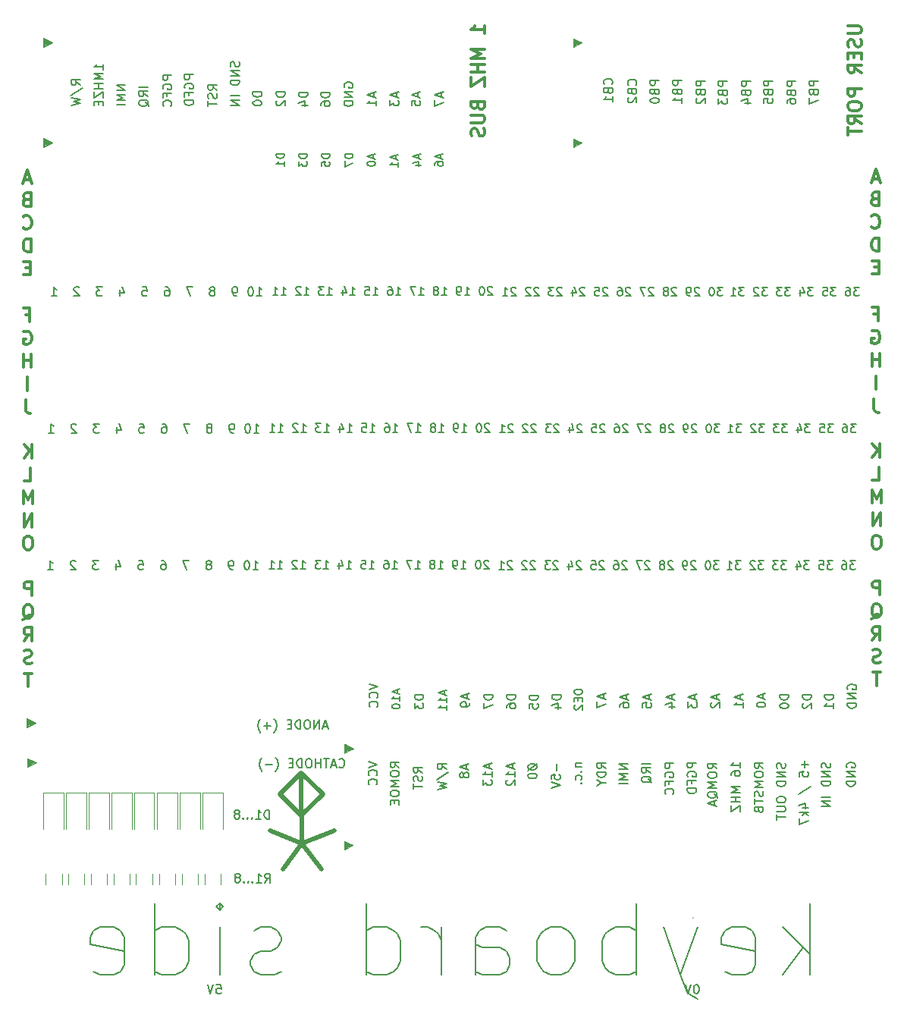
<source format=gbr>
G04 #@! TF.GenerationSoftware,KiCad,Pcbnew,(5.1.2-1)-1*
G04 #@! TF.CreationDate,2022-07-30T23:34:54+02:00*
G04 #@! TF.ProjectId,ElectronBreadBoard,456c6563-7472-46f6-9e42-72656164426f,rev?*
G04 #@! TF.SameCoordinates,Original*
G04 #@! TF.FileFunction,Legend,Bot*
G04 #@! TF.FilePolarity,Positive*
%FSLAX46Y46*%
G04 Gerber Fmt 4.6, Leading zero omitted, Abs format (unit mm)*
G04 Created by KiCad (PCBNEW (5.1.2-1)-1) date 2022-07-30 23:34:54*
%MOMM*%
%LPD*%
G04 APERTURE LIST*
%ADD10C,0.500000*%
%ADD11C,0.120000*%
%ADD12C,0.100000*%
%ADD13C,0.150000*%
%ADD14C,0.300000*%
%ADD15C,0.200000*%
G04 APERTURE END LIST*
D10*
X94390000Y-144895714D02*
X94390000Y-148467142D01*
X97961428Y-147038571D02*
X94390000Y-148467142D01*
X90818571Y-147038571D01*
X96532857Y-151324285D02*
X94390000Y-148467142D01*
X92247142Y-151324285D01*
X94310000Y-140537142D02*
X91929047Y-142918095D01*
X94310000Y-145299047D01*
X96690952Y-142918095D01*
X94310000Y-140537142D01*
X94310000Y-145299047D01*
D11*
X99130000Y-138350000D02*
X99130000Y-137360000D01*
X99120000Y-149150000D02*
X99120000Y-148160000D01*
D12*
G36*
X100040000Y-148640000D02*
G01*
X99150000Y-149100000D01*
X99130000Y-148170000D01*
X100040000Y-148640000D01*
G37*
X100040000Y-148640000D02*
X99150000Y-149100000D01*
X99130000Y-148170000D01*
X100040000Y-148640000D01*
G36*
X100080000Y-137860000D02*
G01*
X99190000Y-138320000D01*
X99170000Y-137390000D01*
X100080000Y-137860000D01*
G37*
X100080000Y-137860000D02*
X99190000Y-138320000D01*
X99170000Y-137390000D01*
X100080000Y-137860000D01*
D11*
X64610000Y-134960000D02*
X63620000Y-135470000D01*
X64700000Y-139400000D02*
X63710000Y-139910000D01*
X63710000Y-139910000D02*
X63710000Y-138920000D01*
D12*
G36*
X64630000Y-139400000D02*
G01*
X63740000Y-139860000D01*
X63720000Y-138930000D01*
X64630000Y-139400000D01*
G37*
X64630000Y-139400000D02*
X63740000Y-139860000D01*
X63720000Y-138930000D01*
X64630000Y-139400000D01*
D11*
X63710000Y-138920000D02*
X64700000Y-139400000D01*
X63620000Y-134480000D02*
X64610000Y-134960000D01*
D12*
G36*
X64540000Y-134960000D02*
G01*
X63650000Y-135420000D01*
X63630000Y-134490000D01*
X64540000Y-134960000D01*
G37*
X64540000Y-134960000D02*
X63650000Y-135420000D01*
X63630000Y-134490000D01*
X64540000Y-134960000D01*
D11*
X63620000Y-135470000D02*
X63620000Y-134480000D01*
X65470000Y-59510000D02*
X65470000Y-58520000D01*
X65470000Y-58520000D02*
X66460000Y-59000000D01*
X66460000Y-59000000D02*
X65470000Y-59510000D01*
D12*
G36*
X66390000Y-70170000D02*
G01*
X65500000Y-70630000D01*
X65480000Y-69700000D01*
X66390000Y-70170000D01*
G37*
X66390000Y-70170000D02*
X65500000Y-70630000D01*
X65480000Y-69700000D01*
X66390000Y-70170000D01*
D11*
X65470000Y-70680000D02*
X65470000Y-69690000D01*
X65470000Y-69690000D02*
X66460000Y-70170000D01*
D12*
G36*
X66390000Y-59000000D02*
G01*
X65500000Y-59460000D01*
X65480000Y-58530000D01*
X66390000Y-59000000D01*
G37*
X66390000Y-59000000D02*
X65500000Y-59460000D01*
X65480000Y-58530000D01*
X66390000Y-59000000D01*
D11*
X66460000Y-70170000D02*
X65470000Y-70680000D01*
X125620000Y-70230000D02*
X124630000Y-70740000D01*
X124630000Y-59570000D02*
X124630000Y-58580000D01*
X124630000Y-58580000D02*
X125620000Y-59060000D01*
X125620000Y-59060000D02*
X124630000Y-59570000D01*
D12*
G36*
X125550000Y-70230000D02*
G01*
X124660000Y-70690000D01*
X124640000Y-69760000D01*
X125550000Y-70230000D01*
G37*
X125550000Y-70230000D02*
X124660000Y-70690000D01*
X124640000Y-69760000D01*
X125550000Y-70230000D01*
D11*
X124630000Y-70740000D02*
X124630000Y-69750000D01*
X124630000Y-69750000D02*
X125620000Y-70230000D01*
D12*
G36*
X125550000Y-59060000D02*
G01*
X124660000Y-59520000D01*
X124640000Y-58590000D01*
X125550000Y-59060000D01*
G37*
X125550000Y-59060000D02*
X124660000Y-59520000D01*
X124640000Y-58590000D01*
X125550000Y-59060000D01*
D13*
X141007142Y-101624285D02*
X140412857Y-101624285D01*
X140732857Y-101990000D01*
X140595714Y-101990000D01*
X140504285Y-102035714D01*
X140458571Y-102081428D01*
X140412857Y-102172857D01*
X140412857Y-102401428D01*
X140458571Y-102492857D01*
X140504285Y-102538571D01*
X140595714Y-102584285D01*
X140870000Y-102584285D01*
X140961428Y-102538571D01*
X141007142Y-102492857D01*
X139818571Y-101624285D02*
X139727142Y-101624285D01*
X139635714Y-101670000D01*
X139590000Y-101715714D01*
X139544285Y-101807142D01*
X139498571Y-101990000D01*
X139498571Y-102218571D01*
X139544285Y-102401428D01*
X139590000Y-102492857D01*
X139635714Y-102538571D01*
X139727142Y-102584285D01*
X139818571Y-102584285D01*
X139910000Y-102538571D01*
X139955714Y-102492857D01*
X140001428Y-102401428D01*
X140047142Y-102218571D01*
X140047142Y-101990000D01*
X140001428Y-101807142D01*
X139955714Y-101715714D01*
X139910000Y-101670000D01*
X139818571Y-101624285D01*
X138401428Y-101715714D02*
X138355714Y-101670000D01*
X138264285Y-101624285D01*
X138035714Y-101624285D01*
X137944285Y-101670000D01*
X137898571Y-101715714D01*
X137852857Y-101807142D01*
X137852857Y-101898571D01*
X137898571Y-102035714D01*
X138447142Y-102584285D01*
X137852857Y-102584285D01*
X137395714Y-102584285D02*
X137212857Y-102584285D01*
X137121428Y-102538571D01*
X137075714Y-102492857D01*
X136984285Y-102355714D01*
X136938571Y-102172857D01*
X136938571Y-101807142D01*
X136984285Y-101715714D01*
X137030000Y-101670000D01*
X137121428Y-101624285D01*
X137304285Y-101624285D01*
X137395714Y-101670000D01*
X137441428Y-101715714D01*
X137487142Y-101807142D01*
X137487142Y-102035714D01*
X137441428Y-102127142D01*
X137395714Y-102172857D01*
X137304285Y-102218571D01*
X137121428Y-102218571D01*
X137030000Y-102172857D01*
X136984285Y-102127142D01*
X136938571Y-102035714D01*
X135841428Y-101715714D02*
X135795714Y-101670000D01*
X135704285Y-101624285D01*
X135475714Y-101624285D01*
X135384285Y-101670000D01*
X135338571Y-101715714D01*
X135292857Y-101807142D01*
X135292857Y-101898571D01*
X135338571Y-102035714D01*
X135887142Y-102584285D01*
X135292857Y-102584285D01*
X134744285Y-102035714D02*
X134835714Y-101990000D01*
X134881428Y-101944285D01*
X134927142Y-101852857D01*
X134927142Y-101807142D01*
X134881428Y-101715714D01*
X134835714Y-101670000D01*
X134744285Y-101624285D01*
X134561428Y-101624285D01*
X134470000Y-101670000D01*
X134424285Y-101715714D01*
X134378571Y-101807142D01*
X134378571Y-101852857D01*
X134424285Y-101944285D01*
X134470000Y-101990000D01*
X134561428Y-102035714D01*
X134744285Y-102035714D01*
X134835714Y-102081428D01*
X134881428Y-102127142D01*
X134927142Y-102218571D01*
X134927142Y-102401428D01*
X134881428Y-102492857D01*
X134835714Y-102538571D01*
X134744285Y-102584285D01*
X134561428Y-102584285D01*
X134470000Y-102538571D01*
X134424285Y-102492857D01*
X134378571Y-102401428D01*
X134378571Y-102218571D01*
X134424285Y-102127142D01*
X134470000Y-102081428D01*
X134561428Y-102035714D01*
X133281428Y-101715714D02*
X133235714Y-101670000D01*
X133144285Y-101624285D01*
X132915714Y-101624285D01*
X132824285Y-101670000D01*
X132778571Y-101715714D01*
X132732857Y-101807142D01*
X132732857Y-101898571D01*
X132778571Y-102035714D01*
X133327142Y-102584285D01*
X132732857Y-102584285D01*
X132412857Y-101624285D02*
X131772857Y-101624285D01*
X132184285Y-102584285D01*
X130721428Y-101715714D02*
X130675714Y-101670000D01*
X130584285Y-101624285D01*
X130355714Y-101624285D01*
X130264285Y-101670000D01*
X130218571Y-101715714D01*
X130172857Y-101807142D01*
X130172857Y-101898571D01*
X130218571Y-102035714D01*
X130767142Y-102584285D01*
X130172857Y-102584285D01*
X129350000Y-101624285D02*
X129532857Y-101624285D01*
X129624285Y-101670000D01*
X129670000Y-101715714D01*
X129761428Y-101852857D01*
X129807142Y-102035714D01*
X129807142Y-102401428D01*
X129761428Y-102492857D01*
X129715714Y-102538571D01*
X129624285Y-102584285D01*
X129441428Y-102584285D01*
X129350000Y-102538571D01*
X129304285Y-102492857D01*
X129258571Y-102401428D01*
X129258571Y-102172857D01*
X129304285Y-102081428D01*
X129350000Y-102035714D01*
X129441428Y-101990000D01*
X129624285Y-101990000D01*
X129715714Y-102035714D01*
X129761428Y-102081428D01*
X129807142Y-102172857D01*
X128161428Y-101715714D02*
X128115714Y-101670000D01*
X128024285Y-101624285D01*
X127795714Y-101624285D01*
X127704285Y-101670000D01*
X127658571Y-101715714D01*
X127612857Y-101807142D01*
X127612857Y-101898571D01*
X127658571Y-102035714D01*
X128207142Y-102584285D01*
X127612857Y-102584285D01*
X126744285Y-101624285D02*
X127201428Y-101624285D01*
X127247142Y-102081428D01*
X127201428Y-102035714D01*
X127110000Y-101990000D01*
X126881428Y-101990000D01*
X126790000Y-102035714D01*
X126744285Y-102081428D01*
X126698571Y-102172857D01*
X126698571Y-102401428D01*
X126744285Y-102492857D01*
X126790000Y-102538571D01*
X126881428Y-102584285D01*
X127110000Y-102584285D01*
X127201428Y-102538571D01*
X127247142Y-102492857D01*
X125601428Y-101715714D02*
X125555714Y-101670000D01*
X125464285Y-101624285D01*
X125235714Y-101624285D01*
X125144285Y-101670000D01*
X125098571Y-101715714D01*
X125052857Y-101807142D01*
X125052857Y-101898571D01*
X125098571Y-102035714D01*
X125647142Y-102584285D01*
X125052857Y-102584285D01*
X124230000Y-101944285D02*
X124230000Y-102584285D01*
X124458571Y-101578571D02*
X124687142Y-102264285D01*
X124092857Y-102264285D01*
X123041428Y-101715714D02*
X122995714Y-101670000D01*
X122904285Y-101624285D01*
X122675714Y-101624285D01*
X122584285Y-101670000D01*
X122538571Y-101715714D01*
X122492857Y-101807142D01*
X122492857Y-101898571D01*
X122538571Y-102035714D01*
X123087142Y-102584285D01*
X122492857Y-102584285D01*
X122172857Y-101624285D02*
X121578571Y-101624285D01*
X121898571Y-101990000D01*
X121761428Y-101990000D01*
X121670000Y-102035714D01*
X121624285Y-102081428D01*
X121578571Y-102172857D01*
X121578571Y-102401428D01*
X121624285Y-102492857D01*
X121670000Y-102538571D01*
X121761428Y-102584285D01*
X122035714Y-102584285D01*
X122127142Y-102538571D01*
X122172857Y-102492857D01*
X120481428Y-101715714D02*
X120435714Y-101670000D01*
X120344285Y-101624285D01*
X120115714Y-101624285D01*
X120024285Y-101670000D01*
X119978571Y-101715714D01*
X119932857Y-101807142D01*
X119932857Y-101898571D01*
X119978571Y-102035714D01*
X120527142Y-102584285D01*
X119932857Y-102584285D01*
X119567142Y-101715714D02*
X119521428Y-101670000D01*
X119430000Y-101624285D01*
X119201428Y-101624285D01*
X119110000Y-101670000D01*
X119064285Y-101715714D01*
X119018571Y-101807142D01*
X119018571Y-101898571D01*
X119064285Y-102035714D01*
X119612857Y-102584285D01*
X119018571Y-102584285D01*
X117921428Y-101715714D02*
X117875714Y-101670000D01*
X117784285Y-101624285D01*
X117555714Y-101624285D01*
X117464285Y-101670000D01*
X117418571Y-101715714D01*
X117372857Y-101807142D01*
X117372857Y-101898571D01*
X117418571Y-102035714D01*
X117967142Y-102584285D01*
X117372857Y-102584285D01*
X116458571Y-102584285D02*
X117007142Y-102584285D01*
X116732857Y-102584285D02*
X116732857Y-101624285D01*
X116824285Y-101761428D01*
X116915714Y-101852857D01*
X117007142Y-101898571D01*
X156227142Y-101624285D02*
X155632857Y-101624285D01*
X155952857Y-101990000D01*
X155815714Y-101990000D01*
X155724285Y-102035714D01*
X155678571Y-102081428D01*
X155632857Y-102172857D01*
X155632857Y-102401428D01*
X155678571Y-102492857D01*
X155724285Y-102538571D01*
X155815714Y-102584285D01*
X156090000Y-102584285D01*
X156181428Y-102538571D01*
X156227142Y-102492857D01*
X154810000Y-101624285D02*
X154992857Y-101624285D01*
X155084285Y-101670000D01*
X155130000Y-101715714D01*
X155221428Y-101852857D01*
X155267142Y-102035714D01*
X155267142Y-102401428D01*
X155221428Y-102492857D01*
X155175714Y-102538571D01*
X155084285Y-102584285D01*
X154901428Y-102584285D01*
X154810000Y-102538571D01*
X154764285Y-102492857D01*
X154718571Y-102401428D01*
X154718571Y-102172857D01*
X154764285Y-102081428D01*
X154810000Y-102035714D01*
X154901428Y-101990000D01*
X155084285Y-101990000D01*
X155175714Y-102035714D01*
X155221428Y-102081428D01*
X155267142Y-102172857D01*
X153667142Y-101624285D02*
X153072857Y-101624285D01*
X153392857Y-101990000D01*
X153255714Y-101990000D01*
X153164285Y-102035714D01*
X153118571Y-102081428D01*
X153072857Y-102172857D01*
X153072857Y-102401428D01*
X153118571Y-102492857D01*
X153164285Y-102538571D01*
X153255714Y-102584285D01*
X153530000Y-102584285D01*
X153621428Y-102538571D01*
X153667142Y-102492857D01*
X152204285Y-101624285D02*
X152661428Y-101624285D01*
X152707142Y-102081428D01*
X152661428Y-102035714D01*
X152570000Y-101990000D01*
X152341428Y-101990000D01*
X152250000Y-102035714D01*
X152204285Y-102081428D01*
X152158571Y-102172857D01*
X152158571Y-102401428D01*
X152204285Y-102492857D01*
X152250000Y-102538571D01*
X152341428Y-102584285D01*
X152570000Y-102584285D01*
X152661428Y-102538571D01*
X152707142Y-102492857D01*
X151107142Y-101624285D02*
X150512857Y-101624285D01*
X150832857Y-101990000D01*
X150695714Y-101990000D01*
X150604285Y-102035714D01*
X150558571Y-102081428D01*
X150512857Y-102172857D01*
X150512857Y-102401428D01*
X150558571Y-102492857D01*
X150604285Y-102538571D01*
X150695714Y-102584285D01*
X150970000Y-102584285D01*
X151061428Y-102538571D01*
X151107142Y-102492857D01*
X149690000Y-101944285D02*
X149690000Y-102584285D01*
X149918571Y-101578571D02*
X150147142Y-102264285D01*
X149552857Y-102264285D01*
X148547142Y-101624285D02*
X147952857Y-101624285D01*
X148272857Y-101990000D01*
X148135714Y-101990000D01*
X148044285Y-102035714D01*
X147998571Y-102081428D01*
X147952857Y-102172857D01*
X147952857Y-102401428D01*
X147998571Y-102492857D01*
X148044285Y-102538571D01*
X148135714Y-102584285D01*
X148410000Y-102584285D01*
X148501428Y-102538571D01*
X148547142Y-102492857D01*
X147632857Y-101624285D02*
X147038571Y-101624285D01*
X147358571Y-101990000D01*
X147221428Y-101990000D01*
X147130000Y-102035714D01*
X147084285Y-102081428D01*
X147038571Y-102172857D01*
X147038571Y-102401428D01*
X147084285Y-102492857D01*
X147130000Y-102538571D01*
X147221428Y-102584285D01*
X147495714Y-102584285D01*
X147587142Y-102538571D01*
X147632857Y-102492857D01*
X145987142Y-101624285D02*
X145392857Y-101624285D01*
X145712857Y-101990000D01*
X145575714Y-101990000D01*
X145484285Y-102035714D01*
X145438571Y-102081428D01*
X145392857Y-102172857D01*
X145392857Y-102401428D01*
X145438571Y-102492857D01*
X145484285Y-102538571D01*
X145575714Y-102584285D01*
X145850000Y-102584285D01*
X145941428Y-102538571D01*
X145987142Y-102492857D01*
X145027142Y-101715714D02*
X144981428Y-101670000D01*
X144890000Y-101624285D01*
X144661428Y-101624285D01*
X144570000Y-101670000D01*
X144524285Y-101715714D01*
X144478571Y-101807142D01*
X144478571Y-101898571D01*
X144524285Y-102035714D01*
X145072857Y-102584285D01*
X144478571Y-102584285D01*
X143427142Y-101624285D02*
X142832857Y-101624285D01*
X143152857Y-101990000D01*
X143015714Y-101990000D01*
X142924285Y-102035714D01*
X142878571Y-102081428D01*
X142832857Y-102172857D01*
X142832857Y-102401428D01*
X142878571Y-102492857D01*
X142924285Y-102538571D01*
X143015714Y-102584285D01*
X143290000Y-102584285D01*
X143381428Y-102538571D01*
X143427142Y-102492857D01*
X141918571Y-102584285D02*
X142467142Y-102584285D01*
X142192857Y-102584285D02*
X142192857Y-101624285D01*
X142284285Y-101761428D01*
X142375714Y-101852857D01*
X142467142Y-101898571D01*
X115301428Y-101655714D02*
X115255714Y-101610000D01*
X115164285Y-101564285D01*
X114935714Y-101564285D01*
X114844285Y-101610000D01*
X114798571Y-101655714D01*
X114752857Y-101747142D01*
X114752857Y-101838571D01*
X114798571Y-101975714D01*
X115347142Y-102524285D01*
X114752857Y-102524285D01*
X114158571Y-101564285D02*
X114067142Y-101564285D01*
X113975714Y-101610000D01*
X113930000Y-101655714D01*
X113884285Y-101747142D01*
X113838571Y-101930000D01*
X113838571Y-102158571D01*
X113884285Y-102341428D01*
X113930000Y-102432857D01*
X113975714Y-102478571D01*
X114067142Y-102524285D01*
X114158571Y-102524285D01*
X114250000Y-102478571D01*
X114295714Y-102432857D01*
X114341428Y-102341428D01*
X114387142Y-102158571D01*
X114387142Y-101930000D01*
X114341428Y-101747142D01*
X114295714Y-101655714D01*
X114250000Y-101610000D01*
X114158571Y-101564285D01*
X112192857Y-102524285D02*
X112741428Y-102524285D01*
X112467142Y-102524285D02*
X112467142Y-101564285D01*
X112558571Y-101701428D01*
X112650000Y-101792857D01*
X112741428Y-101838571D01*
X111735714Y-102524285D02*
X111552857Y-102524285D01*
X111461428Y-102478571D01*
X111415714Y-102432857D01*
X111324285Y-102295714D01*
X111278571Y-102112857D01*
X111278571Y-101747142D01*
X111324285Y-101655714D01*
X111370000Y-101610000D01*
X111461428Y-101564285D01*
X111644285Y-101564285D01*
X111735714Y-101610000D01*
X111781428Y-101655714D01*
X111827142Y-101747142D01*
X111827142Y-101975714D01*
X111781428Y-102067142D01*
X111735714Y-102112857D01*
X111644285Y-102158571D01*
X111461428Y-102158571D01*
X111370000Y-102112857D01*
X111324285Y-102067142D01*
X111278571Y-101975714D01*
X109632857Y-102524285D02*
X110181428Y-102524285D01*
X109907142Y-102524285D02*
X109907142Y-101564285D01*
X109998571Y-101701428D01*
X110090000Y-101792857D01*
X110181428Y-101838571D01*
X109084285Y-101975714D02*
X109175714Y-101930000D01*
X109221428Y-101884285D01*
X109267142Y-101792857D01*
X109267142Y-101747142D01*
X109221428Y-101655714D01*
X109175714Y-101610000D01*
X109084285Y-101564285D01*
X108901428Y-101564285D01*
X108810000Y-101610000D01*
X108764285Y-101655714D01*
X108718571Y-101747142D01*
X108718571Y-101792857D01*
X108764285Y-101884285D01*
X108810000Y-101930000D01*
X108901428Y-101975714D01*
X109084285Y-101975714D01*
X109175714Y-102021428D01*
X109221428Y-102067142D01*
X109267142Y-102158571D01*
X109267142Y-102341428D01*
X109221428Y-102432857D01*
X109175714Y-102478571D01*
X109084285Y-102524285D01*
X108901428Y-102524285D01*
X108810000Y-102478571D01*
X108764285Y-102432857D01*
X108718571Y-102341428D01*
X108718571Y-102158571D01*
X108764285Y-102067142D01*
X108810000Y-102021428D01*
X108901428Y-101975714D01*
X107072857Y-102524285D02*
X107621428Y-102524285D01*
X107347142Y-102524285D02*
X107347142Y-101564285D01*
X107438571Y-101701428D01*
X107530000Y-101792857D01*
X107621428Y-101838571D01*
X106752857Y-101564285D02*
X106112857Y-101564285D01*
X106524285Y-102524285D01*
X104512857Y-102524285D02*
X105061428Y-102524285D01*
X104787142Y-102524285D02*
X104787142Y-101564285D01*
X104878571Y-101701428D01*
X104970000Y-101792857D01*
X105061428Y-101838571D01*
X103690000Y-101564285D02*
X103872857Y-101564285D01*
X103964285Y-101610000D01*
X104010000Y-101655714D01*
X104101428Y-101792857D01*
X104147142Y-101975714D01*
X104147142Y-102341428D01*
X104101428Y-102432857D01*
X104055714Y-102478571D01*
X103964285Y-102524285D01*
X103781428Y-102524285D01*
X103690000Y-102478571D01*
X103644285Y-102432857D01*
X103598571Y-102341428D01*
X103598571Y-102112857D01*
X103644285Y-102021428D01*
X103690000Y-101975714D01*
X103781428Y-101930000D01*
X103964285Y-101930000D01*
X104055714Y-101975714D01*
X104101428Y-102021428D01*
X104147142Y-102112857D01*
X101952857Y-102524285D02*
X102501428Y-102524285D01*
X102227142Y-102524285D02*
X102227142Y-101564285D01*
X102318571Y-101701428D01*
X102410000Y-101792857D01*
X102501428Y-101838571D01*
X101084285Y-101564285D02*
X101541428Y-101564285D01*
X101587142Y-102021428D01*
X101541428Y-101975714D01*
X101450000Y-101930000D01*
X101221428Y-101930000D01*
X101130000Y-101975714D01*
X101084285Y-102021428D01*
X101038571Y-102112857D01*
X101038571Y-102341428D01*
X101084285Y-102432857D01*
X101130000Y-102478571D01*
X101221428Y-102524285D01*
X101450000Y-102524285D01*
X101541428Y-102478571D01*
X101587142Y-102432857D01*
X99392857Y-102524285D02*
X99941428Y-102524285D01*
X99667142Y-102524285D02*
X99667142Y-101564285D01*
X99758571Y-101701428D01*
X99850000Y-101792857D01*
X99941428Y-101838571D01*
X98570000Y-101884285D02*
X98570000Y-102524285D01*
X98798571Y-101518571D02*
X99027142Y-102204285D01*
X98432857Y-102204285D01*
X96832857Y-102524285D02*
X97381428Y-102524285D01*
X97107142Y-102524285D02*
X97107142Y-101564285D01*
X97198571Y-101701428D01*
X97290000Y-101792857D01*
X97381428Y-101838571D01*
X96512857Y-101564285D02*
X95918571Y-101564285D01*
X96238571Y-101930000D01*
X96101428Y-101930000D01*
X96010000Y-101975714D01*
X95964285Y-102021428D01*
X95918571Y-102112857D01*
X95918571Y-102341428D01*
X95964285Y-102432857D01*
X96010000Y-102478571D01*
X96101428Y-102524285D01*
X96375714Y-102524285D01*
X96467142Y-102478571D01*
X96512857Y-102432857D01*
X94272857Y-102524285D02*
X94821428Y-102524285D01*
X94547142Y-102524285D02*
X94547142Y-101564285D01*
X94638571Y-101701428D01*
X94730000Y-101792857D01*
X94821428Y-101838571D01*
X93907142Y-101655714D02*
X93861428Y-101610000D01*
X93770000Y-101564285D01*
X93541428Y-101564285D01*
X93450000Y-101610000D01*
X93404285Y-101655714D01*
X93358571Y-101747142D01*
X93358571Y-101838571D01*
X93404285Y-101975714D01*
X93952857Y-102524285D01*
X93358571Y-102524285D01*
X91712857Y-102524285D02*
X92261428Y-102524285D01*
X91987142Y-102524285D02*
X91987142Y-101564285D01*
X92078571Y-101701428D01*
X92170000Y-101792857D01*
X92261428Y-101838571D01*
X90798571Y-102524285D02*
X91347142Y-102524285D01*
X91072857Y-102524285D02*
X91072857Y-101564285D01*
X91164285Y-101701428D01*
X91255714Y-101792857D01*
X91347142Y-101838571D01*
X88981428Y-102611428D02*
X89564285Y-102611428D01*
X89272857Y-102611428D02*
X89272857Y-101591428D01*
X89370000Y-101737142D01*
X89467142Y-101834285D01*
X89564285Y-101882857D01*
X88350000Y-101591428D02*
X88252857Y-101591428D01*
X88155714Y-101640000D01*
X88107142Y-101688571D01*
X88058571Y-101785714D01*
X88010000Y-101980000D01*
X88010000Y-102222857D01*
X88058571Y-102417142D01*
X88107142Y-102514285D01*
X88155714Y-102562857D01*
X88252857Y-102611428D01*
X88350000Y-102611428D01*
X88447142Y-102562857D01*
X88495714Y-102514285D01*
X88544285Y-102417142D01*
X88592857Y-102222857D01*
X88592857Y-101980000D01*
X88544285Y-101785714D01*
X88495714Y-101688571D01*
X88447142Y-101640000D01*
X88350000Y-101591428D01*
X86747142Y-102611428D02*
X86552857Y-102611428D01*
X86455714Y-102562857D01*
X86407142Y-102514285D01*
X86310000Y-102368571D01*
X86261428Y-102174285D01*
X86261428Y-101785714D01*
X86310000Y-101688571D01*
X86358571Y-101640000D01*
X86455714Y-101591428D01*
X86650000Y-101591428D01*
X86747142Y-101640000D01*
X86795714Y-101688571D01*
X86844285Y-101785714D01*
X86844285Y-102028571D01*
X86795714Y-102125714D01*
X86747142Y-102174285D01*
X86650000Y-102222857D01*
X86455714Y-102222857D01*
X86358571Y-102174285D01*
X86310000Y-102125714D01*
X86261428Y-102028571D01*
X84124285Y-102028571D02*
X84221428Y-101980000D01*
X84270000Y-101931428D01*
X84318571Y-101834285D01*
X84318571Y-101785714D01*
X84270000Y-101688571D01*
X84221428Y-101640000D01*
X84124285Y-101591428D01*
X83930000Y-101591428D01*
X83832857Y-101640000D01*
X83784285Y-101688571D01*
X83735714Y-101785714D01*
X83735714Y-101834285D01*
X83784285Y-101931428D01*
X83832857Y-101980000D01*
X83930000Y-102028571D01*
X84124285Y-102028571D01*
X84221428Y-102077142D01*
X84270000Y-102125714D01*
X84318571Y-102222857D01*
X84318571Y-102417142D01*
X84270000Y-102514285D01*
X84221428Y-102562857D01*
X84124285Y-102611428D01*
X83930000Y-102611428D01*
X83832857Y-102562857D01*
X83784285Y-102514285D01*
X83735714Y-102417142D01*
X83735714Y-102222857D01*
X83784285Y-102125714D01*
X83832857Y-102077142D01*
X83930000Y-102028571D01*
X81841428Y-101591428D02*
X81161428Y-101591428D01*
X81598571Y-102611428D01*
X78781428Y-101591428D02*
X78975714Y-101591428D01*
X79072857Y-101640000D01*
X79121428Y-101688571D01*
X79218571Y-101834285D01*
X79267142Y-102028571D01*
X79267142Y-102417142D01*
X79218571Y-102514285D01*
X79170000Y-102562857D01*
X79072857Y-102611428D01*
X78878571Y-102611428D01*
X78781428Y-102562857D01*
X78732857Y-102514285D01*
X78684285Y-102417142D01*
X78684285Y-102174285D01*
X78732857Y-102077142D01*
X78781428Y-102028571D01*
X78878571Y-101980000D01*
X79072857Y-101980000D01*
X79170000Y-102028571D01*
X79218571Y-102077142D01*
X79267142Y-102174285D01*
X76207142Y-101591428D02*
X76692857Y-101591428D01*
X76741428Y-102077142D01*
X76692857Y-102028571D01*
X76595714Y-101980000D01*
X76352857Y-101980000D01*
X76255714Y-102028571D01*
X76207142Y-102077142D01*
X76158571Y-102174285D01*
X76158571Y-102417142D01*
X76207142Y-102514285D01*
X76255714Y-102562857D01*
X76352857Y-102611428D01*
X76595714Y-102611428D01*
X76692857Y-102562857D01*
X76741428Y-102514285D01*
X73730000Y-101931428D02*
X73730000Y-102611428D01*
X73972857Y-101542857D02*
X74215714Y-102271428D01*
X73584285Y-102271428D01*
X71738571Y-101591428D02*
X71107142Y-101591428D01*
X71447142Y-101980000D01*
X71301428Y-101980000D01*
X71204285Y-102028571D01*
X71155714Y-102077142D01*
X71107142Y-102174285D01*
X71107142Y-102417142D01*
X71155714Y-102514285D01*
X71204285Y-102562857D01*
X71301428Y-102611428D01*
X71592857Y-102611428D01*
X71690000Y-102562857D01*
X71738571Y-102514285D01*
X69164285Y-101688571D02*
X69115714Y-101640000D01*
X69018571Y-101591428D01*
X68775714Y-101591428D01*
X68678571Y-101640000D01*
X68630000Y-101688571D01*
X68581428Y-101785714D01*
X68581428Y-101882857D01*
X68630000Y-102028571D01*
X69212857Y-102611428D01*
X68581428Y-102611428D01*
X66055714Y-102611428D02*
X66638571Y-102611428D01*
X66347142Y-102611428D02*
X66347142Y-101591428D01*
X66444285Y-101737142D01*
X66541428Y-101834285D01*
X66638571Y-101882857D01*
X140927142Y-116894285D02*
X140332857Y-116894285D01*
X140652857Y-117260000D01*
X140515714Y-117260000D01*
X140424285Y-117305714D01*
X140378571Y-117351428D01*
X140332857Y-117442857D01*
X140332857Y-117671428D01*
X140378571Y-117762857D01*
X140424285Y-117808571D01*
X140515714Y-117854285D01*
X140790000Y-117854285D01*
X140881428Y-117808571D01*
X140927142Y-117762857D01*
X139738571Y-116894285D02*
X139647142Y-116894285D01*
X139555714Y-116940000D01*
X139510000Y-116985714D01*
X139464285Y-117077142D01*
X139418571Y-117260000D01*
X139418571Y-117488571D01*
X139464285Y-117671428D01*
X139510000Y-117762857D01*
X139555714Y-117808571D01*
X139647142Y-117854285D01*
X139738571Y-117854285D01*
X139830000Y-117808571D01*
X139875714Y-117762857D01*
X139921428Y-117671428D01*
X139967142Y-117488571D01*
X139967142Y-117260000D01*
X139921428Y-117077142D01*
X139875714Y-116985714D01*
X139830000Y-116940000D01*
X139738571Y-116894285D01*
X138321428Y-116985714D02*
X138275714Y-116940000D01*
X138184285Y-116894285D01*
X137955714Y-116894285D01*
X137864285Y-116940000D01*
X137818571Y-116985714D01*
X137772857Y-117077142D01*
X137772857Y-117168571D01*
X137818571Y-117305714D01*
X138367142Y-117854285D01*
X137772857Y-117854285D01*
X137315714Y-117854285D02*
X137132857Y-117854285D01*
X137041428Y-117808571D01*
X136995714Y-117762857D01*
X136904285Y-117625714D01*
X136858571Y-117442857D01*
X136858571Y-117077142D01*
X136904285Y-116985714D01*
X136950000Y-116940000D01*
X137041428Y-116894285D01*
X137224285Y-116894285D01*
X137315714Y-116940000D01*
X137361428Y-116985714D01*
X137407142Y-117077142D01*
X137407142Y-117305714D01*
X137361428Y-117397142D01*
X137315714Y-117442857D01*
X137224285Y-117488571D01*
X137041428Y-117488571D01*
X136950000Y-117442857D01*
X136904285Y-117397142D01*
X136858571Y-117305714D01*
X135761428Y-116985714D02*
X135715714Y-116940000D01*
X135624285Y-116894285D01*
X135395714Y-116894285D01*
X135304285Y-116940000D01*
X135258571Y-116985714D01*
X135212857Y-117077142D01*
X135212857Y-117168571D01*
X135258571Y-117305714D01*
X135807142Y-117854285D01*
X135212857Y-117854285D01*
X134664285Y-117305714D02*
X134755714Y-117260000D01*
X134801428Y-117214285D01*
X134847142Y-117122857D01*
X134847142Y-117077142D01*
X134801428Y-116985714D01*
X134755714Y-116940000D01*
X134664285Y-116894285D01*
X134481428Y-116894285D01*
X134390000Y-116940000D01*
X134344285Y-116985714D01*
X134298571Y-117077142D01*
X134298571Y-117122857D01*
X134344285Y-117214285D01*
X134390000Y-117260000D01*
X134481428Y-117305714D01*
X134664285Y-117305714D01*
X134755714Y-117351428D01*
X134801428Y-117397142D01*
X134847142Y-117488571D01*
X134847142Y-117671428D01*
X134801428Y-117762857D01*
X134755714Y-117808571D01*
X134664285Y-117854285D01*
X134481428Y-117854285D01*
X134390000Y-117808571D01*
X134344285Y-117762857D01*
X134298571Y-117671428D01*
X134298571Y-117488571D01*
X134344285Y-117397142D01*
X134390000Y-117351428D01*
X134481428Y-117305714D01*
X133201428Y-116985714D02*
X133155714Y-116940000D01*
X133064285Y-116894285D01*
X132835714Y-116894285D01*
X132744285Y-116940000D01*
X132698571Y-116985714D01*
X132652857Y-117077142D01*
X132652857Y-117168571D01*
X132698571Y-117305714D01*
X133247142Y-117854285D01*
X132652857Y-117854285D01*
X132332857Y-116894285D02*
X131692857Y-116894285D01*
X132104285Y-117854285D01*
X130641428Y-116985714D02*
X130595714Y-116940000D01*
X130504285Y-116894285D01*
X130275714Y-116894285D01*
X130184285Y-116940000D01*
X130138571Y-116985714D01*
X130092857Y-117077142D01*
X130092857Y-117168571D01*
X130138571Y-117305714D01*
X130687142Y-117854285D01*
X130092857Y-117854285D01*
X129270000Y-116894285D02*
X129452857Y-116894285D01*
X129544285Y-116940000D01*
X129590000Y-116985714D01*
X129681428Y-117122857D01*
X129727142Y-117305714D01*
X129727142Y-117671428D01*
X129681428Y-117762857D01*
X129635714Y-117808571D01*
X129544285Y-117854285D01*
X129361428Y-117854285D01*
X129270000Y-117808571D01*
X129224285Y-117762857D01*
X129178571Y-117671428D01*
X129178571Y-117442857D01*
X129224285Y-117351428D01*
X129270000Y-117305714D01*
X129361428Y-117260000D01*
X129544285Y-117260000D01*
X129635714Y-117305714D01*
X129681428Y-117351428D01*
X129727142Y-117442857D01*
X128081428Y-116985714D02*
X128035714Y-116940000D01*
X127944285Y-116894285D01*
X127715714Y-116894285D01*
X127624285Y-116940000D01*
X127578571Y-116985714D01*
X127532857Y-117077142D01*
X127532857Y-117168571D01*
X127578571Y-117305714D01*
X128127142Y-117854285D01*
X127532857Y-117854285D01*
X126664285Y-116894285D02*
X127121428Y-116894285D01*
X127167142Y-117351428D01*
X127121428Y-117305714D01*
X127030000Y-117260000D01*
X126801428Y-117260000D01*
X126710000Y-117305714D01*
X126664285Y-117351428D01*
X126618571Y-117442857D01*
X126618571Y-117671428D01*
X126664285Y-117762857D01*
X126710000Y-117808571D01*
X126801428Y-117854285D01*
X127030000Y-117854285D01*
X127121428Y-117808571D01*
X127167142Y-117762857D01*
X125521428Y-116985714D02*
X125475714Y-116940000D01*
X125384285Y-116894285D01*
X125155714Y-116894285D01*
X125064285Y-116940000D01*
X125018571Y-116985714D01*
X124972857Y-117077142D01*
X124972857Y-117168571D01*
X125018571Y-117305714D01*
X125567142Y-117854285D01*
X124972857Y-117854285D01*
X124150000Y-117214285D02*
X124150000Y-117854285D01*
X124378571Y-116848571D02*
X124607142Y-117534285D01*
X124012857Y-117534285D01*
X122961428Y-116985714D02*
X122915714Y-116940000D01*
X122824285Y-116894285D01*
X122595714Y-116894285D01*
X122504285Y-116940000D01*
X122458571Y-116985714D01*
X122412857Y-117077142D01*
X122412857Y-117168571D01*
X122458571Y-117305714D01*
X123007142Y-117854285D01*
X122412857Y-117854285D01*
X122092857Y-116894285D02*
X121498571Y-116894285D01*
X121818571Y-117260000D01*
X121681428Y-117260000D01*
X121590000Y-117305714D01*
X121544285Y-117351428D01*
X121498571Y-117442857D01*
X121498571Y-117671428D01*
X121544285Y-117762857D01*
X121590000Y-117808571D01*
X121681428Y-117854285D01*
X121955714Y-117854285D01*
X122047142Y-117808571D01*
X122092857Y-117762857D01*
X120401428Y-116985714D02*
X120355714Y-116940000D01*
X120264285Y-116894285D01*
X120035714Y-116894285D01*
X119944285Y-116940000D01*
X119898571Y-116985714D01*
X119852857Y-117077142D01*
X119852857Y-117168571D01*
X119898571Y-117305714D01*
X120447142Y-117854285D01*
X119852857Y-117854285D01*
X119487142Y-116985714D02*
X119441428Y-116940000D01*
X119350000Y-116894285D01*
X119121428Y-116894285D01*
X119030000Y-116940000D01*
X118984285Y-116985714D01*
X118938571Y-117077142D01*
X118938571Y-117168571D01*
X118984285Y-117305714D01*
X119532857Y-117854285D01*
X118938571Y-117854285D01*
X117841428Y-116985714D02*
X117795714Y-116940000D01*
X117704285Y-116894285D01*
X117475714Y-116894285D01*
X117384285Y-116940000D01*
X117338571Y-116985714D01*
X117292857Y-117077142D01*
X117292857Y-117168571D01*
X117338571Y-117305714D01*
X117887142Y-117854285D01*
X117292857Y-117854285D01*
X116378571Y-117854285D02*
X116927142Y-117854285D01*
X116652857Y-117854285D02*
X116652857Y-116894285D01*
X116744285Y-117031428D01*
X116835714Y-117122857D01*
X116927142Y-117168571D01*
X156147142Y-116894285D02*
X155552857Y-116894285D01*
X155872857Y-117260000D01*
X155735714Y-117260000D01*
X155644285Y-117305714D01*
X155598571Y-117351428D01*
X155552857Y-117442857D01*
X155552857Y-117671428D01*
X155598571Y-117762857D01*
X155644285Y-117808571D01*
X155735714Y-117854285D01*
X156010000Y-117854285D01*
X156101428Y-117808571D01*
X156147142Y-117762857D01*
X154730000Y-116894285D02*
X154912857Y-116894285D01*
X155004285Y-116940000D01*
X155050000Y-116985714D01*
X155141428Y-117122857D01*
X155187142Y-117305714D01*
X155187142Y-117671428D01*
X155141428Y-117762857D01*
X155095714Y-117808571D01*
X155004285Y-117854285D01*
X154821428Y-117854285D01*
X154730000Y-117808571D01*
X154684285Y-117762857D01*
X154638571Y-117671428D01*
X154638571Y-117442857D01*
X154684285Y-117351428D01*
X154730000Y-117305714D01*
X154821428Y-117260000D01*
X155004285Y-117260000D01*
X155095714Y-117305714D01*
X155141428Y-117351428D01*
X155187142Y-117442857D01*
X153587142Y-116894285D02*
X152992857Y-116894285D01*
X153312857Y-117260000D01*
X153175714Y-117260000D01*
X153084285Y-117305714D01*
X153038571Y-117351428D01*
X152992857Y-117442857D01*
X152992857Y-117671428D01*
X153038571Y-117762857D01*
X153084285Y-117808571D01*
X153175714Y-117854285D01*
X153450000Y-117854285D01*
X153541428Y-117808571D01*
X153587142Y-117762857D01*
X152124285Y-116894285D02*
X152581428Y-116894285D01*
X152627142Y-117351428D01*
X152581428Y-117305714D01*
X152490000Y-117260000D01*
X152261428Y-117260000D01*
X152170000Y-117305714D01*
X152124285Y-117351428D01*
X152078571Y-117442857D01*
X152078571Y-117671428D01*
X152124285Y-117762857D01*
X152170000Y-117808571D01*
X152261428Y-117854285D01*
X152490000Y-117854285D01*
X152581428Y-117808571D01*
X152627142Y-117762857D01*
X151027142Y-116894285D02*
X150432857Y-116894285D01*
X150752857Y-117260000D01*
X150615714Y-117260000D01*
X150524285Y-117305714D01*
X150478571Y-117351428D01*
X150432857Y-117442857D01*
X150432857Y-117671428D01*
X150478571Y-117762857D01*
X150524285Y-117808571D01*
X150615714Y-117854285D01*
X150890000Y-117854285D01*
X150981428Y-117808571D01*
X151027142Y-117762857D01*
X149610000Y-117214285D02*
X149610000Y-117854285D01*
X149838571Y-116848571D02*
X150067142Y-117534285D01*
X149472857Y-117534285D01*
X148467142Y-116894285D02*
X147872857Y-116894285D01*
X148192857Y-117260000D01*
X148055714Y-117260000D01*
X147964285Y-117305714D01*
X147918571Y-117351428D01*
X147872857Y-117442857D01*
X147872857Y-117671428D01*
X147918571Y-117762857D01*
X147964285Y-117808571D01*
X148055714Y-117854285D01*
X148330000Y-117854285D01*
X148421428Y-117808571D01*
X148467142Y-117762857D01*
X147552857Y-116894285D02*
X146958571Y-116894285D01*
X147278571Y-117260000D01*
X147141428Y-117260000D01*
X147050000Y-117305714D01*
X147004285Y-117351428D01*
X146958571Y-117442857D01*
X146958571Y-117671428D01*
X147004285Y-117762857D01*
X147050000Y-117808571D01*
X147141428Y-117854285D01*
X147415714Y-117854285D01*
X147507142Y-117808571D01*
X147552857Y-117762857D01*
X145907142Y-116894285D02*
X145312857Y-116894285D01*
X145632857Y-117260000D01*
X145495714Y-117260000D01*
X145404285Y-117305714D01*
X145358571Y-117351428D01*
X145312857Y-117442857D01*
X145312857Y-117671428D01*
X145358571Y-117762857D01*
X145404285Y-117808571D01*
X145495714Y-117854285D01*
X145770000Y-117854285D01*
X145861428Y-117808571D01*
X145907142Y-117762857D01*
X144947142Y-116985714D02*
X144901428Y-116940000D01*
X144810000Y-116894285D01*
X144581428Y-116894285D01*
X144490000Y-116940000D01*
X144444285Y-116985714D01*
X144398571Y-117077142D01*
X144398571Y-117168571D01*
X144444285Y-117305714D01*
X144992857Y-117854285D01*
X144398571Y-117854285D01*
X143347142Y-116894285D02*
X142752857Y-116894285D01*
X143072857Y-117260000D01*
X142935714Y-117260000D01*
X142844285Y-117305714D01*
X142798571Y-117351428D01*
X142752857Y-117442857D01*
X142752857Y-117671428D01*
X142798571Y-117762857D01*
X142844285Y-117808571D01*
X142935714Y-117854285D01*
X143210000Y-117854285D01*
X143301428Y-117808571D01*
X143347142Y-117762857D01*
X141838571Y-117854285D02*
X142387142Y-117854285D01*
X142112857Y-117854285D02*
X142112857Y-116894285D01*
X142204285Y-117031428D01*
X142295714Y-117122857D01*
X142387142Y-117168571D01*
X115221428Y-116925714D02*
X115175714Y-116880000D01*
X115084285Y-116834285D01*
X114855714Y-116834285D01*
X114764285Y-116880000D01*
X114718571Y-116925714D01*
X114672857Y-117017142D01*
X114672857Y-117108571D01*
X114718571Y-117245714D01*
X115267142Y-117794285D01*
X114672857Y-117794285D01*
X114078571Y-116834285D02*
X113987142Y-116834285D01*
X113895714Y-116880000D01*
X113850000Y-116925714D01*
X113804285Y-117017142D01*
X113758571Y-117200000D01*
X113758571Y-117428571D01*
X113804285Y-117611428D01*
X113850000Y-117702857D01*
X113895714Y-117748571D01*
X113987142Y-117794285D01*
X114078571Y-117794285D01*
X114170000Y-117748571D01*
X114215714Y-117702857D01*
X114261428Y-117611428D01*
X114307142Y-117428571D01*
X114307142Y-117200000D01*
X114261428Y-117017142D01*
X114215714Y-116925714D01*
X114170000Y-116880000D01*
X114078571Y-116834285D01*
X112112857Y-117794285D02*
X112661428Y-117794285D01*
X112387142Y-117794285D02*
X112387142Y-116834285D01*
X112478571Y-116971428D01*
X112570000Y-117062857D01*
X112661428Y-117108571D01*
X111655714Y-117794285D02*
X111472857Y-117794285D01*
X111381428Y-117748571D01*
X111335714Y-117702857D01*
X111244285Y-117565714D01*
X111198571Y-117382857D01*
X111198571Y-117017142D01*
X111244285Y-116925714D01*
X111290000Y-116880000D01*
X111381428Y-116834285D01*
X111564285Y-116834285D01*
X111655714Y-116880000D01*
X111701428Y-116925714D01*
X111747142Y-117017142D01*
X111747142Y-117245714D01*
X111701428Y-117337142D01*
X111655714Y-117382857D01*
X111564285Y-117428571D01*
X111381428Y-117428571D01*
X111290000Y-117382857D01*
X111244285Y-117337142D01*
X111198571Y-117245714D01*
X109552857Y-117794285D02*
X110101428Y-117794285D01*
X109827142Y-117794285D02*
X109827142Y-116834285D01*
X109918571Y-116971428D01*
X110010000Y-117062857D01*
X110101428Y-117108571D01*
X109004285Y-117245714D02*
X109095714Y-117200000D01*
X109141428Y-117154285D01*
X109187142Y-117062857D01*
X109187142Y-117017142D01*
X109141428Y-116925714D01*
X109095714Y-116880000D01*
X109004285Y-116834285D01*
X108821428Y-116834285D01*
X108730000Y-116880000D01*
X108684285Y-116925714D01*
X108638571Y-117017142D01*
X108638571Y-117062857D01*
X108684285Y-117154285D01*
X108730000Y-117200000D01*
X108821428Y-117245714D01*
X109004285Y-117245714D01*
X109095714Y-117291428D01*
X109141428Y-117337142D01*
X109187142Y-117428571D01*
X109187142Y-117611428D01*
X109141428Y-117702857D01*
X109095714Y-117748571D01*
X109004285Y-117794285D01*
X108821428Y-117794285D01*
X108730000Y-117748571D01*
X108684285Y-117702857D01*
X108638571Y-117611428D01*
X108638571Y-117428571D01*
X108684285Y-117337142D01*
X108730000Y-117291428D01*
X108821428Y-117245714D01*
X106992857Y-117794285D02*
X107541428Y-117794285D01*
X107267142Y-117794285D02*
X107267142Y-116834285D01*
X107358571Y-116971428D01*
X107450000Y-117062857D01*
X107541428Y-117108571D01*
X106672857Y-116834285D02*
X106032857Y-116834285D01*
X106444285Y-117794285D01*
X104432857Y-117794285D02*
X104981428Y-117794285D01*
X104707142Y-117794285D02*
X104707142Y-116834285D01*
X104798571Y-116971428D01*
X104890000Y-117062857D01*
X104981428Y-117108571D01*
X103610000Y-116834285D02*
X103792857Y-116834285D01*
X103884285Y-116880000D01*
X103930000Y-116925714D01*
X104021428Y-117062857D01*
X104067142Y-117245714D01*
X104067142Y-117611428D01*
X104021428Y-117702857D01*
X103975714Y-117748571D01*
X103884285Y-117794285D01*
X103701428Y-117794285D01*
X103610000Y-117748571D01*
X103564285Y-117702857D01*
X103518571Y-117611428D01*
X103518571Y-117382857D01*
X103564285Y-117291428D01*
X103610000Y-117245714D01*
X103701428Y-117200000D01*
X103884285Y-117200000D01*
X103975714Y-117245714D01*
X104021428Y-117291428D01*
X104067142Y-117382857D01*
X101872857Y-117794285D02*
X102421428Y-117794285D01*
X102147142Y-117794285D02*
X102147142Y-116834285D01*
X102238571Y-116971428D01*
X102330000Y-117062857D01*
X102421428Y-117108571D01*
X101004285Y-116834285D02*
X101461428Y-116834285D01*
X101507142Y-117291428D01*
X101461428Y-117245714D01*
X101370000Y-117200000D01*
X101141428Y-117200000D01*
X101050000Y-117245714D01*
X101004285Y-117291428D01*
X100958571Y-117382857D01*
X100958571Y-117611428D01*
X101004285Y-117702857D01*
X101050000Y-117748571D01*
X101141428Y-117794285D01*
X101370000Y-117794285D01*
X101461428Y-117748571D01*
X101507142Y-117702857D01*
X99312857Y-117794285D02*
X99861428Y-117794285D01*
X99587142Y-117794285D02*
X99587142Y-116834285D01*
X99678571Y-116971428D01*
X99770000Y-117062857D01*
X99861428Y-117108571D01*
X98490000Y-117154285D02*
X98490000Y-117794285D01*
X98718571Y-116788571D02*
X98947142Y-117474285D01*
X98352857Y-117474285D01*
X96752857Y-117794285D02*
X97301428Y-117794285D01*
X97027142Y-117794285D02*
X97027142Y-116834285D01*
X97118571Y-116971428D01*
X97210000Y-117062857D01*
X97301428Y-117108571D01*
X96432857Y-116834285D02*
X95838571Y-116834285D01*
X96158571Y-117200000D01*
X96021428Y-117200000D01*
X95930000Y-117245714D01*
X95884285Y-117291428D01*
X95838571Y-117382857D01*
X95838571Y-117611428D01*
X95884285Y-117702857D01*
X95930000Y-117748571D01*
X96021428Y-117794285D01*
X96295714Y-117794285D01*
X96387142Y-117748571D01*
X96432857Y-117702857D01*
X94192857Y-117794285D02*
X94741428Y-117794285D01*
X94467142Y-117794285D02*
X94467142Y-116834285D01*
X94558571Y-116971428D01*
X94650000Y-117062857D01*
X94741428Y-117108571D01*
X93827142Y-116925714D02*
X93781428Y-116880000D01*
X93690000Y-116834285D01*
X93461428Y-116834285D01*
X93370000Y-116880000D01*
X93324285Y-116925714D01*
X93278571Y-117017142D01*
X93278571Y-117108571D01*
X93324285Y-117245714D01*
X93872857Y-117794285D01*
X93278571Y-117794285D01*
X91632857Y-117794285D02*
X92181428Y-117794285D01*
X91907142Y-117794285D02*
X91907142Y-116834285D01*
X91998571Y-116971428D01*
X92090000Y-117062857D01*
X92181428Y-117108571D01*
X90718571Y-117794285D02*
X91267142Y-117794285D01*
X90992857Y-117794285D02*
X90992857Y-116834285D01*
X91084285Y-116971428D01*
X91175714Y-117062857D01*
X91267142Y-117108571D01*
X88901428Y-117881428D02*
X89484285Y-117881428D01*
X89192857Y-117881428D02*
X89192857Y-116861428D01*
X89290000Y-117007142D01*
X89387142Y-117104285D01*
X89484285Y-117152857D01*
X88270000Y-116861428D02*
X88172857Y-116861428D01*
X88075714Y-116910000D01*
X88027142Y-116958571D01*
X87978571Y-117055714D01*
X87930000Y-117250000D01*
X87930000Y-117492857D01*
X87978571Y-117687142D01*
X88027142Y-117784285D01*
X88075714Y-117832857D01*
X88172857Y-117881428D01*
X88270000Y-117881428D01*
X88367142Y-117832857D01*
X88415714Y-117784285D01*
X88464285Y-117687142D01*
X88512857Y-117492857D01*
X88512857Y-117250000D01*
X88464285Y-117055714D01*
X88415714Y-116958571D01*
X88367142Y-116910000D01*
X88270000Y-116861428D01*
X86667142Y-117881428D02*
X86472857Y-117881428D01*
X86375714Y-117832857D01*
X86327142Y-117784285D01*
X86230000Y-117638571D01*
X86181428Y-117444285D01*
X86181428Y-117055714D01*
X86230000Y-116958571D01*
X86278571Y-116910000D01*
X86375714Y-116861428D01*
X86570000Y-116861428D01*
X86667142Y-116910000D01*
X86715714Y-116958571D01*
X86764285Y-117055714D01*
X86764285Y-117298571D01*
X86715714Y-117395714D01*
X86667142Y-117444285D01*
X86570000Y-117492857D01*
X86375714Y-117492857D01*
X86278571Y-117444285D01*
X86230000Y-117395714D01*
X86181428Y-117298571D01*
X84044285Y-117298571D02*
X84141428Y-117250000D01*
X84190000Y-117201428D01*
X84238571Y-117104285D01*
X84238571Y-117055714D01*
X84190000Y-116958571D01*
X84141428Y-116910000D01*
X84044285Y-116861428D01*
X83850000Y-116861428D01*
X83752857Y-116910000D01*
X83704285Y-116958571D01*
X83655714Y-117055714D01*
X83655714Y-117104285D01*
X83704285Y-117201428D01*
X83752857Y-117250000D01*
X83850000Y-117298571D01*
X84044285Y-117298571D01*
X84141428Y-117347142D01*
X84190000Y-117395714D01*
X84238571Y-117492857D01*
X84238571Y-117687142D01*
X84190000Y-117784285D01*
X84141428Y-117832857D01*
X84044285Y-117881428D01*
X83850000Y-117881428D01*
X83752857Y-117832857D01*
X83704285Y-117784285D01*
X83655714Y-117687142D01*
X83655714Y-117492857D01*
X83704285Y-117395714D01*
X83752857Y-117347142D01*
X83850000Y-117298571D01*
X81761428Y-116861428D02*
X81081428Y-116861428D01*
X81518571Y-117881428D01*
X78701428Y-116861428D02*
X78895714Y-116861428D01*
X78992857Y-116910000D01*
X79041428Y-116958571D01*
X79138571Y-117104285D01*
X79187142Y-117298571D01*
X79187142Y-117687142D01*
X79138571Y-117784285D01*
X79090000Y-117832857D01*
X78992857Y-117881428D01*
X78798571Y-117881428D01*
X78701428Y-117832857D01*
X78652857Y-117784285D01*
X78604285Y-117687142D01*
X78604285Y-117444285D01*
X78652857Y-117347142D01*
X78701428Y-117298571D01*
X78798571Y-117250000D01*
X78992857Y-117250000D01*
X79090000Y-117298571D01*
X79138571Y-117347142D01*
X79187142Y-117444285D01*
X76127142Y-116861428D02*
X76612857Y-116861428D01*
X76661428Y-117347142D01*
X76612857Y-117298571D01*
X76515714Y-117250000D01*
X76272857Y-117250000D01*
X76175714Y-117298571D01*
X76127142Y-117347142D01*
X76078571Y-117444285D01*
X76078571Y-117687142D01*
X76127142Y-117784285D01*
X76175714Y-117832857D01*
X76272857Y-117881428D01*
X76515714Y-117881428D01*
X76612857Y-117832857D01*
X76661428Y-117784285D01*
X73650000Y-117201428D02*
X73650000Y-117881428D01*
X73892857Y-116812857D02*
X74135714Y-117541428D01*
X73504285Y-117541428D01*
X71658571Y-116861428D02*
X71027142Y-116861428D01*
X71367142Y-117250000D01*
X71221428Y-117250000D01*
X71124285Y-117298571D01*
X71075714Y-117347142D01*
X71027142Y-117444285D01*
X71027142Y-117687142D01*
X71075714Y-117784285D01*
X71124285Y-117832857D01*
X71221428Y-117881428D01*
X71512857Y-117881428D01*
X71610000Y-117832857D01*
X71658571Y-117784285D01*
X69084285Y-116958571D02*
X69035714Y-116910000D01*
X68938571Y-116861428D01*
X68695714Y-116861428D01*
X68598571Y-116910000D01*
X68550000Y-116958571D01*
X68501428Y-117055714D01*
X68501428Y-117152857D01*
X68550000Y-117298571D01*
X69132857Y-117881428D01*
X68501428Y-117881428D01*
X65975714Y-117881428D02*
X66558571Y-117881428D01*
X66267142Y-117881428D02*
X66267142Y-116861428D01*
X66364285Y-117007142D01*
X66461428Y-117104285D01*
X66558571Y-117152857D01*
D14*
X155308571Y-57190000D02*
X156522857Y-57190000D01*
X156665714Y-57261428D01*
X156737142Y-57332857D01*
X156808571Y-57475714D01*
X156808571Y-57761428D01*
X156737142Y-57904285D01*
X156665714Y-57975714D01*
X156522857Y-58047142D01*
X155308571Y-58047142D01*
X156737142Y-58690000D02*
X156808571Y-58904285D01*
X156808571Y-59261428D01*
X156737142Y-59404285D01*
X156665714Y-59475714D01*
X156522857Y-59547142D01*
X156380000Y-59547142D01*
X156237142Y-59475714D01*
X156165714Y-59404285D01*
X156094285Y-59261428D01*
X156022857Y-58975714D01*
X155951428Y-58832857D01*
X155880000Y-58761428D01*
X155737142Y-58690000D01*
X155594285Y-58690000D01*
X155451428Y-58761428D01*
X155380000Y-58832857D01*
X155308571Y-58975714D01*
X155308571Y-59332857D01*
X155380000Y-59547142D01*
X156022857Y-60190000D02*
X156022857Y-60690000D01*
X156808571Y-60904285D02*
X156808571Y-60190000D01*
X155308571Y-60190000D01*
X155308571Y-60904285D01*
X156808571Y-62404285D02*
X156094285Y-61904285D01*
X156808571Y-61547142D02*
X155308571Y-61547142D01*
X155308571Y-62118571D01*
X155380000Y-62261428D01*
X155451428Y-62332857D01*
X155594285Y-62404285D01*
X155808571Y-62404285D01*
X155951428Y-62332857D01*
X156022857Y-62261428D01*
X156094285Y-62118571D01*
X156094285Y-61547142D01*
X156808571Y-64190000D02*
X155308571Y-64190000D01*
X155308571Y-64761428D01*
X155380000Y-64904285D01*
X155451428Y-64975714D01*
X155594285Y-65047142D01*
X155808571Y-65047142D01*
X155951428Y-64975714D01*
X156022857Y-64904285D01*
X156094285Y-64761428D01*
X156094285Y-64190000D01*
X155308571Y-65975714D02*
X155308571Y-66261428D01*
X155380000Y-66404285D01*
X155522857Y-66547142D01*
X155808571Y-66618571D01*
X156308571Y-66618571D01*
X156594285Y-66547142D01*
X156737142Y-66404285D01*
X156808571Y-66261428D01*
X156808571Y-65975714D01*
X156737142Y-65832857D01*
X156594285Y-65690000D01*
X156308571Y-65618571D01*
X155808571Y-65618571D01*
X155522857Y-65690000D01*
X155380000Y-65832857D01*
X155308571Y-65975714D01*
X156808571Y-68118571D02*
X156094285Y-67618571D01*
X156808571Y-67261428D02*
X155308571Y-67261428D01*
X155308571Y-67832857D01*
X155380000Y-67975714D01*
X155451428Y-68047142D01*
X155594285Y-68118571D01*
X155808571Y-68118571D01*
X155951428Y-68047142D01*
X156022857Y-67975714D01*
X156094285Y-67832857D01*
X156094285Y-67261428D01*
X155308571Y-68547142D02*
X155308571Y-69404285D01*
X156808571Y-68975714D02*
X155308571Y-68975714D01*
X114768571Y-57988571D02*
X114768571Y-57131428D01*
X114768571Y-57560000D02*
X113268571Y-57560000D01*
X113482857Y-57417142D01*
X113625714Y-57274285D01*
X113697142Y-57131428D01*
X114768571Y-59774285D02*
X113268571Y-59774285D01*
X114340000Y-60274285D01*
X113268571Y-60774285D01*
X114768571Y-60774285D01*
X114768571Y-61488571D02*
X113268571Y-61488571D01*
X113982857Y-61488571D02*
X113982857Y-62345714D01*
X114768571Y-62345714D02*
X113268571Y-62345714D01*
X113268571Y-62917142D02*
X113268571Y-63917142D01*
X114768571Y-62917142D01*
X114768571Y-63917142D01*
X113982857Y-66131428D02*
X114054285Y-66345714D01*
X114125714Y-66417142D01*
X114268571Y-66488571D01*
X114482857Y-66488571D01*
X114625714Y-66417142D01*
X114697142Y-66345714D01*
X114768571Y-66202857D01*
X114768571Y-65631428D01*
X113268571Y-65631428D01*
X113268571Y-66131428D01*
X113340000Y-66274285D01*
X113411428Y-66345714D01*
X113554285Y-66417142D01*
X113697142Y-66417142D01*
X113840000Y-66345714D01*
X113911428Y-66274285D01*
X113982857Y-66131428D01*
X113982857Y-65631428D01*
X113268571Y-67131428D02*
X114482857Y-67131428D01*
X114625714Y-67202857D01*
X114697142Y-67274285D01*
X114768571Y-67417142D01*
X114768571Y-67702857D01*
X114697142Y-67845714D01*
X114625714Y-67917142D01*
X114482857Y-67988571D01*
X113268571Y-67988571D01*
X114697142Y-68631428D02*
X114768571Y-68845714D01*
X114768571Y-69202857D01*
X114697142Y-69345714D01*
X114625714Y-69417142D01*
X114482857Y-69488571D01*
X114340000Y-69488571D01*
X114197142Y-69417142D01*
X114125714Y-69345714D01*
X114054285Y-69202857D01*
X113982857Y-68917142D01*
X113911428Y-68774285D01*
X113840000Y-68702857D01*
X113697142Y-68631428D01*
X113554285Y-68631428D01*
X113411428Y-68702857D01*
X113340000Y-68774285D01*
X113268571Y-68917142D01*
X113268571Y-69274285D01*
X113340000Y-69488571D01*
D13*
X141337142Y-86354285D02*
X140742857Y-86354285D01*
X141062857Y-86720000D01*
X140925714Y-86720000D01*
X140834285Y-86765714D01*
X140788571Y-86811428D01*
X140742857Y-86902857D01*
X140742857Y-87131428D01*
X140788571Y-87222857D01*
X140834285Y-87268571D01*
X140925714Y-87314285D01*
X141200000Y-87314285D01*
X141291428Y-87268571D01*
X141337142Y-87222857D01*
X140148571Y-86354285D02*
X140057142Y-86354285D01*
X139965714Y-86400000D01*
X139920000Y-86445714D01*
X139874285Y-86537142D01*
X139828571Y-86720000D01*
X139828571Y-86948571D01*
X139874285Y-87131428D01*
X139920000Y-87222857D01*
X139965714Y-87268571D01*
X140057142Y-87314285D01*
X140148571Y-87314285D01*
X140240000Y-87268571D01*
X140285714Y-87222857D01*
X140331428Y-87131428D01*
X140377142Y-86948571D01*
X140377142Y-86720000D01*
X140331428Y-86537142D01*
X140285714Y-86445714D01*
X140240000Y-86400000D01*
X140148571Y-86354285D01*
X138731428Y-86445714D02*
X138685714Y-86400000D01*
X138594285Y-86354285D01*
X138365714Y-86354285D01*
X138274285Y-86400000D01*
X138228571Y-86445714D01*
X138182857Y-86537142D01*
X138182857Y-86628571D01*
X138228571Y-86765714D01*
X138777142Y-87314285D01*
X138182857Y-87314285D01*
X137725714Y-87314285D02*
X137542857Y-87314285D01*
X137451428Y-87268571D01*
X137405714Y-87222857D01*
X137314285Y-87085714D01*
X137268571Y-86902857D01*
X137268571Y-86537142D01*
X137314285Y-86445714D01*
X137360000Y-86400000D01*
X137451428Y-86354285D01*
X137634285Y-86354285D01*
X137725714Y-86400000D01*
X137771428Y-86445714D01*
X137817142Y-86537142D01*
X137817142Y-86765714D01*
X137771428Y-86857142D01*
X137725714Y-86902857D01*
X137634285Y-86948571D01*
X137451428Y-86948571D01*
X137360000Y-86902857D01*
X137314285Y-86857142D01*
X137268571Y-86765714D01*
X136171428Y-86445714D02*
X136125714Y-86400000D01*
X136034285Y-86354285D01*
X135805714Y-86354285D01*
X135714285Y-86400000D01*
X135668571Y-86445714D01*
X135622857Y-86537142D01*
X135622857Y-86628571D01*
X135668571Y-86765714D01*
X136217142Y-87314285D01*
X135622857Y-87314285D01*
X135074285Y-86765714D02*
X135165714Y-86720000D01*
X135211428Y-86674285D01*
X135257142Y-86582857D01*
X135257142Y-86537142D01*
X135211428Y-86445714D01*
X135165714Y-86400000D01*
X135074285Y-86354285D01*
X134891428Y-86354285D01*
X134800000Y-86400000D01*
X134754285Y-86445714D01*
X134708571Y-86537142D01*
X134708571Y-86582857D01*
X134754285Y-86674285D01*
X134800000Y-86720000D01*
X134891428Y-86765714D01*
X135074285Y-86765714D01*
X135165714Y-86811428D01*
X135211428Y-86857142D01*
X135257142Y-86948571D01*
X135257142Y-87131428D01*
X135211428Y-87222857D01*
X135165714Y-87268571D01*
X135074285Y-87314285D01*
X134891428Y-87314285D01*
X134800000Y-87268571D01*
X134754285Y-87222857D01*
X134708571Y-87131428D01*
X134708571Y-86948571D01*
X134754285Y-86857142D01*
X134800000Y-86811428D01*
X134891428Y-86765714D01*
X133611428Y-86445714D02*
X133565714Y-86400000D01*
X133474285Y-86354285D01*
X133245714Y-86354285D01*
X133154285Y-86400000D01*
X133108571Y-86445714D01*
X133062857Y-86537142D01*
X133062857Y-86628571D01*
X133108571Y-86765714D01*
X133657142Y-87314285D01*
X133062857Y-87314285D01*
X132742857Y-86354285D02*
X132102857Y-86354285D01*
X132514285Y-87314285D01*
X131051428Y-86445714D02*
X131005714Y-86400000D01*
X130914285Y-86354285D01*
X130685714Y-86354285D01*
X130594285Y-86400000D01*
X130548571Y-86445714D01*
X130502857Y-86537142D01*
X130502857Y-86628571D01*
X130548571Y-86765714D01*
X131097142Y-87314285D01*
X130502857Y-87314285D01*
X129680000Y-86354285D02*
X129862857Y-86354285D01*
X129954285Y-86400000D01*
X130000000Y-86445714D01*
X130091428Y-86582857D01*
X130137142Y-86765714D01*
X130137142Y-87131428D01*
X130091428Y-87222857D01*
X130045714Y-87268571D01*
X129954285Y-87314285D01*
X129771428Y-87314285D01*
X129680000Y-87268571D01*
X129634285Y-87222857D01*
X129588571Y-87131428D01*
X129588571Y-86902857D01*
X129634285Y-86811428D01*
X129680000Y-86765714D01*
X129771428Y-86720000D01*
X129954285Y-86720000D01*
X130045714Y-86765714D01*
X130091428Y-86811428D01*
X130137142Y-86902857D01*
X128491428Y-86445714D02*
X128445714Y-86400000D01*
X128354285Y-86354285D01*
X128125714Y-86354285D01*
X128034285Y-86400000D01*
X127988571Y-86445714D01*
X127942857Y-86537142D01*
X127942857Y-86628571D01*
X127988571Y-86765714D01*
X128537142Y-87314285D01*
X127942857Y-87314285D01*
X127074285Y-86354285D02*
X127531428Y-86354285D01*
X127577142Y-86811428D01*
X127531428Y-86765714D01*
X127440000Y-86720000D01*
X127211428Y-86720000D01*
X127120000Y-86765714D01*
X127074285Y-86811428D01*
X127028571Y-86902857D01*
X127028571Y-87131428D01*
X127074285Y-87222857D01*
X127120000Y-87268571D01*
X127211428Y-87314285D01*
X127440000Y-87314285D01*
X127531428Y-87268571D01*
X127577142Y-87222857D01*
X125931428Y-86445714D02*
X125885714Y-86400000D01*
X125794285Y-86354285D01*
X125565714Y-86354285D01*
X125474285Y-86400000D01*
X125428571Y-86445714D01*
X125382857Y-86537142D01*
X125382857Y-86628571D01*
X125428571Y-86765714D01*
X125977142Y-87314285D01*
X125382857Y-87314285D01*
X124560000Y-86674285D02*
X124560000Y-87314285D01*
X124788571Y-86308571D02*
X125017142Y-86994285D01*
X124422857Y-86994285D01*
X123371428Y-86445714D02*
X123325714Y-86400000D01*
X123234285Y-86354285D01*
X123005714Y-86354285D01*
X122914285Y-86400000D01*
X122868571Y-86445714D01*
X122822857Y-86537142D01*
X122822857Y-86628571D01*
X122868571Y-86765714D01*
X123417142Y-87314285D01*
X122822857Y-87314285D01*
X122502857Y-86354285D02*
X121908571Y-86354285D01*
X122228571Y-86720000D01*
X122091428Y-86720000D01*
X122000000Y-86765714D01*
X121954285Y-86811428D01*
X121908571Y-86902857D01*
X121908571Y-87131428D01*
X121954285Y-87222857D01*
X122000000Y-87268571D01*
X122091428Y-87314285D01*
X122365714Y-87314285D01*
X122457142Y-87268571D01*
X122502857Y-87222857D01*
X120811428Y-86445714D02*
X120765714Y-86400000D01*
X120674285Y-86354285D01*
X120445714Y-86354285D01*
X120354285Y-86400000D01*
X120308571Y-86445714D01*
X120262857Y-86537142D01*
X120262857Y-86628571D01*
X120308571Y-86765714D01*
X120857142Y-87314285D01*
X120262857Y-87314285D01*
X119897142Y-86445714D02*
X119851428Y-86400000D01*
X119760000Y-86354285D01*
X119531428Y-86354285D01*
X119440000Y-86400000D01*
X119394285Y-86445714D01*
X119348571Y-86537142D01*
X119348571Y-86628571D01*
X119394285Y-86765714D01*
X119942857Y-87314285D01*
X119348571Y-87314285D01*
X118251428Y-86445714D02*
X118205714Y-86400000D01*
X118114285Y-86354285D01*
X117885714Y-86354285D01*
X117794285Y-86400000D01*
X117748571Y-86445714D01*
X117702857Y-86537142D01*
X117702857Y-86628571D01*
X117748571Y-86765714D01*
X118297142Y-87314285D01*
X117702857Y-87314285D01*
X116788571Y-87314285D02*
X117337142Y-87314285D01*
X117062857Y-87314285D02*
X117062857Y-86354285D01*
X117154285Y-86491428D01*
X117245714Y-86582857D01*
X117337142Y-86628571D01*
X156557142Y-86354285D02*
X155962857Y-86354285D01*
X156282857Y-86720000D01*
X156145714Y-86720000D01*
X156054285Y-86765714D01*
X156008571Y-86811428D01*
X155962857Y-86902857D01*
X155962857Y-87131428D01*
X156008571Y-87222857D01*
X156054285Y-87268571D01*
X156145714Y-87314285D01*
X156420000Y-87314285D01*
X156511428Y-87268571D01*
X156557142Y-87222857D01*
X155140000Y-86354285D02*
X155322857Y-86354285D01*
X155414285Y-86400000D01*
X155460000Y-86445714D01*
X155551428Y-86582857D01*
X155597142Y-86765714D01*
X155597142Y-87131428D01*
X155551428Y-87222857D01*
X155505714Y-87268571D01*
X155414285Y-87314285D01*
X155231428Y-87314285D01*
X155140000Y-87268571D01*
X155094285Y-87222857D01*
X155048571Y-87131428D01*
X155048571Y-86902857D01*
X155094285Y-86811428D01*
X155140000Y-86765714D01*
X155231428Y-86720000D01*
X155414285Y-86720000D01*
X155505714Y-86765714D01*
X155551428Y-86811428D01*
X155597142Y-86902857D01*
X153997142Y-86354285D02*
X153402857Y-86354285D01*
X153722857Y-86720000D01*
X153585714Y-86720000D01*
X153494285Y-86765714D01*
X153448571Y-86811428D01*
X153402857Y-86902857D01*
X153402857Y-87131428D01*
X153448571Y-87222857D01*
X153494285Y-87268571D01*
X153585714Y-87314285D01*
X153860000Y-87314285D01*
X153951428Y-87268571D01*
X153997142Y-87222857D01*
X152534285Y-86354285D02*
X152991428Y-86354285D01*
X153037142Y-86811428D01*
X152991428Y-86765714D01*
X152900000Y-86720000D01*
X152671428Y-86720000D01*
X152580000Y-86765714D01*
X152534285Y-86811428D01*
X152488571Y-86902857D01*
X152488571Y-87131428D01*
X152534285Y-87222857D01*
X152580000Y-87268571D01*
X152671428Y-87314285D01*
X152900000Y-87314285D01*
X152991428Y-87268571D01*
X153037142Y-87222857D01*
X151437142Y-86354285D02*
X150842857Y-86354285D01*
X151162857Y-86720000D01*
X151025714Y-86720000D01*
X150934285Y-86765714D01*
X150888571Y-86811428D01*
X150842857Y-86902857D01*
X150842857Y-87131428D01*
X150888571Y-87222857D01*
X150934285Y-87268571D01*
X151025714Y-87314285D01*
X151300000Y-87314285D01*
X151391428Y-87268571D01*
X151437142Y-87222857D01*
X150020000Y-86674285D02*
X150020000Y-87314285D01*
X150248571Y-86308571D02*
X150477142Y-86994285D01*
X149882857Y-86994285D01*
X148877142Y-86354285D02*
X148282857Y-86354285D01*
X148602857Y-86720000D01*
X148465714Y-86720000D01*
X148374285Y-86765714D01*
X148328571Y-86811428D01*
X148282857Y-86902857D01*
X148282857Y-87131428D01*
X148328571Y-87222857D01*
X148374285Y-87268571D01*
X148465714Y-87314285D01*
X148740000Y-87314285D01*
X148831428Y-87268571D01*
X148877142Y-87222857D01*
X147962857Y-86354285D02*
X147368571Y-86354285D01*
X147688571Y-86720000D01*
X147551428Y-86720000D01*
X147460000Y-86765714D01*
X147414285Y-86811428D01*
X147368571Y-86902857D01*
X147368571Y-87131428D01*
X147414285Y-87222857D01*
X147460000Y-87268571D01*
X147551428Y-87314285D01*
X147825714Y-87314285D01*
X147917142Y-87268571D01*
X147962857Y-87222857D01*
X146317142Y-86354285D02*
X145722857Y-86354285D01*
X146042857Y-86720000D01*
X145905714Y-86720000D01*
X145814285Y-86765714D01*
X145768571Y-86811428D01*
X145722857Y-86902857D01*
X145722857Y-87131428D01*
X145768571Y-87222857D01*
X145814285Y-87268571D01*
X145905714Y-87314285D01*
X146180000Y-87314285D01*
X146271428Y-87268571D01*
X146317142Y-87222857D01*
X145357142Y-86445714D02*
X145311428Y-86400000D01*
X145220000Y-86354285D01*
X144991428Y-86354285D01*
X144900000Y-86400000D01*
X144854285Y-86445714D01*
X144808571Y-86537142D01*
X144808571Y-86628571D01*
X144854285Y-86765714D01*
X145402857Y-87314285D01*
X144808571Y-87314285D01*
X143757142Y-86354285D02*
X143162857Y-86354285D01*
X143482857Y-86720000D01*
X143345714Y-86720000D01*
X143254285Y-86765714D01*
X143208571Y-86811428D01*
X143162857Y-86902857D01*
X143162857Y-87131428D01*
X143208571Y-87222857D01*
X143254285Y-87268571D01*
X143345714Y-87314285D01*
X143620000Y-87314285D01*
X143711428Y-87268571D01*
X143757142Y-87222857D01*
X142248571Y-87314285D02*
X142797142Y-87314285D01*
X142522857Y-87314285D02*
X142522857Y-86354285D01*
X142614285Y-86491428D01*
X142705714Y-86582857D01*
X142797142Y-86628571D01*
X115631428Y-86385714D02*
X115585714Y-86340000D01*
X115494285Y-86294285D01*
X115265714Y-86294285D01*
X115174285Y-86340000D01*
X115128571Y-86385714D01*
X115082857Y-86477142D01*
X115082857Y-86568571D01*
X115128571Y-86705714D01*
X115677142Y-87254285D01*
X115082857Y-87254285D01*
X114488571Y-86294285D02*
X114397142Y-86294285D01*
X114305714Y-86340000D01*
X114260000Y-86385714D01*
X114214285Y-86477142D01*
X114168571Y-86660000D01*
X114168571Y-86888571D01*
X114214285Y-87071428D01*
X114260000Y-87162857D01*
X114305714Y-87208571D01*
X114397142Y-87254285D01*
X114488571Y-87254285D01*
X114580000Y-87208571D01*
X114625714Y-87162857D01*
X114671428Y-87071428D01*
X114717142Y-86888571D01*
X114717142Y-86660000D01*
X114671428Y-86477142D01*
X114625714Y-86385714D01*
X114580000Y-86340000D01*
X114488571Y-86294285D01*
X112522857Y-87254285D02*
X113071428Y-87254285D01*
X112797142Y-87254285D02*
X112797142Y-86294285D01*
X112888571Y-86431428D01*
X112980000Y-86522857D01*
X113071428Y-86568571D01*
X112065714Y-87254285D02*
X111882857Y-87254285D01*
X111791428Y-87208571D01*
X111745714Y-87162857D01*
X111654285Y-87025714D01*
X111608571Y-86842857D01*
X111608571Y-86477142D01*
X111654285Y-86385714D01*
X111700000Y-86340000D01*
X111791428Y-86294285D01*
X111974285Y-86294285D01*
X112065714Y-86340000D01*
X112111428Y-86385714D01*
X112157142Y-86477142D01*
X112157142Y-86705714D01*
X112111428Y-86797142D01*
X112065714Y-86842857D01*
X111974285Y-86888571D01*
X111791428Y-86888571D01*
X111700000Y-86842857D01*
X111654285Y-86797142D01*
X111608571Y-86705714D01*
X109962857Y-87254285D02*
X110511428Y-87254285D01*
X110237142Y-87254285D02*
X110237142Y-86294285D01*
X110328571Y-86431428D01*
X110420000Y-86522857D01*
X110511428Y-86568571D01*
X109414285Y-86705714D02*
X109505714Y-86660000D01*
X109551428Y-86614285D01*
X109597142Y-86522857D01*
X109597142Y-86477142D01*
X109551428Y-86385714D01*
X109505714Y-86340000D01*
X109414285Y-86294285D01*
X109231428Y-86294285D01*
X109140000Y-86340000D01*
X109094285Y-86385714D01*
X109048571Y-86477142D01*
X109048571Y-86522857D01*
X109094285Y-86614285D01*
X109140000Y-86660000D01*
X109231428Y-86705714D01*
X109414285Y-86705714D01*
X109505714Y-86751428D01*
X109551428Y-86797142D01*
X109597142Y-86888571D01*
X109597142Y-87071428D01*
X109551428Y-87162857D01*
X109505714Y-87208571D01*
X109414285Y-87254285D01*
X109231428Y-87254285D01*
X109140000Y-87208571D01*
X109094285Y-87162857D01*
X109048571Y-87071428D01*
X109048571Y-86888571D01*
X109094285Y-86797142D01*
X109140000Y-86751428D01*
X109231428Y-86705714D01*
X107402857Y-87254285D02*
X107951428Y-87254285D01*
X107677142Y-87254285D02*
X107677142Y-86294285D01*
X107768571Y-86431428D01*
X107860000Y-86522857D01*
X107951428Y-86568571D01*
X107082857Y-86294285D02*
X106442857Y-86294285D01*
X106854285Y-87254285D01*
X104842857Y-87254285D02*
X105391428Y-87254285D01*
X105117142Y-87254285D02*
X105117142Y-86294285D01*
X105208571Y-86431428D01*
X105300000Y-86522857D01*
X105391428Y-86568571D01*
X104020000Y-86294285D02*
X104202857Y-86294285D01*
X104294285Y-86340000D01*
X104340000Y-86385714D01*
X104431428Y-86522857D01*
X104477142Y-86705714D01*
X104477142Y-87071428D01*
X104431428Y-87162857D01*
X104385714Y-87208571D01*
X104294285Y-87254285D01*
X104111428Y-87254285D01*
X104020000Y-87208571D01*
X103974285Y-87162857D01*
X103928571Y-87071428D01*
X103928571Y-86842857D01*
X103974285Y-86751428D01*
X104020000Y-86705714D01*
X104111428Y-86660000D01*
X104294285Y-86660000D01*
X104385714Y-86705714D01*
X104431428Y-86751428D01*
X104477142Y-86842857D01*
X102282857Y-87254285D02*
X102831428Y-87254285D01*
X102557142Y-87254285D02*
X102557142Y-86294285D01*
X102648571Y-86431428D01*
X102740000Y-86522857D01*
X102831428Y-86568571D01*
X101414285Y-86294285D02*
X101871428Y-86294285D01*
X101917142Y-86751428D01*
X101871428Y-86705714D01*
X101780000Y-86660000D01*
X101551428Y-86660000D01*
X101460000Y-86705714D01*
X101414285Y-86751428D01*
X101368571Y-86842857D01*
X101368571Y-87071428D01*
X101414285Y-87162857D01*
X101460000Y-87208571D01*
X101551428Y-87254285D01*
X101780000Y-87254285D01*
X101871428Y-87208571D01*
X101917142Y-87162857D01*
X99722857Y-87254285D02*
X100271428Y-87254285D01*
X99997142Y-87254285D02*
X99997142Y-86294285D01*
X100088571Y-86431428D01*
X100180000Y-86522857D01*
X100271428Y-86568571D01*
X98900000Y-86614285D02*
X98900000Y-87254285D01*
X99128571Y-86248571D02*
X99357142Y-86934285D01*
X98762857Y-86934285D01*
X97162857Y-87254285D02*
X97711428Y-87254285D01*
X97437142Y-87254285D02*
X97437142Y-86294285D01*
X97528571Y-86431428D01*
X97620000Y-86522857D01*
X97711428Y-86568571D01*
X96842857Y-86294285D02*
X96248571Y-86294285D01*
X96568571Y-86660000D01*
X96431428Y-86660000D01*
X96340000Y-86705714D01*
X96294285Y-86751428D01*
X96248571Y-86842857D01*
X96248571Y-87071428D01*
X96294285Y-87162857D01*
X96340000Y-87208571D01*
X96431428Y-87254285D01*
X96705714Y-87254285D01*
X96797142Y-87208571D01*
X96842857Y-87162857D01*
X94602857Y-87254285D02*
X95151428Y-87254285D01*
X94877142Y-87254285D02*
X94877142Y-86294285D01*
X94968571Y-86431428D01*
X95060000Y-86522857D01*
X95151428Y-86568571D01*
X94237142Y-86385714D02*
X94191428Y-86340000D01*
X94100000Y-86294285D01*
X93871428Y-86294285D01*
X93780000Y-86340000D01*
X93734285Y-86385714D01*
X93688571Y-86477142D01*
X93688571Y-86568571D01*
X93734285Y-86705714D01*
X94282857Y-87254285D01*
X93688571Y-87254285D01*
X92042857Y-87254285D02*
X92591428Y-87254285D01*
X92317142Y-87254285D02*
X92317142Y-86294285D01*
X92408571Y-86431428D01*
X92500000Y-86522857D01*
X92591428Y-86568571D01*
X91128571Y-87254285D02*
X91677142Y-87254285D01*
X91402857Y-87254285D02*
X91402857Y-86294285D01*
X91494285Y-86431428D01*
X91585714Y-86522857D01*
X91677142Y-86568571D01*
X89311428Y-87341428D02*
X89894285Y-87341428D01*
X89602857Y-87341428D02*
X89602857Y-86321428D01*
X89700000Y-86467142D01*
X89797142Y-86564285D01*
X89894285Y-86612857D01*
X88680000Y-86321428D02*
X88582857Y-86321428D01*
X88485714Y-86370000D01*
X88437142Y-86418571D01*
X88388571Y-86515714D01*
X88340000Y-86710000D01*
X88340000Y-86952857D01*
X88388571Y-87147142D01*
X88437142Y-87244285D01*
X88485714Y-87292857D01*
X88582857Y-87341428D01*
X88680000Y-87341428D01*
X88777142Y-87292857D01*
X88825714Y-87244285D01*
X88874285Y-87147142D01*
X88922857Y-86952857D01*
X88922857Y-86710000D01*
X88874285Y-86515714D01*
X88825714Y-86418571D01*
X88777142Y-86370000D01*
X88680000Y-86321428D01*
X87077142Y-87341428D02*
X86882857Y-87341428D01*
X86785714Y-87292857D01*
X86737142Y-87244285D01*
X86640000Y-87098571D01*
X86591428Y-86904285D01*
X86591428Y-86515714D01*
X86640000Y-86418571D01*
X86688571Y-86370000D01*
X86785714Y-86321428D01*
X86980000Y-86321428D01*
X87077142Y-86370000D01*
X87125714Y-86418571D01*
X87174285Y-86515714D01*
X87174285Y-86758571D01*
X87125714Y-86855714D01*
X87077142Y-86904285D01*
X86980000Y-86952857D01*
X86785714Y-86952857D01*
X86688571Y-86904285D01*
X86640000Y-86855714D01*
X86591428Y-86758571D01*
X84454285Y-86758571D02*
X84551428Y-86710000D01*
X84600000Y-86661428D01*
X84648571Y-86564285D01*
X84648571Y-86515714D01*
X84600000Y-86418571D01*
X84551428Y-86370000D01*
X84454285Y-86321428D01*
X84260000Y-86321428D01*
X84162857Y-86370000D01*
X84114285Y-86418571D01*
X84065714Y-86515714D01*
X84065714Y-86564285D01*
X84114285Y-86661428D01*
X84162857Y-86710000D01*
X84260000Y-86758571D01*
X84454285Y-86758571D01*
X84551428Y-86807142D01*
X84600000Y-86855714D01*
X84648571Y-86952857D01*
X84648571Y-87147142D01*
X84600000Y-87244285D01*
X84551428Y-87292857D01*
X84454285Y-87341428D01*
X84260000Y-87341428D01*
X84162857Y-87292857D01*
X84114285Y-87244285D01*
X84065714Y-87147142D01*
X84065714Y-86952857D01*
X84114285Y-86855714D01*
X84162857Y-86807142D01*
X84260000Y-86758571D01*
X82171428Y-86321428D02*
X81491428Y-86321428D01*
X81928571Y-87341428D01*
X79111428Y-86321428D02*
X79305714Y-86321428D01*
X79402857Y-86370000D01*
X79451428Y-86418571D01*
X79548571Y-86564285D01*
X79597142Y-86758571D01*
X79597142Y-87147142D01*
X79548571Y-87244285D01*
X79500000Y-87292857D01*
X79402857Y-87341428D01*
X79208571Y-87341428D01*
X79111428Y-87292857D01*
X79062857Y-87244285D01*
X79014285Y-87147142D01*
X79014285Y-86904285D01*
X79062857Y-86807142D01*
X79111428Y-86758571D01*
X79208571Y-86710000D01*
X79402857Y-86710000D01*
X79500000Y-86758571D01*
X79548571Y-86807142D01*
X79597142Y-86904285D01*
X76537142Y-86321428D02*
X77022857Y-86321428D01*
X77071428Y-86807142D01*
X77022857Y-86758571D01*
X76925714Y-86710000D01*
X76682857Y-86710000D01*
X76585714Y-86758571D01*
X76537142Y-86807142D01*
X76488571Y-86904285D01*
X76488571Y-87147142D01*
X76537142Y-87244285D01*
X76585714Y-87292857D01*
X76682857Y-87341428D01*
X76925714Y-87341428D01*
X77022857Y-87292857D01*
X77071428Y-87244285D01*
X74060000Y-86661428D02*
X74060000Y-87341428D01*
X74302857Y-86272857D02*
X74545714Y-87001428D01*
X73914285Y-87001428D01*
X72068571Y-86321428D02*
X71437142Y-86321428D01*
X71777142Y-86710000D01*
X71631428Y-86710000D01*
X71534285Y-86758571D01*
X71485714Y-86807142D01*
X71437142Y-86904285D01*
X71437142Y-87147142D01*
X71485714Y-87244285D01*
X71534285Y-87292857D01*
X71631428Y-87341428D01*
X71922857Y-87341428D01*
X72020000Y-87292857D01*
X72068571Y-87244285D01*
X69494285Y-86418571D02*
X69445714Y-86370000D01*
X69348571Y-86321428D01*
X69105714Y-86321428D01*
X69008571Y-86370000D01*
X68960000Y-86418571D01*
X68911428Y-86515714D01*
X68911428Y-86612857D01*
X68960000Y-86758571D01*
X69542857Y-87341428D01*
X68911428Y-87341428D01*
X66385714Y-87341428D02*
X66968571Y-87341428D01*
X66677142Y-87341428D02*
X66677142Y-86321428D01*
X66774285Y-86467142D01*
X66871428Y-86564285D01*
X66968571Y-86612857D01*
D14*
X158902857Y-120648571D02*
X158902857Y-119148571D01*
X158331428Y-119148571D01*
X158188571Y-119220000D01*
X158117142Y-119291428D01*
X158045714Y-119434285D01*
X158045714Y-119648571D01*
X158117142Y-119791428D01*
X158188571Y-119862857D01*
X158331428Y-119934285D01*
X158902857Y-119934285D01*
X157938571Y-123341428D02*
X158081428Y-123270000D01*
X158224285Y-123127142D01*
X158438571Y-122912857D01*
X158581428Y-122841428D01*
X158724285Y-122841428D01*
X158652857Y-123198571D02*
X158795714Y-123127142D01*
X158938571Y-122984285D01*
X159010000Y-122698571D01*
X159010000Y-122198571D01*
X158938571Y-121912857D01*
X158795714Y-121770000D01*
X158652857Y-121698571D01*
X158367142Y-121698571D01*
X158224285Y-121770000D01*
X158081428Y-121912857D01*
X158010000Y-122198571D01*
X158010000Y-122698571D01*
X158081428Y-122984285D01*
X158224285Y-123127142D01*
X158367142Y-123198571D01*
X158652857Y-123198571D01*
X158045714Y-125748571D02*
X158545714Y-125034285D01*
X158902857Y-125748571D02*
X158902857Y-124248571D01*
X158331428Y-124248571D01*
X158188571Y-124320000D01*
X158117142Y-124391428D01*
X158045714Y-124534285D01*
X158045714Y-124748571D01*
X158117142Y-124891428D01*
X158188571Y-124962857D01*
X158331428Y-125034285D01*
X158902857Y-125034285D01*
X158938571Y-128227142D02*
X158724285Y-128298571D01*
X158367142Y-128298571D01*
X158224285Y-128227142D01*
X158152857Y-128155714D01*
X158081428Y-128012857D01*
X158081428Y-127870000D01*
X158152857Y-127727142D01*
X158224285Y-127655714D01*
X158367142Y-127584285D01*
X158652857Y-127512857D01*
X158795714Y-127441428D01*
X158867142Y-127370000D01*
X158938571Y-127227142D01*
X158938571Y-127084285D01*
X158867142Y-126941428D01*
X158795714Y-126870000D01*
X158652857Y-126798571D01*
X158295714Y-126798571D01*
X158081428Y-126870000D01*
X158938571Y-129348571D02*
X158081428Y-129348571D01*
X158510000Y-130848571D02*
X158510000Y-129348571D01*
X158787142Y-74260000D02*
X158072857Y-74260000D01*
X158930000Y-74688571D02*
X158430000Y-73188571D01*
X157930000Y-74688571D01*
X158322857Y-76452857D02*
X158108571Y-76524285D01*
X158037142Y-76595714D01*
X157965714Y-76738571D01*
X157965714Y-76952857D01*
X158037142Y-77095714D01*
X158108571Y-77167142D01*
X158251428Y-77238571D01*
X158822857Y-77238571D01*
X158822857Y-75738571D01*
X158322857Y-75738571D01*
X158180000Y-75810000D01*
X158108571Y-75881428D01*
X158037142Y-76024285D01*
X158037142Y-76167142D01*
X158108571Y-76310000D01*
X158180000Y-76381428D01*
X158322857Y-76452857D01*
X158822857Y-76452857D01*
X157965714Y-79645714D02*
X158037142Y-79717142D01*
X158251428Y-79788571D01*
X158394285Y-79788571D01*
X158608571Y-79717142D01*
X158751428Y-79574285D01*
X158822857Y-79431428D01*
X158894285Y-79145714D01*
X158894285Y-78931428D01*
X158822857Y-78645714D01*
X158751428Y-78502857D01*
X158608571Y-78360000D01*
X158394285Y-78288571D01*
X158251428Y-78288571D01*
X158037142Y-78360000D01*
X157965714Y-78431428D01*
X158822857Y-82338571D02*
X158822857Y-80838571D01*
X158465714Y-80838571D01*
X158251428Y-80910000D01*
X158108571Y-81052857D01*
X158037142Y-81195714D01*
X157965714Y-81481428D01*
X157965714Y-81695714D01*
X158037142Y-81981428D01*
X158108571Y-82124285D01*
X158251428Y-82267142D01*
X158465714Y-82338571D01*
X158822857Y-82338571D01*
X158751428Y-84102857D02*
X158251428Y-84102857D01*
X158037142Y-84888571D02*
X158751428Y-84888571D01*
X158751428Y-83388571D01*
X158037142Y-83388571D01*
X158902857Y-105358571D02*
X158902857Y-103858571D01*
X158045714Y-105358571D02*
X158688571Y-104501428D01*
X158045714Y-103858571D02*
X158902857Y-104715714D01*
X158045714Y-107908571D02*
X158760000Y-107908571D01*
X158760000Y-106408571D01*
X159010000Y-110458571D02*
X159010000Y-108958571D01*
X158510000Y-110030000D01*
X158010000Y-108958571D01*
X158010000Y-110458571D01*
X158938571Y-113008571D02*
X158938571Y-111508571D01*
X158081428Y-113008571D01*
X158081428Y-111508571D01*
X158652857Y-114058571D02*
X158367142Y-114058571D01*
X158224285Y-114130000D01*
X158081428Y-114272857D01*
X158010000Y-114558571D01*
X158010000Y-115058571D01*
X158081428Y-115344285D01*
X158224285Y-115487142D01*
X158367142Y-115558571D01*
X158652857Y-115558571D01*
X158795714Y-115487142D01*
X158938571Y-115344285D01*
X159010000Y-115058571D01*
X159010000Y-114558571D01*
X158938571Y-114272857D01*
X158795714Y-114130000D01*
X158652857Y-114058571D01*
X158215714Y-89332857D02*
X158715714Y-89332857D01*
X158715714Y-90118571D02*
X158715714Y-88618571D01*
X158001428Y-88618571D01*
X158037142Y-91240000D02*
X158180000Y-91168571D01*
X158394285Y-91168571D01*
X158608571Y-91240000D01*
X158751428Y-91382857D01*
X158822857Y-91525714D01*
X158894285Y-91811428D01*
X158894285Y-92025714D01*
X158822857Y-92311428D01*
X158751428Y-92454285D01*
X158608571Y-92597142D01*
X158394285Y-92668571D01*
X158251428Y-92668571D01*
X158037142Y-92597142D01*
X157965714Y-92525714D01*
X157965714Y-92025714D01*
X158251428Y-92025714D01*
X158858571Y-95218571D02*
X158858571Y-93718571D01*
X158858571Y-94432857D02*
X158001428Y-94432857D01*
X158001428Y-95218571D02*
X158001428Y-93718571D01*
X158430000Y-97768571D02*
X158430000Y-96268571D01*
X158215714Y-98818571D02*
X158215714Y-99890000D01*
X158287142Y-100104285D01*
X158430000Y-100247142D01*
X158644285Y-100318571D01*
X158787142Y-100318571D01*
X64182857Y-120738571D02*
X64182857Y-119238571D01*
X63611428Y-119238571D01*
X63468571Y-119310000D01*
X63397142Y-119381428D01*
X63325714Y-119524285D01*
X63325714Y-119738571D01*
X63397142Y-119881428D01*
X63468571Y-119952857D01*
X63611428Y-120024285D01*
X64182857Y-120024285D01*
X63218571Y-123431428D02*
X63361428Y-123360000D01*
X63504285Y-123217142D01*
X63718571Y-123002857D01*
X63861428Y-122931428D01*
X64004285Y-122931428D01*
X63932857Y-123288571D02*
X64075714Y-123217142D01*
X64218571Y-123074285D01*
X64290000Y-122788571D01*
X64290000Y-122288571D01*
X64218571Y-122002857D01*
X64075714Y-121860000D01*
X63932857Y-121788571D01*
X63647142Y-121788571D01*
X63504285Y-121860000D01*
X63361428Y-122002857D01*
X63290000Y-122288571D01*
X63290000Y-122788571D01*
X63361428Y-123074285D01*
X63504285Y-123217142D01*
X63647142Y-123288571D01*
X63932857Y-123288571D01*
X63325714Y-125838571D02*
X63825714Y-125124285D01*
X64182857Y-125838571D02*
X64182857Y-124338571D01*
X63611428Y-124338571D01*
X63468571Y-124410000D01*
X63397142Y-124481428D01*
X63325714Y-124624285D01*
X63325714Y-124838571D01*
X63397142Y-124981428D01*
X63468571Y-125052857D01*
X63611428Y-125124285D01*
X64182857Y-125124285D01*
X64218571Y-128317142D02*
X64004285Y-128388571D01*
X63647142Y-128388571D01*
X63504285Y-128317142D01*
X63432857Y-128245714D01*
X63361428Y-128102857D01*
X63361428Y-127960000D01*
X63432857Y-127817142D01*
X63504285Y-127745714D01*
X63647142Y-127674285D01*
X63932857Y-127602857D01*
X64075714Y-127531428D01*
X64147142Y-127460000D01*
X64218571Y-127317142D01*
X64218571Y-127174285D01*
X64147142Y-127031428D01*
X64075714Y-126960000D01*
X63932857Y-126888571D01*
X63575714Y-126888571D01*
X63361428Y-126960000D01*
X64218571Y-129438571D02*
X63361428Y-129438571D01*
X63790000Y-130938571D02*
X63790000Y-129438571D01*
X63495714Y-89422857D02*
X63995714Y-89422857D01*
X63995714Y-90208571D02*
X63995714Y-88708571D01*
X63281428Y-88708571D01*
X63317142Y-91330000D02*
X63460000Y-91258571D01*
X63674285Y-91258571D01*
X63888571Y-91330000D01*
X64031428Y-91472857D01*
X64102857Y-91615714D01*
X64174285Y-91901428D01*
X64174285Y-92115714D01*
X64102857Y-92401428D01*
X64031428Y-92544285D01*
X63888571Y-92687142D01*
X63674285Y-92758571D01*
X63531428Y-92758571D01*
X63317142Y-92687142D01*
X63245714Y-92615714D01*
X63245714Y-92115714D01*
X63531428Y-92115714D01*
X64138571Y-95308571D02*
X64138571Y-93808571D01*
X64138571Y-94522857D02*
X63281428Y-94522857D01*
X63281428Y-95308571D02*
X63281428Y-93808571D01*
X63710000Y-97858571D02*
X63710000Y-96358571D01*
X63495714Y-98908571D02*
X63495714Y-99980000D01*
X63567142Y-100194285D01*
X63710000Y-100337142D01*
X63924285Y-100408571D01*
X64067142Y-100408571D01*
X64182857Y-105448571D02*
X64182857Y-103948571D01*
X63325714Y-105448571D02*
X63968571Y-104591428D01*
X63325714Y-103948571D02*
X64182857Y-104805714D01*
X63325714Y-107998571D02*
X64040000Y-107998571D01*
X64040000Y-106498571D01*
X64290000Y-110548571D02*
X64290000Y-109048571D01*
X63790000Y-110120000D01*
X63290000Y-109048571D01*
X63290000Y-110548571D01*
X64218571Y-113098571D02*
X64218571Y-111598571D01*
X63361428Y-113098571D01*
X63361428Y-111598571D01*
X63932857Y-114148571D02*
X63647142Y-114148571D01*
X63504285Y-114220000D01*
X63361428Y-114362857D01*
X63290000Y-114648571D01*
X63290000Y-115148571D01*
X63361428Y-115434285D01*
X63504285Y-115577142D01*
X63647142Y-115648571D01*
X63932857Y-115648571D01*
X64075714Y-115577142D01*
X64218571Y-115434285D01*
X64290000Y-115148571D01*
X64290000Y-114648571D01*
X64218571Y-114362857D01*
X64075714Y-114220000D01*
X63932857Y-114148571D01*
X64067142Y-74350000D02*
X63352857Y-74350000D01*
X64210000Y-74778571D02*
X63710000Y-73278571D01*
X63210000Y-74778571D01*
X63602857Y-76542857D02*
X63388571Y-76614285D01*
X63317142Y-76685714D01*
X63245714Y-76828571D01*
X63245714Y-77042857D01*
X63317142Y-77185714D01*
X63388571Y-77257142D01*
X63531428Y-77328571D01*
X64102857Y-77328571D01*
X64102857Y-75828571D01*
X63602857Y-75828571D01*
X63460000Y-75900000D01*
X63388571Y-75971428D01*
X63317142Y-76114285D01*
X63317142Y-76257142D01*
X63388571Y-76400000D01*
X63460000Y-76471428D01*
X63602857Y-76542857D01*
X64102857Y-76542857D01*
X63245714Y-79735714D02*
X63317142Y-79807142D01*
X63531428Y-79878571D01*
X63674285Y-79878571D01*
X63888571Y-79807142D01*
X64031428Y-79664285D01*
X64102857Y-79521428D01*
X64174285Y-79235714D01*
X64174285Y-79021428D01*
X64102857Y-78735714D01*
X64031428Y-78592857D01*
X63888571Y-78450000D01*
X63674285Y-78378571D01*
X63531428Y-78378571D01*
X63317142Y-78450000D01*
X63245714Y-78521428D01*
X64102857Y-82428571D02*
X64102857Y-80928571D01*
X63745714Y-80928571D01*
X63531428Y-81000000D01*
X63388571Y-81142857D01*
X63317142Y-81285714D01*
X63245714Y-81571428D01*
X63245714Y-81785714D01*
X63317142Y-82071428D01*
X63388571Y-82214285D01*
X63531428Y-82357142D01*
X63745714Y-82428571D01*
X64102857Y-82428571D01*
X64031428Y-84192857D02*
X63531428Y-84192857D01*
X63317142Y-84978571D02*
X64031428Y-84978571D01*
X64031428Y-83478571D01*
X63317142Y-83478571D01*
D13*
X109916666Y-64655714D02*
X109916666Y-65131904D01*
X110202380Y-64560476D02*
X109202380Y-64893809D01*
X110202380Y-65227142D01*
X109202380Y-65465238D02*
X109202380Y-66131904D01*
X110202380Y-65703333D01*
X107316666Y-64675714D02*
X107316666Y-65151904D01*
X107602380Y-64580476D02*
X106602380Y-64913809D01*
X107602380Y-65247142D01*
X106602380Y-66056666D02*
X106602380Y-65580476D01*
X107078571Y-65532857D01*
X107030952Y-65580476D01*
X106983333Y-65675714D01*
X106983333Y-65913809D01*
X107030952Y-66009047D01*
X107078571Y-66056666D01*
X107173809Y-66104285D01*
X107411904Y-66104285D01*
X107507142Y-66056666D01*
X107554761Y-66009047D01*
X107602380Y-65913809D01*
X107602380Y-65675714D01*
X107554761Y-65580476D01*
X107507142Y-65532857D01*
X104896666Y-64675714D02*
X104896666Y-65151904D01*
X105182380Y-64580476D02*
X104182380Y-64913809D01*
X105182380Y-65247142D01*
X104182380Y-65485238D02*
X104182380Y-66104285D01*
X104563333Y-65770952D01*
X104563333Y-65913809D01*
X104610952Y-66009047D01*
X104658571Y-66056666D01*
X104753809Y-66104285D01*
X104991904Y-66104285D01*
X105087142Y-66056666D01*
X105134761Y-66009047D01*
X105182380Y-65913809D01*
X105182380Y-65628095D01*
X105134761Y-65532857D01*
X105087142Y-65485238D01*
X102376666Y-64675714D02*
X102376666Y-65151904D01*
X102662380Y-64580476D02*
X101662380Y-64913809D01*
X102662380Y-65247142D01*
X102662380Y-66104285D02*
X102662380Y-65532857D01*
X102662380Y-65818571D02*
X101662380Y-65818571D01*
X101805238Y-65723333D01*
X101900476Y-65628095D01*
X101948095Y-65532857D01*
X99110000Y-64048095D02*
X99062380Y-63952857D01*
X99062380Y-63810000D01*
X99110000Y-63667142D01*
X99205238Y-63571904D01*
X99300476Y-63524285D01*
X99490952Y-63476666D01*
X99633809Y-63476666D01*
X99824285Y-63524285D01*
X99919523Y-63571904D01*
X100014761Y-63667142D01*
X100062380Y-63810000D01*
X100062380Y-63905238D01*
X100014761Y-64048095D01*
X99967142Y-64095714D01*
X99633809Y-64095714D01*
X99633809Y-63905238D01*
X100062380Y-64524285D02*
X99062380Y-64524285D01*
X100062380Y-65095714D01*
X99062380Y-65095714D01*
X100062380Y-65571904D02*
X99062380Y-65571904D01*
X99062380Y-65810000D01*
X99110000Y-65952857D01*
X99205238Y-66048095D01*
X99300476Y-66095714D01*
X99490952Y-66143333D01*
X99633809Y-66143333D01*
X99824285Y-66095714D01*
X99919523Y-66048095D01*
X100014761Y-65952857D01*
X100062380Y-65810000D01*
X100062380Y-65571904D01*
X97482380Y-64631904D02*
X96482380Y-64631904D01*
X96482380Y-64870000D01*
X96530000Y-65012857D01*
X96625238Y-65108095D01*
X96720476Y-65155714D01*
X96910952Y-65203333D01*
X97053809Y-65203333D01*
X97244285Y-65155714D01*
X97339523Y-65108095D01*
X97434761Y-65012857D01*
X97482380Y-64870000D01*
X97482380Y-64631904D01*
X96482380Y-66060476D02*
X96482380Y-65870000D01*
X96530000Y-65774761D01*
X96577619Y-65727142D01*
X96720476Y-65631904D01*
X96910952Y-65584285D01*
X97291904Y-65584285D01*
X97387142Y-65631904D01*
X97434761Y-65679523D01*
X97482380Y-65774761D01*
X97482380Y-65965238D01*
X97434761Y-66060476D01*
X97387142Y-66108095D01*
X97291904Y-66155714D01*
X97053809Y-66155714D01*
X96958571Y-66108095D01*
X96910952Y-66060476D01*
X96863333Y-65965238D01*
X96863333Y-65774761D01*
X96910952Y-65679523D01*
X96958571Y-65631904D01*
X97053809Y-65584285D01*
X94992380Y-64601904D02*
X93992380Y-64601904D01*
X93992380Y-64840000D01*
X94040000Y-64982857D01*
X94135238Y-65078095D01*
X94230476Y-65125714D01*
X94420952Y-65173333D01*
X94563809Y-65173333D01*
X94754285Y-65125714D01*
X94849523Y-65078095D01*
X94944761Y-64982857D01*
X94992380Y-64840000D01*
X94992380Y-64601904D01*
X94325714Y-66030476D02*
X94992380Y-66030476D01*
X93944761Y-65792380D02*
X94659047Y-65554285D01*
X94659047Y-66173333D01*
X92472380Y-64571904D02*
X91472380Y-64571904D01*
X91472380Y-64810000D01*
X91520000Y-64952857D01*
X91615238Y-65048095D01*
X91710476Y-65095714D01*
X91900952Y-65143333D01*
X92043809Y-65143333D01*
X92234285Y-65095714D01*
X92329523Y-65048095D01*
X92424761Y-64952857D01*
X92472380Y-64810000D01*
X92472380Y-64571904D01*
X91567619Y-65524285D02*
X91520000Y-65571904D01*
X91472380Y-65667142D01*
X91472380Y-65905238D01*
X91520000Y-66000476D01*
X91567619Y-66048095D01*
X91662857Y-66095714D01*
X91758095Y-66095714D01*
X91900952Y-66048095D01*
X92472380Y-65476666D01*
X92472380Y-66095714D01*
X89892380Y-64551904D02*
X88892380Y-64551904D01*
X88892380Y-64790000D01*
X88940000Y-64932857D01*
X89035238Y-65028095D01*
X89130476Y-65075714D01*
X89320952Y-65123333D01*
X89463809Y-65123333D01*
X89654285Y-65075714D01*
X89749523Y-65028095D01*
X89844761Y-64932857D01*
X89892380Y-64790000D01*
X89892380Y-64551904D01*
X88892380Y-65742380D02*
X88892380Y-65837619D01*
X88940000Y-65932857D01*
X88987619Y-65980476D01*
X89082857Y-66028095D01*
X89273333Y-66075714D01*
X89511428Y-66075714D01*
X89701904Y-66028095D01*
X89797142Y-65980476D01*
X89844761Y-65932857D01*
X89892380Y-65837619D01*
X89892380Y-65742380D01*
X89844761Y-65647142D01*
X89797142Y-65599523D01*
X89701904Y-65551904D01*
X89511428Y-65504285D01*
X89273333Y-65504285D01*
X89082857Y-65551904D01*
X88987619Y-65599523D01*
X88940000Y-65647142D01*
X88892380Y-65742380D01*
X87324761Y-61187619D02*
X87372380Y-61330476D01*
X87372380Y-61568571D01*
X87324761Y-61663809D01*
X87277142Y-61711428D01*
X87181904Y-61759047D01*
X87086666Y-61759047D01*
X86991428Y-61711428D01*
X86943809Y-61663809D01*
X86896190Y-61568571D01*
X86848571Y-61378095D01*
X86800952Y-61282857D01*
X86753333Y-61235238D01*
X86658095Y-61187619D01*
X86562857Y-61187619D01*
X86467619Y-61235238D01*
X86420000Y-61282857D01*
X86372380Y-61378095D01*
X86372380Y-61616190D01*
X86420000Y-61759047D01*
X87372380Y-62187619D02*
X86372380Y-62187619D01*
X87372380Y-62759047D01*
X86372380Y-62759047D01*
X87372380Y-63235238D02*
X86372380Y-63235238D01*
X86372380Y-63473333D01*
X86420000Y-63616190D01*
X86515238Y-63711428D01*
X86610476Y-63759047D01*
X86800952Y-63806666D01*
X86943809Y-63806666D01*
X87134285Y-63759047D01*
X87229523Y-63711428D01*
X87324761Y-63616190D01*
X87372380Y-63473333D01*
X87372380Y-63235238D01*
X87372380Y-64997142D02*
X86372380Y-64997142D01*
X87372380Y-65473333D02*
X86372380Y-65473333D01*
X87372380Y-66044761D01*
X86372380Y-66044761D01*
X84882380Y-64342380D02*
X84406190Y-64009047D01*
X84882380Y-63770952D02*
X83882380Y-63770952D01*
X83882380Y-64151904D01*
X83930000Y-64247142D01*
X83977619Y-64294761D01*
X84072857Y-64342380D01*
X84215714Y-64342380D01*
X84310952Y-64294761D01*
X84358571Y-64247142D01*
X84406190Y-64151904D01*
X84406190Y-63770952D01*
X84834761Y-64723333D02*
X84882380Y-64866190D01*
X84882380Y-65104285D01*
X84834761Y-65199523D01*
X84787142Y-65247142D01*
X84691904Y-65294761D01*
X84596666Y-65294761D01*
X84501428Y-65247142D01*
X84453809Y-65199523D01*
X84406190Y-65104285D01*
X84358571Y-64913809D01*
X84310952Y-64818571D01*
X84263333Y-64770952D01*
X84168095Y-64723333D01*
X84072857Y-64723333D01*
X83977619Y-64770952D01*
X83930000Y-64818571D01*
X83882380Y-64913809D01*
X83882380Y-65151904D01*
X83930000Y-65294761D01*
X83882380Y-65580476D02*
X83882380Y-66151904D01*
X84882380Y-65866190D02*
X83882380Y-65866190D01*
X82262380Y-62629523D02*
X81262380Y-62629523D01*
X81262380Y-63010476D01*
X81310000Y-63105714D01*
X81357619Y-63153333D01*
X81452857Y-63200952D01*
X81595714Y-63200952D01*
X81690952Y-63153333D01*
X81738571Y-63105714D01*
X81786190Y-63010476D01*
X81786190Y-62629523D01*
X81310000Y-64153333D02*
X81262380Y-64058095D01*
X81262380Y-63915238D01*
X81310000Y-63772380D01*
X81405238Y-63677142D01*
X81500476Y-63629523D01*
X81690952Y-63581904D01*
X81833809Y-63581904D01*
X82024285Y-63629523D01*
X82119523Y-63677142D01*
X82214761Y-63772380D01*
X82262380Y-63915238D01*
X82262380Y-64010476D01*
X82214761Y-64153333D01*
X82167142Y-64200952D01*
X81833809Y-64200952D01*
X81833809Y-64010476D01*
X81738571Y-64962857D02*
X81738571Y-64629523D01*
X82262380Y-64629523D02*
X81262380Y-64629523D01*
X81262380Y-65105714D01*
X82262380Y-65486666D02*
X81262380Y-65486666D01*
X81262380Y-65724761D01*
X81310000Y-65867619D01*
X81405238Y-65962857D01*
X81500476Y-66010476D01*
X81690952Y-66058095D01*
X81833809Y-66058095D01*
X82024285Y-66010476D01*
X82119523Y-65962857D01*
X82214761Y-65867619D01*
X82262380Y-65724761D01*
X82262380Y-65486666D01*
X79832380Y-62699523D02*
X78832380Y-62699523D01*
X78832380Y-63080476D01*
X78880000Y-63175714D01*
X78927619Y-63223333D01*
X79022857Y-63270952D01*
X79165714Y-63270952D01*
X79260952Y-63223333D01*
X79308571Y-63175714D01*
X79356190Y-63080476D01*
X79356190Y-62699523D01*
X78880000Y-64223333D02*
X78832380Y-64128095D01*
X78832380Y-63985238D01*
X78880000Y-63842380D01*
X78975238Y-63747142D01*
X79070476Y-63699523D01*
X79260952Y-63651904D01*
X79403809Y-63651904D01*
X79594285Y-63699523D01*
X79689523Y-63747142D01*
X79784761Y-63842380D01*
X79832380Y-63985238D01*
X79832380Y-64080476D01*
X79784761Y-64223333D01*
X79737142Y-64270952D01*
X79403809Y-64270952D01*
X79403809Y-64080476D01*
X79308571Y-65032857D02*
X79308571Y-64699523D01*
X79832380Y-64699523D02*
X78832380Y-64699523D01*
X78832380Y-65175714D01*
X79737142Y-66128095D02*
X79784761Y-66080476D01*
X79832380Y-65937619D01*
X79832380Y-65842380D01*
X79784761Y-65699523D01*
X79689523Y-65604285D01*
X79594285Y-65556666D01*
X79403809Y-65509047D01*
X79260952Y-65509047D01*
X79070476Y-65556666D01*
X78975238Y-65604285D01*
X78880000Y-65699523D01*
X78832380Y-65842380D01*
X78832380Y-65937619D01*
X78880000Y-66080476D01*
X78927619Y-66128095D01*
X77172380Y-64016190D02*
X76172380Y-64016190D01*
X77172380Y-65063809D02*
X76696190Y-64730476D01*
X77172380Y-64492380D02*
X76172380Y-64492380D01*
X76172380Y-64873333D01*
X76220000Y-64968571D01*
X76267619Y-65016190D01*
X76362857Y-65063809D01*
X76505714Y-65063809D01*
X76600952Y-65016190D01*
X76648571Y-64968571D01*
X76696190Y-64873333D01*
X76696190Y-64492380D01*
X77267619Y-66159047D02*
X77220000Y-66063809D01*
X77124761Y-65968571D01*
X76981904Y-65825714D01*
X76934285Y-65730476D01*
X76934285Y-65635238D01*
X77172380Y-65682857D02*
X77124761Y-65587619D01*
X77029523Y-65492380D01*
X76839047Y-65444761D01*
X76505714Y-65444761D01*
X76315238Y-65492380D01*
X76220000Y-65587619D01*
X76172380Y-65682857D01*
X76172380Y-65873333D01*
X76220000Y-65968571D01*
X76315238Y-66063809D01*
X76505714Y-66111428D01*
X76839047Y-66111428D01*
X77029523Y-66063809D01*
X77124761Y-65968571D01*
X77172380Y-65873333D01*
X77172380Y-65682857D01*
X74662380Y-63794761D02*
X73662380Y-63794761D01*
X74662380Y-64366190D01*
X73662380Y-64366190D01*
X74662380Y-64842380D02*
X73662380Y-64842380D01*
X74376666Y-65175714D01*
X73662380Y-65509047D01*
X74662380Y-65509047D01*
X74662380Y-65985238D02*
X73662380Y-65985238D01*
X72192380Y-62041904D02*
X72192380Y-61470476D01*
X72192380Y-61756190D02*
X71192380Y-61756190D01*
X71335238Y-61660952D01*
X71430476Y-61565714D01*
X71478095Y-61470476D01*
X72192380Y-62470476D02*
X71192380Y-62470476D01*
X71906666Y-62803809D01*
X71192380Y-63137142D01*
X72192380Y-63137142D01*
X72192380Y-63613333D02*
X71192380Y-63613333D01*
X71668571Y-63613333D02*
X71668571Y-64184761D01*
X72192380Y-64184761D02*
X71192380Y-64184761D01*
X71192380Y-64565714D02*
X71192380Y-65232380D01*
X72192380Y-64565714D01*
X72192380Y-65232380D01*
X71668571Y-65613333D02*
X71668571Y-65946666D01*
X72192380Y-66089523D02*
X72192380Y-65613333D01*
X71192380Y-65613333D01*
X71192380Y-66089523D01*
X69612380Y-63794285D02*
X69136190Y-63460952D01*
X69612380Y-63222857D02*
X68612380Y-63222857D01*
X68612380Y-63603809D01*
X68660000Y-63699047D01*
X68707619Y-63746666D01*
X68802857Y-63794285D01*
X68945714Y-63794285D01*
X69040952Y-63746666D01*
X69088571Y-63699047D01*
X69136190Y-63603809D01*
X69136190Y-63222857D01*
X68564761Y-64937142D02*
X69850476Y-64080000D01*
X68612380Y-65175238D02*
X69612380Y-65413333D01*
X68898095Y-65603809D01*
X69612380Y-65794285D01*
X68612380Y-66032380D01*
X109850000Y-71527142D02*
X109850000Y-71955714D01*
X110107142Y-71441428D02*
X109207142Y-71741428D01*
X110107142Y-72041428D01*
X109207142Y-72727142D02*
X109207142Y-72555714D01*
X109250000Y-72470000D01*
X109292857Y-72427142D01*
X109421428Y-72341428D01*
X109592857Y-72298571D01*
X109935714Y-72298571D01*
X110021428Y-72341428D01*
X110064285Y-72384285D01*
X110107142Y-72470000D01*
X110107142Y-72641428D01*
X110064285Y-72727142D01*
X110021428Y-72770000D01*
X109935714Y-72812857D01*
X109721428Y-72812857D01*
X109635714Y-72770000D01*
X109592857Y-72727142D01*
X109550000Y-72641428D01*
X109550000Y-72470000D01*
X109592857Y-72384285D01*
X109635714Y-72341428D01*
X109721428Y-72298571D01*
X107400000Y-71527142D02*
X107400000Y-71955714D01*
X107657142Y-71441428D02*
X106757142Y-71741428D01*
X107657142Y-72041428D01*
X107057142Y-72727142D02*
X107657142Y-72727142D01*
X106714285Y-72512857D02*
X107357142Y-72298571D01*
X107357142Y-72855714D01*
X104830000Y-71617142D02*
X104830000Y-72045714D01*
X105087142Y-71531428D02*
X104187142Y-71831428D01*
X105087142Y-72131428D01*
X105087142Y-72902857D02*
X105087142Y-72388571D01*
X105087142Y-72645714D02*
X104187142Y-72645714D01*
X104315714Y-72560000D01*
X104401428Y-72474285D01*
X104444285Y-72388571D01*
X102310000Y-71527142D02*
X102310000Y-71955714D01*
X102567142Y-71441428D02*
X101667142Y-71741428D01*
X102567142Y-72041428D01*
X101667142Y-72512857D02*
X101667142Y-72598571D01*
X101710000Y-72684285D01*
X101752857Y-72727142D01*
X101838571Y-72770000D01*
X102010000Y-72812857D01*
X102224285Y-72812857D01*
X102395714Y-72770000D01*
X102481428Y-72727142D01*
X102524285Y-72684285D01*
X102567142Y-72598571D01*
X102567142Y-72512857D01*
X102524285Y-72427142D01*
X102481428Y-72384285D01*
X102395714Y-72341428D01*
X102224285Y-72298571D01*
X102010000Y-72298571D01*
X101838571Y-72341428D01*
X101752857Y-72384285D01*
X101710000Y-72427142D01*
X101667142Y-72512857D01*
X100067142Y-71465714D02*
X99167142Y-71465714D01*
X99167142Y-71680000D01*
X99210000Y-71808571D01*
X99295714Y-71894285D01*
X99381428Y-71937142D01*
X99552857Y-71980000D01*
X99681428Y-71980000D01*
X99852857Y-71937142D01*
X99938571Y-71894285D01*
X100024285Y-71808571D01*
X100067142Y-71680000D01*
X100067142Y-71465714D01*
X99167142Y-72280000D02*
X99167142Y-72880000D01*
X100067142Y-72494285D01*
X97487142Y-71485714D02*
X96587142Y-71485714D01*
X96587142Y-71700000D01*
X96630000Y-71828571D01*
X96715714Y-71914285D01*
X96801428Y-71957142D01*
X96972857Y-72000000D01*
X97101428Y-72000000D01*
X97272857Y-71957142D01*
X97358571Y-71914285D01*
X97444285Y-71828571D01*
X97487142Y-71700000D01*
X97487142Y-71485714D01*
X96587142Y-72814285D02*
X96587142Y-72385714D01*
X97015714Y-72342857D01*
X96972857Y-72385714D01*
X96930000Y-72471428D01*
X96930000Y-72685714D01*
X96972857Y-72771428D01*
X97015714Y-72814285D01*
X97101428Y-72857142D01*
X97315714Y-72857142D01*
X97401428Y-72814285D01*
X97444285Y-72771428D01*
X97487142Y-72685714D01*
X97487142Y-72471428D01*
X97444285Y-72385714D01*
X97401428Y-72342857D01*
X94937142Y-71485714D02*
X94037142Y-71485714D01*
X94037142Y-71700000D01*
X94080000Y-71828571D01*
X94165714Y-71914285D01*
X94251428Y-71957142D01*
X94422857Y-72000000D01*
X94551428Y-72000000D01*
X94722857Y-71957142D01*
X94808571Y-71914285D01*
X94894285Y-71828571D01*
X94937142Y-71700000D01*
X94937142Y-71485714D01*
X94037142Y-72300000D02*
X94037142Y-72857142D01*
X94380000Y-72557142D01*
X94380000Y-72685714D01*
X94422857Y-72771428D01*
X94465714Y-72814285D01*
X94551428Y-72857142D01*
X94765714Y-72857142D01*
X94851428Y-72814285D01*
X94894285Y-72771428D01*
X94937142Y-72685714D01*
X94937142Y-72428571D01*
X94894285Y-72342857D01*
X94851428Y-72300000D01*
X92407142Y-71475714D02*
X91507142Y-71475714D01*
X91507142Y-71690000D01*
X91550000Y-71818571D01*
X91635714Y-71904285D01*
X91721428Y-71947142D01*
X91892857Y-71990000D01*
X92021428Y-71990000D01*
X92192857Y-71947142D01*
X92278571Y-71904285D01*
X92364285Y-71818571D01*
X92407142Y-71690000D01*
X92407142Y-71475714D01*
X92407142Y-72847142D02*
X92407142Y-72332857D01*
X92407142Y-72590000D02*
X91507142Y-72590000D01*
X91635714Y-72504285D01*
X91721428Y-72418571D01*
X91764285Y-72332857D01*
X144442380Y-63361904D02*
X143442380Y-63361904D01*
X143442380Y-63742857D01*
X143490000Y-63838095D01*
X143537619Y-63885714D01*
X143632857Y-63933333D01*
X143775714Y-63933333D01*
X143870952Y-63885714D01*
X143918571Y-63838095D01*
X143966190Y-63742857D01*
X143966190Y-63361904D01*
X143918571Y-64695238D02*
X143966190Y-64838095D01*
X144013809Y-64885714D01*
X144109047Y-64933333D01*
X144251904Y-64933333D01*
X144347142Y-64885714D01*
X144394761Y-64838095D01*
X144442380Y-64742857D01*
X144442380Y-64361904D01*
X143442380Y-64361904D01*
X143442380Y-64695238D01*
X143490000Y-64790476D01*
X143537619Y-64838095D01*
X143632857Y-64885714D01*
X143728095Y-64885714D01*
X143823333Y-64838095D01*
X143870952Y-64790476D01*
X143918571Y-64695238D01*
X143918571Y-64361904D01*
X143775714Y-65790476D02*
X144442380Y-65790476D01*
X143394761Y-65552380D02*
X144109047Y-65314285D01*
X144109047Y-65933333D01*
X141862380Y-63361904D02*
X140862380Y-63361904D01*
X140862380Y-63742857D01*
X140910000Y-63838095D01*
X140957619Y-63885714D01*
X141052857Y-63933333D01*
X141195714Y-63933333D01*
X141290952Y-63885714D01*
X141338571Y-63838095D01*
X141386190Y-63742857D01*
X141386190Y-63361904D01*
X141338571Y-64695238D02*
X141386190Y-64838095D01*
X141433809Y-64885714D01*
X141529047Y-64933333D01*
X141671904Y-64933333D01*
X141767142Y-64885714D01*
X141814761Y-64838095D01*
X141862380Y-64742857D01*
X141862380Y-64361904D01*
X140862380Y-64361904D01*
X140862380Y-64695238D01*
X140910000Y-64790476D01*
X140957619Y-64838095D01*
X141052857Y-64885714D01*
X141148095Y-64885714D01*
X141243333Y-64838095D01*
X141290952Y-64790476D01*
X141338571Y-64695238D01*
X141338571Y-64361904D01*
X140862380Y-65266666D02*
X140862380Y-65885714D01*
X141243333Y-65552380D01*
X141243333Y-65695238D01*
X141290952Y-65790476D01*
X141338571Y-65838095D01*
X141433809Y-65885714D01*
X141671904Y-65885714D01*
X141767142Y-65838095D01*
X141814761Y-65790476D01*
X141862380Y-65695238D01*
X141862380Y-65409523D01*
X141814761Y-65314285D01*
X141767142Y-65266666D01*
X139372380Y-63311904D02*
X138372380Y-63311904D01*
X138372380Y-63692857D01*
X138420000Y-63788095D01*
X138467619Y-63835714D01*
X138562857Y-63883333D01*
X138705714Y-63883333D01*
X138800952Y-63835714D01*
X138848571Y-63788095D01*
X138896190Y-63692857D01*
X138896190Y-63311904D01*
X138848571Y-64645238D02*
X138896190Y-64788095D01*
X138943809Y-64835714D01*
X139039047Y-64883333D01*
X139181904Y-64883333D01*
X139277142Y-64835714D01*
X139324761Y-64788095D01*
X139372380Y-64692857D01*
X139372380Y-64311904D01*
X138372380Y-64311904D01*
X138372380Y-64645238D01*
X138420000Y-64740476D01*
X138467619Y-64788095D01*
X138562857Y-64835714D01*
X138658095Y-64835714D01*
X138753333Y-64788095D01*
X138800952Y-64740476D01*
X138848571Y-64645238D01*
X138848571Y-64311904D01*
X138467619Y-65264285D02*
X138420000Y-65311904D01*
X138372380Y-65407142D01*
X138372380Y-65645238D01*
X138420000Y-65740476D01*
X138467619Y-65788095D01*
X138562857Y-65835714D01*
X138658095Y-65835714D01*
X138800952Y-65788095D01*
X139372380Y-65216666D01*
X139372380Y-65835714D01*
X149512380Y-63361904D02*
X148512380Y-63361904D01*
X148512380Y-63742857D01*
X148560000Y-63838095D01*
X148607619Y-63885714D01*
X148702857Y-63933333D01*
X148845714Y-63933333D01*
X148940952Y-63885714D01*
X148988571Y-63838095D01*
X149036190Y-63742857D01*
X149036190Y-63361904D01*
X148988571Y-64695238D02*
X149036190Y-64838095D01*
X149083809Y-64885714D01*
X149179047Y-64933333D01*
X149321904Y-64933333D01*
X149417142Y-64885714D01*
X149464761Y-64838095D01*
X149512380Y-64742857D01*
X149512380Y-64361904D01*
X148512380Y-64361904D01*
X148512380Y-64695238D01*
X148560000Y-64790476D01*
X148607619Y-64838095D01*
X148702857Y-64885714D01*
X148798095Y-64885714D01*
X148893333Y-64838095D01*
X148940952Y-64790476D01*
X148988571Y-64695238D01*
X148988571Y-64361904D01*
X148512380Y-65790476D02*
X148512380Y-65600000D01*
X148560000Y-65504761D01*
X148607619Y-65457142D01*
X148750476Y-65361904D01*
X148940952Y-65314285D01*
X149321904Y-65314285D01*
X149417142Y-65361904D01*
X149464761Y-65409523D01*
X149512380Y-65504761D01*
X149512380Y-65695238D01*
X149464761Y-65790476D01*
X149417142Y-65838095D01*
X149321904Y-65885714D01*
X149083809Y-65885714D01*
X148988571Y-65838095D01*
X148940952Y-65790476D01*
X148893333Y-65695238D01*
X148893333Y-65504761D01*
X148940952Y-65409523D01*
X148988571Y-65361904D01*
X149083809Y-65314285D01*
X136792380Y-63261904D02*
X135792380Y-63261904D01*
X135792380Y-63642857D01*
X135840000Y-63738095D01*
X135887619Y-63785714D01*
X135982857Y-63833333D01*
X136125714Y-63833333D01*
X136220952Y-63785714D01*
X136268571Y-63738095D01*
X136316190Y-63642857D01*
X136316190Y-63261904D01*
X136268571Y-64595238D02*
X136316190Y-64738095D01*
X136363809Y-64785714D01*
X136459047Y-64833333D01*
X136601904Y-64833333D01*
X136697142Y-64785714D01*
X136744761Y-64738095D01*
X136792380Y-64642857D01*
X136792380Y-64261904D01*
X135792380Y-64261904D01*
X135792380Y-64595238D01*
X135840000Y-64690476D01*
X135887619Y-64738095D01*
X135982857Y-64785714D01*
X136078095Y-64785714D01*
X136173333Y-64738095D01*
X136220952Y-64690476D01*
X136268571Y-64595238D01*
X136268571Y-64261904D01*
X136792380Y-65785714D02*
X136792380Y-65214285D01*
X136792380Y-65500000D02*
X135792380Y-65500000D01*
X135935238Y-65404761D01*
X136030476Y-65309523D01*
X136078095Y-65214285D01*
X152002380Y-63311904D02*
X151002380Y-63311904D01*
X151002380Y-63692857D01*
X151050000Y-63788095D01*
X151097619Y-63835714D01*
X151192857Y-63883333D01*
X151335714Y-63883333D01*
X151430952Y-63835714D01*
X151478571Y-63788095D01*
X151526190Y-63692857D01*
X151526190Y-63311904D01*
X151478571Y-64645238D02*
X151526190Y-64788095D01*
X151573809Y-64835714D01*
X151669047Y-64883333D01*
X151811904Y-64883333D01*
X151907142Y-64835714D01*
X151954761Y-64788095D01*
X152002380Y-64692857D01*
X152002380Y-64311904D01*
X151002380Y-64311904D01*
X151002380Y-64645238D01*
X151050000Y-64740476D01*
X151097619Y-64788095D01*
X151192857Y-64835714D01*
X151288095Y-64835714D01*
X151383333Y-64788095D01*
X151430952Y-64740476D01*
X151478571Y-64645238D01*
X151478571Y-64311904D01*
X151002380Y-65216666D02*
X151002380Y-65883333D01*
X152002380Y-65454761D01*
X146932380Y-63311904D02*
X145932380Y-63311904D01*
X145932380Y-63692857D01*
X145980000Y-63788095D01*
X146027619Y-63835714D01*
X146122857Y-63883333D01*
X146265714Y-63883333D01*
X146360952Y-63835714D01*
X146408571Y-63788095D01*
X146456190Y-63692857D01*
X146456190Y-63311904D01*
X146408571Y-64645238D02*
X146456190Y-64788095D01*
X146503809Y-64835714D01*
X146599047Y-64883333D01*
X146741904Y-64883333D01*
X146837142Y-64835714D01*
X146884761Y-64788095D01*
X146932380Y-64692857D01*
X146932380Y-64311904D01*
X145932380Y-64311904D01*
X145932380Y-64645238D01*
X145980000Y-64740476D01*
X146027619Y-64788095D01*
X146122857Y-64835714D01*
X146218095Y-64835714D01*
X146313333Y-64788095D01*
X146360952Y-64740476D01*
X146408571Y-64645238D01*
X146408571Y-64311904D01*
X145932380Y-65788095D02*
X145932380Y-65311904D01*
X146408571Y-65264285D01*
X146360952Y-65311904D01*
X146313333Y-65407142D01*
X146313333Y-65645238D01*
X146360952Y-65740476D01*
X146408571Y-65788095D01*
X146503809Y-65835714D01*
X146741904Y-65835714D01*
X146837142Y-65788095D01*
X146884761Y-65740476D01*
X146932380Y-65645238D01*
X146932380Y-65407142D01*
X146884761Y-65311904D01*
X146837142Y-65264285D01*
X134252380Y-63261904D02*
X133252380Y-63261904D01*
X133252380Y-63642857D01*
X133300000Y-63738095D01*
X133347619Y-63785714D01*
X133442857Y-63833333D01*
X133585714Y-63833333D01*
X133680952Y-63785714D01*
X133728571Y-63738095D01*
X133776190Y-63642857D01*
X133776190Y-63261904D01*
X133728571Y-64595238D02*
X133776190Y-64738095D01*
X133823809Y-64785714D01*
X133919047Y-64833333D01*
X134061904Y-64833333D01*
X134157142Y-64785714D01*
X134204761Y-64738095D01*
X134252380Y-64642857D01*
X134252380Y-64261904D01*
X133252380Y-64261904D01*
X133252380Y-64595238D01*
X133300000Y-64690476D01*
X133347619Y-64738095D01*
X133442857Y-64785714D01*
X133538095Y-64785714D01*
X133633333Y-64738095D01*
X133680952Y-64690476D01*
X133728571Y-64595238D01*
X133728571Y-64261904D01*
X133252380Y-65452380D02*
X133252380Y-65547619D01*
X133300000Y-65642857D01*
X133347619Y-65690476D01*
X133442857Y-65738095D01*
X133633333Y-65785714D01*
X133871428Y-65785714D01*
X134061904Y-65738095D01*
X134157142Y-65690476D01*
X134204761Y-65642857D01*
X134252380Y-65547619D01*
X134252380Y-65452380D01*
X134204761Y-65357142D01*
X134157142Y-65309523D01*
X134061904Y-65261904D01*
X133871428Y-65214285D01*
X133633333Y-65214285D01*
X133442857Y-65261904D01*
X133347619Y-65309523D01*
X133300000Y-65357142D01*
X133252380Y-65452380D01*
X128947142Y-63693333D02*
X128994761Y-63645714D01*
X129042380Y-63502857D01*
X129042380Y-63407619D01*
X128994761Y-63264761D01*
X128899523Y-63169523D01*
X128804285Y-63121904D01*
X128613809Y-63074285D01*
X128470952Y-63074285D01*
X128280476Y-63121904D01*
X128185238Y-63169523D01*
X128090000Y-63264761D01*
X128042380Y-63407619D01*
X128042380Y-63502857D01*
X128090000Y-63645714D01*
X128137619Y-63693333D01*
X128518571Y-64455238D02*
X128566190Y-64598095D01*
X128613809Y-64645714D01*
X128709047Y-64693333D01*
X128851904Y-64693333D01*
X128947142Y-64645714D01*
X128994761Y-64598095D01*
X129042380Y-64502857D01*
X129042380Y-64121904D01*
X128042380Y-64121904D01*
X128042380Y-64455238D01*
X128090000Y-64550476D01*
X128137619Y-64598095D01*
X128232857Y-64645714D01*
X128328095Y-64645714D01*
X128423333Y-64598095D01*
X128470952Y-64550476D01*
X128518571Y-64455238D01*
X128518571Y-64121904D01*
X129042380Y-65645714D02*
X129042380Y-65074285D01*
X129042380Y-65360000D02*
X128042380Y-65360000D01*
X128185238Y-65264761D01*
X128280476Y-65169523D01*
X128328095Y-65074285D01*
X131627142Y-63793333D02*
X131674761Y-63745714D01*
X131722380Y-63602857D01*
X131722380Y-63507619D01*
X131674761Y-63364761D01*
X131579523Y-63269523D01*
X131484285Y-63221904D01*
X131293809Y-63174285D01*
X131150952Y-63174285D01*
X130960476Y-63221904D01*
X130865238Y-63269523D01*
X130770000Y-63364761D01*
X130722380Y-63507619D01*
X130722380Y-63602857D01*
X130770000Y-63745714D01*
X130817619Y-63793333D01*
X131198571Y-64555238D02*
X131246190Y-64698095D01*
X131293809Y-64745714D01*
X131389047Y-64793333D01*
X131531904Y-64793333D01*
X131627142Y-64745714D01*
X131674761Y-64698095D01*
X131722380Y-64602857D01*
X131722380Y-64221904D01*
X130722380Y-64221904D01*
X130722380Y-64555238D01*
X130770000Y-64650476D01*
X130817619Y-64698095D01*
X130912857Y-64745714D01*
X131008095Y-64745714D01*
X131103333Y-64698095D01*
X131150952Y-64650476D01*
X131198571Y-64555238D01*
X131198571Y-64221904D01*
X130817619Y-65174285D02*
X130770000Y-65221904D01*
X130722380Y-65317142D01*
X130722380Y-65555238D01*
X130770000Y-65650476D01*
X130817619Y-65698095D01*
X130912857Y-65745714D01*
X131008095Y-65745714D01*
X131150952Y-65698095D01*
X131722380Y-65126666D01*
X131722380Y-65745714D01*
D11*
X138140000Y-156570000D02*
X137930000Y-156780000D01*
D13*
X98516666Y-139897142D02*
X98564285Y-139944761D01*
X98707142Y-139992380D01*
X98802380Y-139992380D01*
X98945238Y-139944761D01*
X99040476Y-139849523D01*
X99088095Y-139754285D01*
X99135714Y-139563809D01*
X99135714Y-139420952D01*
X99088095Y-139230476D01*
X99040476Y-139135238D01*
X98945238Y-139040000D01*
X98802380Y-138992380D01*
X98707142Y-138992380D01*
X98564285Y-139040000D01*
X98516666Y-139087619D01*
X98135714Y-139706666D02*
X97659523Y-139706666D01*
X98230952Y-139992380D02*
X97897619Y-138992380D01*
X97564285Y-139992380D01*
X97373809Y-138992380D02*
X96802380Y-138992380D01*
X97088095Y-139992380D02*
X97088095Y-138992380D01*
X96469047Y-139992380D02*
X96469047Y-138992380D01*
X96469047Y-139468571D02*
X95897619Y-139468571D01*
X95897619Y-139992380D02*
X95897619Y-138992380D01*
X95230952Y-138992380D02*
X95040476Y-138992380D01*
X94945238Y-139040000D01*
X94850000Y-139135238D01*
X94802380Y-139325714D01*
X94802380Y-139659047D01*
X94850000Y-139849523D01*
X94945238Y-139944761D01*
X95040476Y-139992380D01*
X95230952Y-139992380D01*
X95326190Y-139944761D01*
X95421428Y-139849523D01*
X95469047Y-139659047D01*
X95469047Y-139325714D01*
X95421428Y-139135238D01*
X95326190Y-139040000D01*
X95230952Y-138992380D01*
X94373809Y-139992380D02*
X94373809Y-138992380D01*
X94135714Y-138992380D01*
X93992857Y-139040000D01*
X93897619Y-139135238D01*
X93850000Y-139230476D01*
X93802380Y-139420952D01*
X93802380Y-139563809D01*
X93850000Y-139754285D01*
X93897619Y-139849523D01*
X93992857Y-139944761D01*
X94135714Y-139992380D01*
X94373809Y-139992380D01*
X93373809Y-139468571D02*
X93040476Y-139468571D01*
X92897619Y-139992380D02*
X93373809Y-139992380D01*
X93373809Y-138992380D01*
X92897619Y-138992380D01*
X91421428Y-140373333D02*
X91469047Y-140325714D01*
X91564285Y-140182857D01*
X91611904Y-140087619D01*
X91659523Y-139944761D01*
X91707142Y-139706666D01*
X91707142Y-139516190D01*
X91659523Y-139278095D01*
X91611904Y-139135238D01*
X91564285Y-139040000D01*
X91469047Y-138897142D01*
X91421428Y-138849523D01*
X91040476Y-139611428D02*
X90278571Y-139611428D01*
X89897619Y-140373333D02*
X89850000Y-140325714D01*
X89754761Y-140182857D01*
X89707142Y-140087619D01*
X89659523Y-139944761D01*
X89611904Y-139706666D01*
X89611904Y-139516190D01*
X89659523Y-139278095D01*
X89707142Y-139135238D01*
X89754761Y-139040000D01*
X89850000Y-138897142D01*
X89897619Y-138849523D01*
X97204761Y-135376666D02*
X96728571Y-135376666D01*
X97300000Y-135662380D02*
X96966666Y-134662380D01*
X96633333Y-135662380D01*
X96300000Y-135662380D02*
X96300000Y-134662380D01*
X95728571Y-135662380D01*
X95728571Y-134662380D01*
X95061904Y-134662380D02*
X94871428Y-134662380D01*
X94776190Y-134710000D01*
X94680952Y-134805238D01*
X94633333Y-134995714D01*
X94633333Y-135329047D01*
X94680952Y-135519523D01*
X94776190Y-135614761D01*
X94871428Y-135662380D01*
X95061904Y-135662380D01*
X95157142Y-135614761D01*
X95252380Y-135519523D01*
X95300000Y-135329047D01*
X95300000Y-134995714D01*
X95252380Y-134805238D01*
X95157142Y-134710000D01*
X95061904Y-134662380D01*
X94204761Y-135662380D02*
X94204761Y-134662380D01*
X93966666Y-134662380D01*
X93823809Y-134710000D01*
X93728571Y-134805238D01*
X93680952Y-134900476D01*
X93633333Y-135090952D01*
X93633333Y-135233809D01*
X93680952Y-135424285D01*
X93728571Y-135519523D01*
X93823809Y-135614761D01*
X93966666Y-135662380D01*
X94204761Y-135662380D01*
X93204761Y-135138571D02*
X92871428Y-135138571D01*
X92728571Y-135662380D02*
X93204761Y-135662380D01*
X93204761Y-134662380D01*
X92728571Y-134662380D01*
X91252380Y-136043333D02*
X91300000Y-135995714D01*
X91395238Y-135852857D01*
X91442857Y-135757619D01*
X91490476Y-135614761D01*
X91538095Y-135376666D01*
X91538095Y-135186190D01*
X91490476Y-134948095D01*
X91442857Y-134805238D01*
X91395238Y-134710000D01*
X91300000Y-134567142D01*
X91252380Y-134519523D01*
X90871428Y-135281428D02*
X90109523Y-135281428D01*
X90490476Y-135662380D02*
X90490476Y-134900476D01*
X89728571Y-136043333D02*
X89680952Y-135995714D01*
X89585714Y-135852857D01*
X89538095Y-135757619D01*
X89490476Y-135614761D01*
X89442857Y-135376666D01*
X89442857Y-135186190D01*
X89490476Y-134948095D01*
X89538095Y-134805238D01*
X89585714Y-134710000D01*
X89680952Y-134567142D01*
X89728571Y-134519523D01*
X90728571Y-145702380D02*
X90728571Y-144702380D01*
X90490476Y-144702380D01*
X90347619Y-144750000D01*
X90252380Y-144845238D01*
X90204761Y-144940476D01*
X90157142Y-145130952D01*
X90157142Y-145273809D01*
X90204761Y-145464285D01*
X90252380Y-145559523D01*
X90347619Y-145654761D01*
X90490476Y-145702380D01*
X90728571Y-145702380D01*
X89204761Y-145702380D02*
X89776190Y-145702380D01*
X89490476Y-145702380D02*
X89490476Y-144702380D01*
X89585714Y-144845238D01*
X89680952Y-144940476D01*
X89776190Y-144988095D01*
X88776190Y-145607142D02*
X88728571Y-145654761D01*
X88776190Y-145702380D01*
X88823809Y-145654761D01*
X88776190Y-145607142D01*
X88776190Y-145702380D01*
X88300000Y-145607142D02*
X88252380Y-145654761D01*
X88300000Y-145702380D01*
X88347619Y-145654761D01*
X88300000Y-145607142D01*
X88300000Y-145702380D01*
X87823809Y-145607142D02*
X87776190Y-145654761D01*
X87823809Y-145702380D01*
X87871428Y-145654761D01*
X87823809Y-145607142D01*
X87823809Y-145702380D01*
X87204761Y-145130952D02*
X87300000Y-145083333D01*
X87347619Y-145035714D01*
X87395238Y-144940476D01*
X87395238Y-144892857D01*
X87347619Y-144797619D01*
X87300000Y-144750000D01*
X87204761Y-144702380D01*
X87014285Y-144702380D01*
X86919047Y-144750000D01*
X86871428Y-144797619D01*
X86823809Y-144892857D01*
X86823809Y-144940476D01*
X86871428Y-145035714D01*
X86919047Y-145083333D01*
X87014285Y-145130952D01*
X87204761Y-145130952D01*
X87300000Y-145178571D01*
X87347619Y-145226190D01*
X87395238Y-145321428D01*
X87395238Y-145511904D01*
X87347619Y-145607142D01*
X87300000Y-145654761D01*
X87204761Y-145702380D01*
X87014285Y-145702380D01*
X86919047Y-145654761D01*
X86871428Y-145607142D01*
X86823809Y-145511904D01*
X86823809Y-145321428D01*
X86871428Y-145226190D01*
X86919047Y-145178571D01*
X87014285Y-145130952D01*
X90217142Y-152812380D02*
X90550476Y-152336190D01*
X90788571Y-152812380D02*
X90788571Y-151812380D01*
X90407619Y-151812380D01*
X90312380Y-151860000D01*
X90264761Y-151907619D01*
X90217142Y-152002857D01*
X90217142Y-152145714D01*
X90264761Y-152240952D01*
X90312380Y-152288571D01*
X90407619Y-152336190D01*
X90788571Y-152336190D01*
X89264761Y-152812380D02*
X89836190Y-152812380D01*
X89550476Y-152812380D02*
X89550476Y-151812380D01*
X89645714Y-151955238D01*
X89740952Y-152050476D01*
X89836190Y-152098095D01*
X88836190Y-152717142D02*
X88788571Y-152764761D01*
X88836190Y-152812380D01*
X88883809Y-152764761D01*
X88836190Y-152717142D01*
X88836190Y-152812380D01*
X88360000Y-152717142D02*
X88312380Y-152764761D01*
X88360000Y-152812380D01*
X88407619Y-152764761D01*
X88360000Y-152717142D01*
X88360000Y-152812380D01*
X87883809Y-152717142D02*
X87836190Y-152764761D01*
X87883809Y-152812380D01*
X87931428Y-152764761D01*
X87883809Y-152717142D01*
X87883809Y-152812380D01*
X87264761Y-152240952D02*
X87360000Y-152193333D01*
X87407619Y-152145714D01*
X87455238Y-152050476D01*
X87455238Y-152002857D01*
X87407619Y-151907619D01*
X87360000Y-151860000D01*
X87264761Y-151812380D01*
X87074285Y-151812380D01*
X86979047Y-151860000D01*
X86931428Y-151907619D01*
X86883809Y-152002857D01*
X86883809Y-152050476D01*
X86931428Y-152145714D01*
X86979047Y-152193333D01*
X87074285Y-152240952D01*
X87264761Y-152240952D01*
X87360000Y-152288571D01*
X87407619Y-152336190D01*
X87455238Y-152431428D01*
X87455238Y-152621904D01*
X87407619Y-152717142D01*
X87360000Y-152764761D01*
X87264761Y-152812380D01*
X87074285Y-152812380D01*
X86979047Y-152764761D01*
X86931428Y-152717142D01*
X86883809Y-152621904D01*
X86883809Y-152431428D01*
X86931428Y-152336190D01*
X86979047Y-152288571D01*
X87074285Y-152240952D01*
X140682380Y-140091904D02*
X140206190Y-139758571D01*
X140682380Y-139520476D02*
X139682380Y-139520476D01*
X139682380Y-139901428D01*
X139730000Y-139996666D01*
X139777619Y-140044285D01*
X139872857Y-140091904D01*
X140015714Y-140091904D01*
X140110952Y-140044285D01*
X140158571Y-139996666D01*
X140206190Y-139901428D01*
X140206190Y-139520476D01*
X139682380Y-140710952D02*
X139682380Y-140901428D01*
X139730000Y-140996666D01*
X139825238Y-141091904D01*
X140015714Y-141139523D01*
X140349047Y-141139523D01*
X140539523Y-141091904D01*
X140634761Y-140996666D01*
X140682380Y-140901428D01*
X140682380Y-140710952D01*
X140634761Y-140615714D01*
X140539523Y-140520476D01*
X140349047Y-140472857D01*
X140015714Y-140472857D01*
X139825238Y-140520476D01*
X139730000Y-140615714D01*
X139682380Y-140710952D01*
X140682380Y-141568095D02*
X139682380Y-141568095D01*
X140396666Y-141901428D01*
X139682380Y-142234761D01*
X140682380Y-142234761D01*
X140777619Y-143377619D02*
X140730000Y-143282380D01*
X140634761Y-143187142D01*
X140491904Y-143044285D01*
X140444285Y-142949047D01*
X140444285Y-142853809D01*
X140682380Y-142901428D02*
X140634761Y-142806190D01*
X140539523Y-142710952D01*
X140349047Y-142663333D01*
X140015714Y-142663333D01*
X139825238Y-142710952D01*
X139730000Y-142806190D01*
X139682380Y-142901428D01*
X139682380Y-143091904D01*
X139730000Y-143187142D01*
X139825238Y-143282380D01*
X140015714Y-143330000D01*
X140349047Y-143330000D01*
X140539523Y-143282380D01*
X140634761Y-143187142D01*
X140682380Y-143091904D01*
X140682380Y-142901428D01*
X140396666Y-143710952D02*
X140396666Y-144187142D01*
X140682380Y-143615714D02*
X139682380Y-143949047D01*
X140682380Y-144282380D01*
X145872380Y-140027142D02*
X145396190Y-139693809D01*
X145872380Y-139455714D02*
X144872380Y-139455714D01*
X144872380Y-139836666D01*
X144920000Y-139931904D01*
X144967619Y-139979523D01*
X145062857Y-140027142D01*
X145205714Y-140027142D01*
X145300952Y-139979523D01*
X145348571Y-139931904D01*
X145396190Y-139836666D01*
X145396190Y-139455714D01*
X144872380Y-140646190D02*
X144872380Y-140836666D01*
X144920000Y-140931904D01*
X145015238Y-141027142D01*
X145205714Y-141074761D01*
X145539047Y-141074761D01*
X145729523Y-141027142D01*
X145824761Y-140931904D01*
X145872380Y-140836666D01*
X145872380Y-140646190D01*
X145824761Y-140550952D01*
X145729523Y-140455714D01*
X145539047Y-140408095D01*
X145205714Y-140408095D01*
X145015238Y-140455714D01*
X144920000Y-140550952D01*
X144872380Y-140646190D01*
X145872380Y-141503333D02*
X144872380Y-141503333D01*
X145586666Y-141836666D01*
X144872380Y-142170000D01*
X145872380Y-142170000D01*
X145824761Y-142598571D02*
X145872380Y-142741428D01*
X145872380Y-142979523D01*
X145824761Y-143074761D01*
X145777142Y-143122380D01*
X145681904Y-143170000D01*
X145586666Y-143170000D01*
X145491428Y-143122380D01*
X145443809Y-143074761D01*
X145396190Y-142979523D01*
X145348571Y-142789047D01*
X145300952Y-142693809D01*
X145253333Y-142646190D01*
X145158095Y-142598571D01*
X145062857Y-142598571D01*
X144967619Y-142646190D01*
X144920000Y-142693809D01*
X144872380Y-142789047D01*
X144872380Y-143027142D01*
X144920000Y-143170000D01*
X144872380Y-143455714D02*
X144872380Y-144027142D01*
X145872380Y-143741428D02*
X144872380Y-143741428D01*
X145348571Y-144693809D02*
X145396190Y-144836666D01*
X145443809Y-144884285D01*
X145539047Y-144931904D01*
X145681904Y-144931904D01*
X145777142Y-144884285D01*
X145824761Y-144836666D01*
X145872380Y-144741428D01*
X145872380Y-144360476D01*
X144872380Y-144360476D01*
X144872380Y-144693809D01*
X144920000Y-144789047D01*
X144967619Y-144836666D01*
X145062857Y-144884285D01*
X145158095Y-144884285D01*
X145253333Y-144836666D01*
X145300952Y-144789047D01*
X145348571Y-144693809D01*
X145348571Y-144360476D01*
X119592380Y-140279761D02*
X120592380Y-139517857D01*
X120592380Y-139803571D02*
X120544761Y-139708333D01*
X120449523Y-139613095D01*
X120259047Y-139565476D01*
X119925714Y-139565476D01*
X119735238Y-139613095D01*
X119640000Y-139708333D01*
X119592380Y-139803571D01*
X119592380Y-139994047D01*
X119640000Y-140089285D01*
X119735238Y-140184523D01*
X119925714Y-140232142D01*
X120259047Y-140232142D01*
X120449523Y-140184523D01*
X120544761Y-140089285D01*
X120592380Y-139994047D01*
X120592380Y-139803571D01*
X119592380Y-140851190D02*
X119592380Y-140946428D01*
X119640000Y-141041666D01*
X119687619Y-141089285D01*
X119782857Y-141136904D01*
X119973333Y-141184523D01*
X120211428Y-141184523D01*
X120401904Y-141136904D01*
X120497142Y-141089285D01*
X120544761Y-141041666D01*
X120592380Y-140946428D01*
X120592380Y-140851190D01*
X120544761Y-140755952D01*
X120497142Y-140708333D01*
X120401904Y-140660714D01*
X120211428Y-140613095D01*
X119973333Y-140613095D01*
X119782857Y-140660714D01*
X119687619Y-140708333D01*
X119640000Y-140755952D01*
X119592380Y-140851190D01*
X128292380Y-140055952D02*
X127816190Y-139722619D01*
X128292380Y-139484523D02*
X127292380Y-139484523D01*
X127292380Y-139865476D01*
X127340000Y-139960714D01*
X127387619Y-140008333D01*
X127482857Y-140055952D01*
X127625714Y-140055952D01*
X127720952Y-140008333D01*
X127768571Y-139960714D01*
X127816190Y-139865476D01*
X127816190Y-139484523D01*
X128292380Y-140484523D02*
X127292380Y-140484523D01*
X127292380Y-140722619D01*
X127340000Y-140865476D01*
X127435238Y-140960714D01*
X127530476Y-141008333D01*
X127720952Y-141055952D01*
X127863809Y-141055952D01*
X128054285Y-141008333D01*
X128149523Y-140960714D01*
X128244761Y-140865476D01*
X128292380Y-140722619D01*
X128292380Y-140484523D01*
X127816190Y-141675000D02*
X128292380Y-141675000D01*
X127292380Y-141341666D02*
X127816190Y-141675000D01*
X127292380Y-142008333D01*
X138392380Y-139434523D02*
X137392380Y-139434523D01*
X137392380Y-139815476D01*
X137440000Y-139910714D01*
X137487619Y-139958333D01*
X137582857Y-140005952D01*
X137725714Y-140005952D01*
X137820952Y-139958333D01*
X137868571Y-139910714D01*
X137916190Y-139815476D01*
X137916190Y-139434523D01*
X137440000Y-140958333D02*
X137392380Y-140863095D01*
X137392380Y-140720238D01*
X137440000Y-140577380D01*
X137535238Y-140482142D01*
X137630476Y-140434523D01*
X137820952Y-140386904D01*
X137963809Y-140386904D01*
X138154285Y-140434523D01*
X138249523Y-140482142D01*
X138344761Y-140577380D01*
X138392380Y-140720238D01*
X138392380Y-140815476D01*
X138344761Y-140958333D01*
X138297142Y-141005952D01*
X137963809Y-141005952D01*
X137963809Y-140815476D01*
X137868571Y-141767857D02*
X137868571Y-141434523D01*
X138392380Y-141434523D02*
X137392380Y-141434523D01*
X137392380Y-141910714D01*
X138392380Y-142291666D02*
X137392380Y-142291666D01*
X137392380Y-142529761D01*
X137440000Y-142672619D01*
X137535238Y-142767857D01*
X137630476Y-142815476D01*
X137820952Y-142863095D01*
X137963809Y-142863095D01*
X138154285Y-142815476D01*
X138249523Y-142767857D01*
X138344761Y-142672619D01*
X138392380Y-142529761D01*
X138392380Y-142291666D01*
X124900714Y-139505952D02*
X125567380Y-139505952D01*
X124995952Y-139505952D02*
X124948333Y-139553571D01*
X124900714Y-139648809D01*
X124900714Y-139791666D01*
X124948333Y-139886904D01*
X125043571Y-139934523D01*
X125567380Y-139934523D01*
X125472142Y-140410714D02*
X125519761Y-140458333D01*
X125567380Y-140410714D01*
X125519761Y-140363095D01*
X125472142Y-140410714D01*
X125567380Y-140410714D01*
X125519761Y-141315476D02*
X125567380Y-141220238D01*
X125567380Y-141029761D01*
X125519761Y-140934523D01*
X125472142Y-140886904D01*
X125376904Y-140839285D01*
X125091190Y-140839285D01*
X124995952Y-140886904D01*
X124948333Y-140934523D01*
X124900714Y-141029761D01*
X124900714Y-141220238D01*
X124948333Y-141315476D01*
X125472142Y-141744047D02*
X125519761Y-141791666D01*
X125567380Y-141744047D01*
X125519761Y-141696428D01*
X125472142Y-141744047D01*
X125567380Y-141744047D01*
X133292380Y-139526190D02*
X132292380Y-139526190D01*
X133292380Y-140573809D02*
X132816190Y-140240476D01*
X133292380Y-140002380D02*
X132292380Y-140002380D01*
X132292380Y-140383333D01*
X132340000Y-140478571D01*
X132387619Y-140526190D01*
X132482857Y-140573809D01*
X132625714Y-140573809D01*
X132720952Y-140526190D01*
X132768571Y-140478571D01*
X132816190Y-140383333D01*
X132816190Y-140002380D01*
X133387619Y-141669047D02*
X133340000Y-141573809D01*
X133244761Y-141478571D01*
X133101904Y-141335714D01*
X133054285Y-141240476D01*
X133054285Y-141145238D01*
X133292380Y-141192857D02*
X133244761Y-141097619D01*
X133149523Y-141002380D01*
X132959047Y-140954761D01*
X132625714Y-140954761D01*
X132435238Y-141002380D01*
X132340000Y-141097619D01*
X132292380Y-141192857D01*
X132292380Y-141383333D01*
X132340000Y-141478571D01*
X132435238Y-141573809D01*
X132625714Y-141621428D01*
X132959047Y-141621428D01*
X133149523Y-141573809D01*
X133244761Y-141478571D01*
X133292380Y-141383333D01*
X133292380Y-141192857D01*
X135867380Y-139509523D02*
X134867380Y-139509523D01*
X134867380Y-139890476D01*
X134915000Y-139985714D01*
X134962619Y-140033333D01*
X135057857Y-140080952D01*
X135200714Y-140080952D01*
X135295952Y-140033333D01*
X135343571Y-139985714D01*
X135391190Y-139890476D01*
X135391190Y-139509523D01*
X134915000Y-141033333D02*
X134867380Y-140938095D01*
X134867380Y-140795238D01*
X134915000Y-140652380D01*
X135010238Y-140557142D01*
X135105476Y-140509523D01*
X135295952Y-140461904D01*
X135438809Y-140461904D01*
X135629285Y-140509523D01*
X135724523Y-140557142D01*
X135819761Y-140652380D01*
X135867380Y-140795238D01*
X135867380Y-140890476D01*
X135819761Y-141033333D01*
X135772142Y-141080952D01*
X135438809Y-141080952D01*
X135438809Y-140890476D01*
X135343571Y-141842857D02*
X135343571Y-141509523D01*
X135867380Y-141509523D02*
X134867380Y-141509523D01*
X134867380Y-141985714D01*
X135772142Y-142938095D02*
X135819761Y-142890476D01*
X135867380Y-142747619D01*
X135867380Y-142652380D01*
X135819761Y-142509523D01*
X135724523Y-142414285D01*
X135629285Y-142366666D01*
X135438809Y-142319047D01*
X135295952Y-142319047D01*
X135105476Y-142366666D01*
X135010238Y-142414285D01*
X134915000Y-142509523D01*
X134867380Y-142652380D01*
X134867380Y-142747619D01*
X134915000Y-142890476D01*
X134962619Y-142938095D01*
X143282380Y-139967142D02*
X143282380Y-139395714D01*
X143282380Y-139681428D02*
X142282380Y-139681428D01*
X142425238Y-139586190D01*
X142520476Y-139490952D01*
X142568095Y-139395714D01*
X142282380Y-140824285D02*
X142282380Y-140633809D01*
X142330000Y-140538571D01*
X142377619Y-140490952D01*
X142520476Y-140395714D01*
X142710952Y-140348095D01*
X143091904Y-140348095D01*
X143187142Y-140395714D01*
X143234761Y-140443333D01*
X143282380Y-140538571D01*
X143282380Y-140729047D01*
X143234761Y-140824285D01*
X143187142Y-140871904D01*
X143091904Y-140919523D01*
X142853809Y-140919523D01*
X142758571Y-140871904D01*
X142710952Y-140824285D01*
X142663333Y-140729047D01*
X142663333Y-140538571D01*
X142710952Y-140443333D01*
X142758571Y-140395714D01*
X142853809Y-140348095D01*
X143282380Y-142110000D02*
X142282380Y-142110000D01*
X142996666Y-142443333D01*
X142282380Y-142776666D01*
X143282380Y-142776666D01*
X143282380Y-143252857D02*
X142282380Y-143252857D01*
X142758571Y-143252857D02*
X142758571Y-143824285D01*
X143282380Y-143824285D02*
X142282380Y-143824285D01*
X142282380Y-144205238D02*
X142282380Y-144871904D01*
X143282380Y-144205238D01*
X143282380Y-144871904D01*
X148304761Y-139460952D02*
X148352380Y-139603809D01*
X148352380Y-139841904D01*
X148304761Y-139937142D01*
X148257142Y-139984761D01*
X148161904Y-140032380D01*
X148066666Y-140032380D01*
X147971428Y-139984761D01*
X147923809Y-139937142D01*
X147876190Y-139841904D01*
X147828571Y-139651428D01*
X147780952Y-139556190D01*
X147733333Y-139508571D01*
X147638095Y-139460952D01*
X147542857Y-139460952D01*
X147447619Y-139508571D01*
X147400000Y-139556190D01*
X147352380Y-139651428D01*
X147352380Y-139889523D01*
X147400000Y-140032380D01*
X148352380Y-140460952D02*
X147352380Y-140460952D01*
X148352380Y-141032380D01*
X147352380Y-141032380D01*
X148352380Y-141508571D02*
X147352380Y-141508571D01*
X147352380Y-141746666D01*
X147400000Y-141889523D01*
X147495238Y-141984761D01*
X147590476Y-142032380D01*
X147780952Y-142080000D01*
X147923809Y-142080000D01*
X148114285Y-142032380D01*
X148209523Y-141984761D01*
X148304761Y-141889523D01*
X148352380Y-141746666D01*
X148352380Y-141508571D01*
X147352380Y-143460952D02*
X147352380Y-143651428D01*
X147400000Y-143746666D01*
X147495238Y-143841904D01*
X147685714Y-143889523D01*
X148019047Y-143889523D01*
X148209523Y-143841904D01*
X148304761Y-143746666D01*
X148352380Y-143651428D01*
X148352380Y-143460952D01*
X148304761Y-143365714D01*
X148209523Y-143270476D01*
X148019047Y-143222857D01*
X147685714Y-143222857D01*
X147495238Y-143270476D01*
X147400000Y-143365714D01*
X147352380Y-143460952D01*
X147352380Y-144318095D02*
X148161904Y-144318095D01*
X148257142Y-144365714D01*
X148304761Y-144413333D01*
X148352380Y-144508571D01*
X148352380Y-144699047D01*
X148304761Y-144794285D01*
X148257142Y-144841904D01*
X148161904Y-144889523D01*
X147352380Y-144889523D01*
X147352380Y-145222857D02*
X147352380Y-145794285D01*
X148352380Y-145508571D02*
X147352380Y-145508571D01*
X124777142Y-131448571D02*
X124777142Y-131620000D01*
X124820000Y-131705714D01*
X124905714Y-131791428D01*
X125077142Y-131834285D01*
X125377142Y-131834285D01*
X125548571Y-131791428D01*
X125634285Y-131705714D01*
X125677142Y-131620000D01*
X125677142Y-131448571D01*
X125634285Y-131362857D01*
X125548571Y-131277142D01*
X125377142Y-131234285D01*
X125077142Y-131234285D01*
X124905714Y-131277142D01*
X124820000Y-131362857D01*
X124777142Y-131448571D01*
X125205714Y-132220000D02*
X125205714Y-132520000D01*
X125677142Y-132648571D02*
X125677142Y-132220000D01*
X124777142Y-132220000D01*
X124777142Y-132648571D01*
X124862857Y-132991428D02*
X124820000Y-133034285D01*
X124777142Y-133120000D01*
X124777142Y-133334285D01*
X124820000Y-133420000D01*
X124862857Y-133462857D01*
X124948571Y-133505714D01*
X125034285Y-133505714D01*
X125162857Y-133462857D01*
X125677142Y-132948571D01*
X125677142Y-133505714D01*
X123287380Y-131866904D02*
X122287380Y-131866904D01*
X122287380Y-132105000D01*
X122335000Y-132247857D01*
X122430238Y-132343095D01*
X122525476Y-132390714D01*
X122715952Y-132438333D01*
X122858809Y-132438333D01*
X123049285Y-132390714D01*
X123144523Y-132343095D01*
X123239761Y-132247857D01*
X123287380Y-132105000D01*
X123287380Y-131866904D01*
X122620714Y-133295476D02*
X123287380Y-133295476D01*
X122239761Y-133057380D02*
X122954047Y-132819285D01*
X122954047Y-133438333D01*
X153324761Y-139427619D02*
X153372380Y-139570476D01*
X153372380Y-139808571D01*
X153324761Y-139903809D01*
X153277142Y-139951428D01*
X153181904Y-139999047D01*
X153086666Y-139999047D01*
X152991428Y-139951428D01*
X152943809Y-139903809D01*
X152896190Y-139808571D01*
X152848571Y-139618095D01*
X152800952Y-139522857D01*
X152753333Y-139475238D01*
X152658095Y-139427619D01*
X152562857Y-139427619D01*
X152467619Y-139475238D01*
X152420000Y-139522857D01*
X152372380Y-139618095D01*
X152372380Y-139856190D01*
X152420000Y-139999047D01*
X153372380Y-140427619D02*
X152372380Y-140427619D01*
X153372380Y-140999047D01*
X152372380Y-140999047D01*
X153372380Y-141475238D02*
X152372380Y-141475238D01*
X152372380Y-141713333D01*
X152420000Y-141856190D01*
X152515238Y-141951428D01*
X152610476Y-141999047D01*
X152800952Y-142046666D01*
X152943809Y-142046666D01*
X153134285Y-141999047D01*
X153229523Y-141951428D01*
X153324761Y-141856190D01*
X153372380Y-141713333D01*
X153372380Y-141475238D01*
X153372380Y-143237142D02*
X152372380Y-143237142D01*
X153372380Y-143713333D02*
X152372380Y-143713333D01*
X153372380Y-144284761D01*
X152372380Y-144284761D01*
X110240000Y-131398571D02*
X110240000Y-131827142D01*
X110497142Y-131312857D02*
X109597142Y-131612857D01*
X110497142Y-131912857D01*
X110497142Y-132684285D02*
X110497142Y-132170000D01*
X110497142Y-132427142D02*
X109597142Y-132427142D01*
X109725714Y-132341428D01*
X109811428Y-132255714D01*
X109854285Y-132170000D01*
X110497142Y-133541428D02*
X110497142Y-133027142D01*
X110497142Y-133284285D02*
X109597142Y-133284285D01*
X109725714Y-133198571D01*
X109811428Y-133112857D01*
X109854285Y-133027142D01*
X120737380Y-131891904D02*
X119737380Y-131891904D01*
X119737380Y-132130000D01*
X119785000Y-132272857D01*
X119880238Y-132368095D01*
X119975476Y-132415714D01*
X120165952Y-132463333D01*
X120308809Y-132463333D01*
X120499285Y-132415714D01*
X120594523Y-132368095D01*
X120689761Y-132272857D01*
X120737380Y-132130000D01*
X120737380Y-131891904D01*
X119737380Y-133368095D02*
X119737380Y-132891904D01*
X120213571Y-132844285D01*
X120165952Y-132891904D01*
X120118333Y-132987142D01*
X120118333Y-133225238D01*
X120165952Y-133320476D01*
X120213571Y-133368095D01*
X120308809Y-133415714D01*
X120546904Y-133415714D01*
X120642142Y-133368095D01*
X120689761Y-133320476D01*
X120737380Y-133225238D01*
X120737380Y-132987142D01*
X120689761Y-132891904D01*
X120642142Y-132844285D01*
X105050000Y-131268571D02*
X105050000Y-131697142D01*
X105307142Y-131182857D02*
X104407142Y-131482857D01*
X105307142Y-131782857D01*
X105307142Y-132554285D02*
X105307142Y-132040000D01*
X105307142Y-132297142D02*
X104407142Y-132297142D01*
X104535714Y-132211428D01*
X104621428Y-132125714D01*
X104664285Y-132040000D01*
X104407142Y-133111428D02*
X104407142Y-133197142D01*
X104450000Y-133282857D01*
X104492857Y-133325714D01*
X104578571Y-133368571D01*
X104750000Y-133411428D01*
X104964285Y-133411428D01*
X105135714Y-133368571D01*
X105221428Y-133325714D01*
X105264285Y-133282857D01*
X105307142Y-133197142D01*
X105307142Y-133111428D01*
X105264285Y-133025714D01*
X105221428Y-132982857D01*
X105135714Y-132940000D01*
X104964285Y-132897142D01*
X104750000Y-132897142D01*
X104578571Y-132940000D01*
X104492857Y-132982857D01*
X104450000Y-133025714D01*
X104407142Y-133111428D01*
X107937380Y-131841904D02*
X106937380Y-131841904D01*
X106937380Y-132080000D01*
X106985000Y-132222857D01*
X107080238Y-132318095D01*
X107175476Y-132365714D01*
X107365952Y-132413333D01*
X107508809Y-132413333D01*
X107699285Y-132365714D01*
X107794523Y-132318095D01*
X107889761Y-132222857D01*
X107937380Y-132080000D01*
X107937380Y-131841904D01*
X106937380Y-132746666D02*
X106937380Y-133365714D01*
X107318333Y-133032380D01*
X107318333Y-133175238D01*
X107365952Y-133270476D01*
X107413571Y-133318095D01*
X107508809Y-133365714D01*
X107746904Y-133365714D01*
X107842142Y-133318095D01*
X107889761Y-133270476D01*
X107937380Y-133175238D01*
X107937380Y-132889523D01*
X107889761Y-132794285D01*
X107842142Y-132746666D01*
X112801666Y-131790714D02*
X112801666Y-132266904D01*
X113087380Y-131695476D02*
X112087380Y-132028809D01*
X113087380Y-132362142D01*
X113087380Y-132743095D02*
X113087380Y-132933571D01*
X113039761Y-133028809D01*
X112992142Y-133076428D01*
X112849285Y-133171666D01*
X112658809Y-133219285D01*
X112277857Y-133219285D01*
X112182619Y-133171666D01*
X112135000Y-133124047D01*
X112087380Y-133028809D01*
X112087380Y-132838333D01*
X112135000Y-132743095D01*
X112182619Y-132695476D01*
X112277857Y-132647857D01*
X112515952Y-132647857D01*
X112611190Y-132695476D01*
X112658809Y-132743095D01*
X112706428Y-132838333D01*
X112706428Y-133028809D01*
X112658809Y-133124047D01*
X112611190Y-133171666D01*
X112515952Y-133219285D01*
X115687380Y-131841904D02*
X114687380Y-131841904D01*
X114687380Y-132080000D01*
X114735000Y-132222857D01*
X114830238Y-132318095D01*
X114925476Y-132365714D01*
X115115952Y-132413333D01*
X115258809Y-132413333D01*
X115449285Y-132365714D01*
X115544523Y-132318095D01*
X115639761Y-132222857D01*
X115687380Y-132080000D01*
X115687380Y-131841904D01*
X114687380Y-132746666D02*
X114687380Y-133413333D01*
X115687380Y-132984761D01*
X101862380Y-130621666D02*
X102862380Y-130955000D01*
X101862380Y-131288333D01*
X102767142Y-132193095D02*
X102814761Y-132145476D01*
X102862380Y-132002619D01*
X102862380Y-131907380D01*
X102814761Y-131764523D01*
X102719523Y-131669285D01*
X102624285Y-131621666D01*
X102433809Y-131574047D01*
X102290952Y-131574047D01*
X102100476Y-131621666D01*
X102005238Y-131669285D01*
X101910000Y-131764523D01*
X101862380Y-131907380D01*
X101862380Y-132002619D01*
X101910000Y-132145476D01*
X101957619Y-132193095D01*
X102767142Y-133193095D02*
X102814761Y-133145476D01*
X102862380Y-133002619D01*
X102862380Y-132907380D01*
X102814761Y-132764523D01*
X102719523Y-132669285D01*
X102624285Y-132621666D01*
X102433809Y-132574047D01*
X102290952Y-132574047D01*
X102100476Y-132621666D01*
X102005238Y-132669285D01*
X101910000Y-132764523D01*
X101862380Y-132907380D01*
X101862380Y-133002619D01*
X101910000Y-133145476D01*
X101957619Y-133193095D01*
X130767380Y-139579761D02*
X129767380Y-139579761D01*
X130767380Y-140151190D01*
X129767380Y-140151190D01*
X130767380Y-140627380D02*
X129767380Y-140627380D01*
X130481666Y-140960714D01*
X129767380Y-141294047D01*
X130767380Y-141294047D01*
X130767380Y-141770238D02*
X129767380Y-141770238D01*
X118212380Y-131866904D02*
X117212380Y-131866904D01*
X117212380Y-132105000D01*
X117260000Y-132247857D01*
X117355238Y-132343095D01*
X117450476Y-132390714D01*
X117640952Y-132438333D01*
X117783809Y-132438333D01*
X117974285Y-132390714D01*
X118069523Y-132343095D01*
X118164761Y-132247857D01*
X118212380Y-132105000D01*
X118212380Y-131866904D01*
X117212380Y-133295476D02*
X117212380Y-133105000D01*
X117260000Y-133009761D01*
X117307619Y-132962142D01*
X117450476Y-132866904D01*
X117640952Y-132819285D01*
X118021904Y-132819285D01*
X118117142Y-132866904D01*
X118164761Y-132914523D01*
X118212380Y-133009761D01*
X118212380Y-133200238D01*
X118164761Y-133295476D01*
X118117142Y-133343095D01*
X118021904Y-133390714D01*
X117783809Y-133390714D01*
X117688571Y-133343095D01*
X117640952Y-133295476D01*
X117593333Y-133200238D01*
X117593333Y-133009761D01*
X117640952Y-132914523D01*
X117688571Y-132866904D01*
X117783809Y-132819285D01*
X155190000Y-139963095D02*
X155142380Y-139867857D01*
X155142380Y-139725000D01*
X155190000Y-139582142D01*
X155285238Y-139486904D01*
X155380476Y-139439285D01*
X155570952Y-139391666D01*
X155713809Y-139391666D01*
X155904285Y-139439285D01*
X155999523Y-139486904D01*
X156094761Y-139582142D01*
X156142380Y-139725000D01*
X156142380Y-139820238D01*
X156094761Y-139963095D01*
X156047142Y-140010714D01*
X155713809Y-140010714D01*
X155713809Y-139820238D01*
X156142380Y-140439285D02*
X155142380Y-140439285D01*
X156142380Y-141010714D01*
X155142380Y-141010714D01*
X156142380Y-141486904D02*
X155142380Y-141486904D01*
X155142380Y-141725000D01*
X155190000Y-141867857D01*
X155285238Y-141963095D01*
X155380476Y-142010714D01*
X155570952Y-142058333D01*
X155713809Y-142058333D01*
X155904285Y-142010714D01*
X155999523Y-141963095D01*
X156094761Y-141867857D01*
X156142380Y-141725000D01*
X156142380Y-141486904D01*
X101767380Y-139291666D02*
X102767380Y-139625000D01*
X101767380Y-139958333D01*
X102672142Y-140863095D02*
X102719761Y-140815476D01*
X102767380Y-140672619D01*
X102767380Y-140577380D01*
X102719761Y-140434523D01*
X102624523Y-140339285D01*
X102529285Y-140291666D01*
X102338809Y-140244047D01*
X102195952Y-140244047D01*
X102005476Y-140291666D01*
X101910238Y-140339285D01*
X101815000Y-140434523D01*
X101767380Y-140577380D01*
X101767380Y-140672619D01*
X101815000Y-140815476D01*
X101862619Y-140863095D01*
X102672142Y-141863095D02*
X102719761Y-141815476D01*
X102767380Y-141672619D01*
X102767380Y-141577380D01*
X102719761Y-141434523D01*
X102624523Y-141339285D01*
X102529285Y-141291666D01*
X102338809Y-141244047D01*
X102195952Y-141244047D01*
X102005476Y-141291666D01*
X101910238Y-141339285D01*
X101815000Y-141434523D01*
X101767380Y-141577380D01*
X101767380Y-141672619D01*
X101815000Y-141815476D01*
X101862619Y-141863095D01*
X105222380Y-139948095D02*
X104746190Y-139614761D01*
X105222380Y-139376666D02*
X104222380Y-139376666D01*
X104222380Y-139757619D01*
X104270000Y-139852857D01*
X104317619Y-139900476D01*
X104412857Y-139948095D01*
X104555714Y-139948095D01*
X104650952Y-139900476D01*
X104698571Y-139852857D01*
X104746190Y-139757619D01*
X104746190Y-139376666D01*
X104222380Y-140567142D02*
X104222380Y-140757619D01*
X104270000Y-140852857D01*
X104365238Y-140948095D01*
X104555714Y-140995714D01*
X104889047Y-140995714D01*
X105079523Y-140948095D01*
X105174761Y-140852857D01*
X105222380Y-140757619D01*
X105222380Y-140567142D01*
X105174761Y-140471904D01*
X105079523Y-140376666D01*
X104889047Y-140329047D01*
X104555714Y-140329047D01*
X104365238Y-140376666D01*
X104270000Y-140471904D01*
X104222380Y-140567142D01*
X105222380Y-141424285D02*
X104222380Y-141424285D01*
X104936666Y-141757619D01*
X104222380Y-142090952D01*
X105222380Y-142090952D01*
X104222380Y-142757619D02*
X104222380Y-142948095D01*
X104270000Y-143043333D01*
X104365238Y-143138571D01*
X104555714Y-143186190D01*
X104889047Y-143186190D01*
X105079523Y-143138571D01*
X105174761Y-143043333D01*
X105222380Y-142948095D01*
X105222380Y-142757619D01*
X105174761Y-142662380D01*
X105079523Y-142567142D01*
X104889047Y-142519523D01*
X104555714Y-142519523D01*
X104365238Y-142567142D01*
X104270000Y-142662380D01*
X104222380Y-142757619D01*
X104698571Y-143614761D02*
X104698571Y-143948095D01*
X105222380Y-144090952D02*
X105222380Y-143614761D01*
X104222380Y-143614761D01*
X104222380Y-144090952D01*
X107812380Y-140532380D02*
X107336190Y-140199047D01*
X107812380Y-139960952D02*
X106812380Y-139960952D01*
X106812380Y-140341904D01*
X106860000Y-140437142D01*
X106907619Y-140484761D01*
X107002857Y-140532380D01*
X107145714Y-140532380D01*
X107240952Y-140484761D01*
X107288571Y-140437142D01*
X107336190Y-140341904D01*
X107336190Y-139960952D01*
X107764761Y-140913333D02*
X107812380Y-141056190D01*
X107812380Y-141294285D01*
X107764761Y-141389523D01*
X107717142Y-141437142D01*
X107621904Y-141484761D01*
X107526666Y-141484761D01*
X107431428Y-141437142D01*
X107383809Y-141389523D01*
X107336190Y-141294285D01*
X107288571Y-141103809D01*
X107240952Y-141008571D01*
X107193333Y-140960952D01*
X107098095Y-140913333D01*
X107002857Y-140913333D01*
X106907619Y-140960952D01*
X106860000Y-141008571D01*
X106812380Y-141103809D01*
X106812380Y-141341904D01*
X106860000Y-141484761D01*
X106812380Y-141770476D02*
X106812380Y-142341904D01*
X107812380Y-142056190D02*
X106812380Y-142056190D01*
X110492380Y-140164285D02*
X110016190Y-139830952D01*
X110492380Y-139592857D02*
X109492380Y-139592857D01*
X109492380Y-139973809D01*
X109540000Y-140069047D01*
X109587619Y-140116666D01*
X109682857Y-140164285D01*
X109825714Y-140164285D01*
X109920952Y-140116666D01*
X109968571Y-140069047D01*
X110016190Y-139973809D01*
X110016190Y-139592857D01*
X109444761Y-141307142D02*
X110730476Y-140450000D01*
X109492380Y-141545238D02*
X110492380Y-141783333D01*
X109778095Y-141973809D01*
X110492380Y-142164285D01*
X109492380Y-142402380D01*
X112706666Y-139660714D02*
X112706666Y-140136904D01*
X112992380Y-139565476D02*
X111992380Y-139898809D01*
X112992380Y-140232142D01*
X112420952Y-140708333D02*
X112373333Y-140613095D01*
X112325714Y-140565476D01*
X112230476Y-140517857D01*
X112182857Y-140517857D01*
X112087619Y-140565476D01*
X112040000Y-140613095D01*
X111992380Y-140708333D01*
X111992380Y-140898809D01*
X112040000Y-140994047D01*
X112087619Y-141041666D01*
X112182857Y-141089285D01*
X112230476Y-141089285D01*
X112325714Y-141041666D01*
X112373333Y-140994047D01*
X112420952Y-140898809D01*
X112420952Y-140708333D01*
X112468571Y-140613095D01*
X112516190Y-140565476D01*
X112611428Y-140517857D01*
X112801904Y-140517857D01*
X112897142Y-140565476D01*
X112944761Y-140613095D01*
X112992380Y-140708333D01*
X112992380Y-140898809D01*
X112944761Y-140994047D01*
X112897142Y-141041666D01*
X112801904Y-141089285D01*
X112611428Y-141089285D01*
X112516190Y-141041666D01*
X112468571Y-140994047D01*
X112420952Y-140898809D01*
X115281666Y-139584523D02*
X115281666Y-140060714D01*
X115567380Y-139489285D02*
X114567380Y-139822619D01*
X115567380Y-140155952D01*
X115567380Y-141013095D02*
X115567380Y-140441666D01*
X115567380Y-140727380D02*
X114567380Y-140727380D01*
X114710238Y-140632142D01*
X114805476Y-140536904D01*
X114853095Y-140441666D01*
X114567380Y-141346428D02*
X114567380Y-141965476D01*
X114948333Y-141632142D01*
X114948333Y-141775000D01*
X114995952Y-141870238D01*
X115043571Y-141917857D01*
X115138809Y-141965476D01*
X115376904Y-141965476D01*
X115472142Y-141917857D01*
X115519761Y-141870238D01*
X115567380Y-141775000D01*
X115567380Y-141489285D01*
X115519761Y-141394047D01*
X115472142Y-141346428D01*
X117881666Y-139584523D02*
X117881666Y-140060714D01*
X118167380Y-139489285D02*
X117167380Y-139822619D01*
X118167380Y-140155952D01*
X118167380Y-141013095D02*
X118167380Y-140441666D01*
X118167380Y-140727380D02*
X117167380Y-140727380D01*
X117310238Y-140632142D01*
X117405476Y-140536904D01*
X117453095Y-140441666D01*
X117262619Y-141394047D02*
X117215000Y-141441666D01*
X117167380Y-141536904D01*
X117167380Y-141775000D01*
X117215000Y-141870238D01*
X117262619Y-141917857D01*
X117357857Y-141965476D01*
X117453095Y-141965476D01*
X117595952Y-141917857D01*
X118167380Y-141346428D01*
X118167380Y-141965476D01*
X122811428Y-139564285D02*
X122811428Y-140326190D01*
X122192380Y-141278571D02*
X122192380Y-140802380D01*
X122668571Y-140754761D01*
X122620952Y-140802380D01*
X122573333Y-140897619D01*
X122573333Y-141135714D01*
X122620952Y-141230952D01*
X122668571Y-141278571D01*
X122763809Y-141326190D01*
X123001904Y-141326190D01*
X123097142Y-141278571D01*
X123144761Y-141230952D01*
X123192380Y-141135714D01*
X123192380Y-140897619D01*
X123144761Y-140802380D01*
X123097142Y-140754761D01*
X122192380Y-141611904D02*
X123192380Y-141945238D01*
X122192380Y-142278571D01*
X150511428Y-139250000D02*
X150511428Y-140011904D01*
X150892380Y-139630952D02*
X150130476Y-139630952D01*
X149892380Y-140964285D02*
X149892380Y-140488095D01*
X150368571Y-140440476D01*
X150320952Y-140488095D01*
X150273333Y-140583333D01*
X150273333Y-140821428D01*
X150320952Y-140916666D01*
X150368571Y-140964285D01*
X150463809Y-141011904D01*
X150701904Y-141011904D01*
X150797142Y-140964285D01*
X150844761Y-140916666D01*
X150892380Y-140821428D01*
X150892380Y-140583333D01*
X150844761Y-140488095D01*
X150797142Y-140440476D01*
X149844761Y-142916666D02*
X151130476Y-142059523D01*
X150225714Y-144440476D02*
X150892380Y-144440476D01*
X149844761Y-144202380D02*
X150559047Y-143964285D01*
X150559047Y-144583333D01*
X150892380Y-144964285D02*
X149892380Y-144964285D01*
X150511428Y-145059523D02*
X150892380Y-145345238D01*
X150225714Y-145345238D02*
X150606666Y-144964285D01*
X149892380Y-145678571D02*
X149892380Y-146345238D01*
X150892380Y-145916666D01*
X128026666Y-131815714D02*
X128026666Y-132291904D01*
X128312380Y-131720476D02*
X127312380Y-132053809D01*
X128312380Y-132387142D01*
X127312380Y-132625238D02*
X127312380Y-133291904D01*
X128312380Y-132863333D01*
X130576666Y-131865714D02*
X130576666Y-132341904D01*
X130862380Y-131770476D02*
X129862380Y-132103809D01*
X130862380Y-132437142D01*
X129862380Y-133199047D02*
X129862380Y-133008571D01*
X129910000Y-132913333D01*
X129957619Y-132865714D01*
X130100476Y-132770476D01*
X130290952Y-132722857D01*
X130671904Y-132722857D01*
X130767142Y-132770476D01*
X130814761Y-132818095D01*
X130862380Y-132913333D01*
X130862380Y-133103809D01*
X130814761Y-133199047D01*
X130767142Y-133246666D01*
X130671904Y-133294285D01*
X130433809Y-133294285D01*
X130338571Y-133246666D01*
X130290952Y-133199047D01*
X130243333Y-133103809D01*
X130243333Y-132913333D01*
X130290952Y-132818095D01*
X130338571Y-132770476D01*
X130433809Y-132722857D01*
X133101666Y-131865714D02*
X133101666Y-132341904D01*
X133387380Y-131770476D02*
X132387380Y-132103809D01*
X133387380Y-132437142D01*
X132387380Y-133246666D02*
X132387380Y-132770476D01*
X132863571Y-132722857D01*
X132815952Y-132770476D01*
X132768333Y-132865714D01*
X132768333Y-133103809D01*
X132815952Y-133199047D01*
X132863571Y-133246666D01*
X132958809Y-133294285D01*
X133196904Y-133294285D01*
X133292142Y-133246666D01*
X133339761Y-133199047D01*
X133387380Y-133103809D01*
X133387380Y-132865714D01*
X133339761Y-132770476D01*
X133292142Y-132722857D01*
X135701666Y-131865714D02*
X135701666Y-132341904D01*
X135987380Y-131770476D02*
X134987380Y-132103809D01*
X135987380Y-132437142D01*
X135320714Y-133199047D02*
X135987380Y-133199047D01*
X134939761Y-132960952D02*
X135654047Y-132722857D01*
X135654047Y-133341904D01*
X153712380Y-131841904D02*
X152712380Y-131841904D01*
X152712380Y-132080000D01*
X152760000Y-132222857D01*
X152855238Y-132318095D01*
X152950476Y-132365714D01*
X153140952Y-132413333D01*
X153283809Y-132413333D01*
X153474285Y-132365714D01*
X153569523Y-132318095D01*
X153664761Y-132222857D01*
X153712380Y-132080000D01*
X153712380Y-131841904D01*
X153712380Y-133365714D02*
X153712380Y-132794285D01*
X153712380Y-133080000D02*
X152712380Y-133080000D01*
X152855238Y-132984761D01*
X152950476Y-132889523D01*
X152998095Y-132794285D01*
X155310000Y-131243095D02*
X155262380Y-131147857D01*
X155262380Y-131005000D01*
X155310000Y-130862142D01*
X155405238Y-130766904D01*
X155500476Y-130719285D01*
X155690952Y-130671666D01*
X155833809Y-130671666D01*
X156024285Y-130719285D01*
X156119523Y-130766904D01*
X156214761Y-130862142D01*
X156262380Y-131005000D01*
X156262380Y-131100238D01*
X156214761Y-131243095D01*
X156167142Y-131290714D01*
X155833809Y-131290714D01*
X155833809Y-131100238D01*
X156262380Y-131719285D02*
X155262380Y-131719285D01*
X156262380Y-132290714D01*
X155262380Y-132290714D01*
X156262380Y-132766904D02*
X155262380Y-132766904D01*
X155262380Y-133005000D01*
X155310000Y-133147857D01*
X155405238Y-133243095D01*
X155500476Y-133290714D01*
X155690952Y-133338333D01*
X155833809Y-133338333D01*
X156024285Y-133290714D01*
X156119523Y-133243095D01*
X156214761Y-133147857D01*
X156262380Y-133005000D01*
X156262380Y-132766904D01*
X151237380Y-131841904D02*
X150237380Y-131841904D01*
X150237380Y-132080000D01*
X150285000Y-132222857D01*
X150380238Y-132318095D01*
X150475476Y-132365714D01*
X150665952Y-132413333D01*
X150808809Y-132413333D01*
X150999285Y-132365714D01*
X151094523Y-132318095D01*
X151189761Y-132222857D01*
X151237380Y-132080000D01*
X151237380Y-131841904D01*
X150332619Y-132794285D02*
X150285000Y-132841904D01*
X150237380Y-132937142D01*
X150237380Y-133175238D01*
X150285000Y-133270476D01*
X150332619Y-133318095D01*
X150427857Y-133365714D01*
X150523095Y-133365714D01*
X150665952Y-133318095D01*
X151237380Y-132746666D01*
X151237380Y-133365714D01*
X148712380Y-131841904D02*
X147712380Y-131841904D01*
X147712380Y-132080000D01*
X147760000Y-132222857D01*
X147855238Y-132318095D01*
X147950476Y-132365714D01*
X148140952Y-132413333D01*
X148283809Y-132413333D01*
X148474285Y-132365714D01*
X148569523Y-132318095D01*
X148664761Y-132222857D01*
X148712380Y-132080000D01*
X148712380Y-131841904D01*
X147712380Y-133032380D02*
X147712380Y-133127619D01*
X147760000Y-133222857D01*
X147807619Y-133270476D01*
X147902857Y-133318095D01*
X148093333Y-133365714D01*
X148331428Y-133365714D01*
X148521904Y-133318095D01*
X148617142Y-133270476D01*
X148664761Y-133222857D01*
X148712380Y-133127619D01*
X148712380Y-133032380D01*
X148664761Y-132937142D01*
X148617142Y-132889523D01*
X148521904Y-132841904D01*
X148331428Y-132794285D01*
X148093333Y-132794285D01*
X147902857Y-132841904D01*
X147807619Y-132889523D01*
X147760000Y-132937142D01*
X147712380Y-133032380D01*
X143326666Y-131840714D02*
X143326666Y-132316904D01*
X143612380Y-131745476D02*
X142612380Y-132078809D01*
X143612380Y-132412142D01*
X143612380Y-133269285D02*
X143612380Y-132697857D01*
X143612380Y-132983571D02*
X142612380Y-132983571D01*
X142755238Y-132888333D01*
X142850476Y-132793095D01*
X142898095Y-132697857D01*
X140701666Y-131840714D02*
X140701666Y-132316904D01*
X140987380Y-131745476D02*
X139987380Y-132078809D01*
X140987380Y-132412142D01*
X140082619Y-132697857D02*
X140035000Y-132745476D01*
X139987380Y-132840714D01*
X139987380Y-133078809D01*
X140035000Y-133174047D01*
X140082619Y-133221666D01*
X140177857Y-133269285D01*
X140273095Y-133269285D01*
X140415952Y-133221666D01*
X140987380Y-132650238D01*
X140987380Y-133269285D01*
X138201666Y-131840714D02*
X138201666Y-132316904D01*
X138487380Y-131745476D02*
X137487380Y-132078809D01*
X138487380Y-132412142D01*
X137487380Y-132650238D02*
X137487380Y-133269285D01*
X137868333Y-132935952D01*
X137868333Y-133078809D01*
X137915952Y-133174047D01*
X137963571Y-133221666D01*
X138058809Y-133269285D01*
X138296904Y-133269285D01*
X138392142Y-133221666D01*
X138439761Y-133174047D01*
X138487380Y-133078809D01*
X138487380Y-132793095D01*
X138439761Y-132697857D01*
X138392142Y-132650238D01*
X145826666Y-131815714D02*
X145826666Y-132291904D01*
X146112380Y-131720476D02*
X145112380Y-132053809D01*
X146112380Y-132387142D01*
X145112380Y-132910952D02*
X145112380Y-133006190D01*
X145160000Y-133101428D01*
X145207619Y-133149047D01*
X145302857Y-133196666D01*
X145493333Y-133244285D01*
X145731428Y-133244285D01*
X145921904Y-133196666D01*
X146017142Y-133149047D01*
X146064761Y-133101428D01*
X146112380Y-133006190D01*
X146112380Y-132910952D01*
X146064761Y-132815714D01*
X146017142Y-132768095D01*
X145921904Y-132720476D01*
X145731428Y-132672857D01*
X145493333Y-132672857D01*
X145302857Y-132720476D01*
X145207619Y-132768095D01*
X145160000Y-132815714D01*
X145112380Y-132910952D01*
D11*
X83510000Y-153002064D02*
X83510000Y-151797936D01*
X85330000Y-153002064D02*
X85330000Y-151797936D01*
X80970000Y-153002064D02*
X80970000Y-151797936D01*
X82790000Y-153002064D02*
X82790000Y-151797936D01*
X78430000Y-153002064D02*
X78430000Y-151797936D01*
X80250000Y-153002064D02*
X80250000Y-151797936D01*
X75830000Y-153002064D02*
X75830000Y-151797936D01*
X77650000Y-153002064D02*
X77650000Y-151797936D01*
X73320000Y-153002064D02*
X73320000Y-151797936D01*
X75140000Y-153002064D02*
X75140000Y-151797936D01*
X70780000Y-153002064D02*
X70780000Y-151797936D01*
X72600000Y-153002064D02*
X72600000Y-151797936D01*
X68240000Y-153002064D02*
X68240000Y-151797936D01*
X70060000Y-153002064D02*
X70060000Y-151797936D01*
X65740000Y-153002064D02*
X65740000Y-151797936D01*
X67560000Y-153002064D02*
X67560000Y-151797936D01*
X85555000Y-142780000D02*
X85555000Y-146840000D01*
X83285000Y-142780000D02*
X85555000Y-142780000D01*
X83285000Y-146840000D02*
X83285000Y-142780000D01*
X82985000Y-142780000D02*
X82985000Y-146840000D01*
X80715000Y-142780000D02*
X82985000Y-142780000D01*
X80715000Y-146840000D02*
X80715000Y-142780000D01*
X80455000Y-142780000D02*
X80455000Y-146840000D01*
X78185000Y-142780000D02*
X80455000Y-142780000D01*
X78185000Y-146840000D02*
X78185000Y-142780000D01*
X77885000Y-142780000D02*
X77885000Y-146840000D01*
X75615000Y-142780000D02*
X77885000Y-142780000D01*
X75615000Y-146840000D02*
X75615000Y-142780000D01*
X75375000Y-142780000D02*
X75375000Y-146840000D01*
X73105000Y-142780000D02*
X75375000Y-142780000D01*
X73105000Y-146840000D02*
X73105000Y-142780000D01*
X72865000Y-142780000D02*
X72865000Y-146840000D01*
X70595000Y-142780000D02*
X72865000Y-142780000D01*
X70595000Y-146840000D02*
X70595000Y-142780000D01*
X70325000Y-142780000D02*
X70325000Y-146840000D01*
X68055000Y-142780000D02*
X70325000Y-142780000D01*
X68055000Y-146840000D02*
X68055000Y-142780000D01*
X67755000Y-142760000D02*
X67755000Y-146820000D01*
X65485000Y-142760000D02*
X67755000Y-142760000D01*
X65485000Y-146820000D02*
X65485000Y-142760000D01*
D13*
X138441190Y-164202380D02*
X138345952Y-164202380D01*
X138250714Y-164250000D01*
X138203095Y-164297619D01*
X138155476Y-164392857D01*
X138107857Y-164583333D01*
X138107857Y-164821428D01*
X138155476Y-165011904D01*
X138203095Y-165107142D01*
X138250714Y-165154761D01*
X138345952Y-165202380D01*
X138441190Y-165202380D01*
X138536428Y-165154761D01*
X138584047Y-165107142D01*
X138631666Y-165011904D01*
X138679285Y-164821428D01*
X138679285Y-164583333D01*
X138631666Y-164392857D01*
X138584047Y-164297619D01*
X138536428Y-164250000D01*
X138441190Y-164202380D01*
X137822142Y-164202380D02*
X137488809Y-165202380D01*
X137155476Y-164202380D01*
X84815476Y-164202380D02*
X85291666Y-164202380D01*
X85339285Y-164678571D01*
X85291666Y-164630952D01*
X85196428Y-164583333D01*
X84958333Y-164583333D01*
X84863095Y-164630952D01*
X84815476Y-164678571D01*
X84767857Y-164773809D01*
X84767857Y-165011904D01*
X84815476Y-165107142D01*
X84863095Y-165154761D01*
X84958333Y-165202380D01*
X85196428Y-165202380D01*
X85291666Y-165154761D01*
X85339285Y-165107142D01*
X84482142Y-164202380D02*
X84148809Y-165202380D01*
X83815476Y-164202380D01*
D15*
X151098000Y-163105047D02*
X151098000Y-155105047D01*
X150336095Y-160057428D02*
X148050380Y-163105047D01*
X148050380Y-157771714D02*
X151098000Y-160819333D01*
X141574190Y-162724095D02*
X142336095Y-163105047D01*
X143859904Y-163105047D01*
X144621809Y-162724095D01*
X145002761Y-161962190D01*
X145002761Y-158914571D01*
X144621809Y-158152666D01*
X143859904Y-157771714D01*
X142336095Y-157771714D01*
X141574190Y-158152666D01*
X141193238Y-158914571D01*
X141193238Y-159676476D01*
X145002761Y-160438380D01*
X138526571Y-157771714D02*
X136621809Y-163105047D01*
X134717047Y-157771714D02*
X136621809Y-163105047D01*
X137383714Y-165009809D01*
X137764666Y-165390761D01*
X138526571Y-165771714D01*
X131669428Y-163105047D02*
X131669428Y-155105047D01*
X131669428Y-158152666D02*
X130907523Y-157771714D01*
X129383714Y-157771714D01*
X128621809Y-158152666D01*
X128240857Y-158533619D01*
X127859904Y-159295523D01*
X127859904Y-161581238D01*
X128240857Y-162343142D01*
X128621809Y-162724095D01*
X129383714Y-163105047D01*
X130907523Y-163105047D01*
X131669428Y-162724095D01*
X123288476Y-163105047D02*
X124050380Y-162724095D01*
X124431333Y-162343142D01*
X124812285Y-161581238D01*
X124812285Y-159295523D01*
X124431333Y-158533619D01*
X124050380Y-158152666D01*
X123288476Y-157771714D01*
X122145619Y-157771714D01*
X121383714Y-158152666D01*
X121002761Y-158533619D01*
X120621809Y-159295523D01*
X120621809Y-161581238D01*
X121002761Y-162343142D01*
X121383714Y-162724095D01*
X122145619Y-163105047D01*
X123288476Y-163105047D01*
X113764666Y-163105047D02*
X113764666Y-158914571D01*
X114145619Y-158152666D01*
X114907523Y-157771714D01*
X116431333Y-157771714D01*
X117193238Y-158152666D01*
X113764666Y-162724095D02*
X114526571Y-163105047D01*
X116431333Y-163105047D01*
X117193238Y-162724095D01*
X117574190Y-161962190D01*
X117574190Y-161200285D01*
X117193238Y-160438380D01*
X116431333Y-160057428D01*
X114526571Y-160057428D01*
X113764666Y-159676476D01*
X109955142Y-163105047D02*
X109955142Y-157771714D01*
X109955142Y-159295523D02*
X109574190Y-158533619D01*
X109193238Y-158152666D01*
X108431333Y-157771714D01*
X107669428Y-157771714D01*
X101574190Y-163105047D02*
X101574190Y-155105047D01*
X101574190Y-162724095D02*
X102336095Y-163105047D01*
X103859904Y-163105047D01*
X104621809Y-162724095D01*
X105002761Y-162343142D01*
X105383714Y-161581238D01*
X105383714Y-159295523D01*
X105002761Y-158533619D01*
X104621809Y-158152666D01*
X103859904Y-157771714D01*
X102336095Y-157771714D01*
X101574190Y-158152666D01*
X92050380Y-162724095D02*
X91288476Y-163105047D01*
X89764666Y-163105047D01*
X89002761Y-162724095D01*
X88621809Y-161962190D01*
X88621809Y-161581238D01*
X89002761Y-160819333D01*
X89764666Y-160438380D01*
X90907523Y-160438380D01*
X91669428Y-160057428D01*
X92050380Y-159295523D01*
X92050380Y-158914571D01*
X91669428Y-158152666D01*
X90907523Y-157771714D01*
X89764666Y-157771714D01*
X89002761Y-158152666D01*
X85193238Y-163105047D02*
X85193238Y-157771714D01*
X85193238Y-155105047D02*
X85574190Y-155486000D01*
X85193238Y-155866952D01*
X84812285Y-155486000D01*
X85193238Y-155105047D01*
X85193238Y-155866952D01*
X77955142Y-163105047D02*
X77955142Y-155105047D01*
X77955142Y-162724095D02*
X78717047Y-163105047D01*
X80240857Y-163105047D01*
X81002761Y-162724095D01*
X81383714Y-162343142D01*
X81764666Y-161581238D01*
X81764666Y-159295523D01*
X81383714Y-158533619D01*
X81002761Y-158152666D01*
X80240857Y-157771714D01*
X78717047Y-157771714D01*
X77955142Y-158152666D01*
X71097999Y-162724095D02*
X71859904Y-163105047D01*
X73383714Y-163105047D01*
X74145619Y-162724095D01*
X74526571Y-161962190D01*
X74526571Y-158914571D01*
X74145619Y-158152666D01*
X73383714Y-157771714D01*
X71859904Y-157771714D01*
X71097999Y-158152666D01*
X70717047Y-158914571D01*
X70717047Y-159676476D01*
X74526571Y-160438380D01*
M02*

</source>
